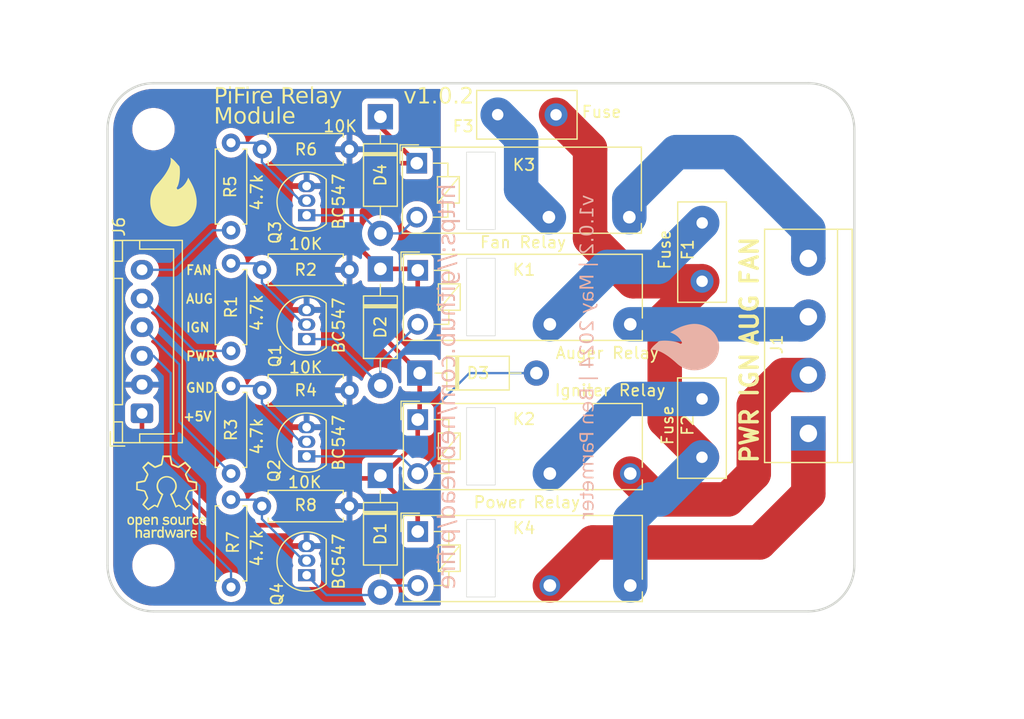
<source format=kicad_pcb>
(kicad_pcb (version 20240108) (generator "pcbnew") (generator_version "8.0")
  (layers (0 "F.Cu" signal) (31 "B.Cu" signal) (34 "B.Paste" user) (35 "F.Paste" user) (36 "B.SilkS" user "B.Silkscreen") (37 "F.SilkS" user "F.Silkscreen") (38 "B.Mask" user) (39 "F.Mask" user) (44 "Edge.Cuts" user))
  (net 0 "")
  (net 1 "PWR")
  (net 2 "Net-(F1-Pad2)")
  (net 3 "+5V")
  (net 4 "Net-(D1-A)")
  (net 5 "AUG")
  (net 6 "GND")
  (net 7 "Net-(Q1-B)")
  (net 8 "R_AUG")
  (net 9 "Net-(F2-Pad2)")
  (net 10 "Net-(F3-Pad2)")
  (net 11 "IGN")
  (net 12 "FAN")
  (net 13 "L")
  (net 14 "R_IGN")
  (net 15 "R_PWR")
  (net 16 "R_FAN")
  (net 17 "Net-(D2-A)")
  (net 18 "Net-(D3-A)")
  (net 19 "Net-(D4-A)")
  (net 20 "Net-(Q2-B)")
  (net 21 "Net-(Q3-B)")
  (net 22 "Net-(Q4-B)")
  (footprint "Relay_THT:Relay_SPST_Omron_G5NB" (layer "F.Cu") (at 52 54.3)
    (property "Reference" "K2")
    (property "Value" "Igniter Relay")
  )
  (footprint "Diode_THT:D_DO-41_SOD81_P10.16mm_Horizontal" (layer "F.Cu") (at 48.75 27.92 -90)
    (property "Reference" "D4")
    (property "Value" "1N4007")
  )
  (footprint "Resistor_THT:R_Axial_DIN0207_L6.3mm_D2.5mm_P7.62mm_Horizontal" (layer "F.Cu") (at 38.44 61.8325)
    (property "Reference" "R8")
    (property "Value" "10K")
  )
  (footprint "MountingHole:MountingHole_3.2mm_M3" (layer "F.Cu") (at 86 29)
    (property "Reference" "H2" (hide yes))
    (property "Value" "MH")
  )
  (footprint "Package_TO_SOT_THT:TO-92L_Inline" (layer "F.Cu") (at 42.3325 67.8525 90)
    (property "Reference" "Q4")
    (property "Value" "BC547")
  )
  (footprint "Resistor_THT:R_Axial_DIN0207_L6.3mm_D2.5mm_P7.62mm_Horizontal" (layer "F.Cu") (at 38.44 41.25)
    (property "Reference" "R2")
    (property "Value" "10K")
  )
  (footprint "Fuse:Fuse_Littelfuse_395Series" (layer "F.Cu") (at 76.74 57.58 90)
    (property "Reference" "F2")
    (property "Value" "Fuse")
  )
  (footprint "Resistor_THT:R_Axial_DIN0207_L6.3mm_D2.5mm_P7.62mm_Horizontal" (layer "F.Cu") (at 38.44 30.75)
    (property "Reference" "R6")
    (property "Value" "10K")
  )
  (footprint "Diode_THT:D_DO-41_SOD81_P10.16mm_Horizontal" (layer "F.Cu") (at 52.17 50.25)
    (property "Reference" "D3")
    (property "Value" "1N4007")
  )
  (footprint "Relay_THT:Relay_SPST_Omron_G5NB" (layer "F.Cu") (at 52 64.05)
    (property "Reference" "K4")
    (property "Value" "Power Relay")
  )
  (footprint "Relay_THT:Relay_SPST_Omron_G5NB" (layer "F.Cu") (at 52 41.3)
    (property "Reference" "K1")
    (property "Value" "Auger Relay")
  )
  (footprint "Resistor_THT:R_Axial_DIN0207_L6.3mm_D2.5mm_P7.62mm_Horizontal" (layer "F.Cu") (at 38.44 51.75)
    (property "Reference" "R4")
    (property "Value" "10K")
  )
  (footprint "Resistor_THT:R_Axial_DIN0207_L6.3mm_D2.5mm_P7.62mm_Horizontal" (layer "F.Cu") (at 35.75 51.38 -90)
    (property "Reference" "R3")
    (property "Value" "4.7k")
  )
  (footprint "Diode_THT:D_DO-41_SOD81_P10.16mm_Horizontal" (layer "F.Cu") (at 48.75 59.17 -90)
    (property "Reference" "D1")
    (property "Value" "1N4007")
  )
  (footprint "Connector_JST:JST_XH_B6B-XH-A_1x06_P2.50mm_Vertical" (layer "F.Cu") (at 28 53.75 90)
    (property "Reference" "J6")
    (property "Value" "RELAY/FAN Header")
  )
  (footprint "MountingHole:MountingHole_3.2mm_M3" (layer "F.Cu") (at 86 67)
    (property "Reference" "H4" (hide yes))
    (property "Value" "MH")
  )
  (footprint "Diode_THT:D_DO-41_SOD81_P10.16mm_Horizontal" (layer "F.Cu") (at 48.75 41.17 -90)
    (property "Reference" "D2")
    (property "Value" "1N4007")
  )
  (footprint "Fuse:Fuse_Littelfuse_395Series" (layer "F.Cu") (at 64.04 27.75 180)
    (property "Reference" "F3")
    (property "Value" "Fuse")
  )
  (footprint "Resistor_THT:R_Axial_DIN0207_L6.3mm_D2.5mm_P7.62mm_Horizontal" (layer "F.Cu") (at 35.75 30.19 -90)
    (property "Reference" "R5")
    (property "Value" "4.7k")
  )
  (footprint "TerminalBlock:TerminalBlock_bornier-4_P5.08mm" (layer "F.Cu") (at 86 55.5 90)
    (property "Reference" "J1")
    (property "Value" "AC Terminal")
  )
  (footprint "Relay_THT:Relay_SPST_Omron_G5NB" (layer "F.Cu") (at 51.9175 31.9675)
    (property "Reference" "K3")
    (property "Value" "Fan Relay")
  )
  (footprint "Resistor_THT:R_Axial_DIN0207_L6.3mm_D2.5mm_P7.62mm_Horizontal" (layer "F.Cu") (at 35.75 61.2725 -90)
    (property "Reference" "R7")
    (property "Value" "4.7k")
  )
  (footprint "Package_TO_SOT_THT:TO-92L_Inline" (layer "F.Cu") (at 42.3325 57.5 90)
    (property "Reference" "Q2")
    (property "Value" "BC547")
  )
  (footprint "Package_TO_SOT_THT:TO-92L_Inline" (layer "F.Cu") (at 42.3325 36.5 90)
    (property "Reference" "Q3")
    (property "Value" "BC547")
  )
  (footprint "MountingHole:MountingHole_3.2mm_M3" (layer "F.Cu") (at 29 29)
    (property "Reference" "H1" (hide yes))
    (property "Value" "MH" (hide yes))
  )
  (footprint "Resistor_THT:R_Axial_DIN0207_L6.3mm_D2.5mm_P7.62mm_Horizontal" (layer "F.Cu") (at 35.75 40.69 -90)
    (property "Reference" "R1")
    (property "Value" "4.7k")
  )
  (footprint "Fuse:Fuse_Littelfuse_395Series" (layer "F.Cu") (at 76.75 42.25 90)
    (property "Reference" "F1")
    (property "Value" "Fuse")
  )
  (footprint "Package_TO_SOT_THT:TO-92L_Inline" (layer "F.Cu") (at 42.3325 47.29 90)
    (property "Reference" "Q1")
    (property "Value" "BC547")
  )
  (footprint "MountingHole:MountingHole_3.2mm_M3" (layer "F.Cu") (at 29 67)
    (property "Reference" "H3" (hide yes))
    (property "Value" "MH" (hide yes))
  )
  (gr_poly (pts (xy 77.003883 47.870753) (xy 77.011995 47.760888) (xy 77.025186 47.654847) (xy 77.043186 47.553187) (xy 77.065727 47.456463) (xy 77.092541 47.365232) (xy 77.123356 47.28005) (xy 77.157905 47.201473) (xy 77.195919 47.130057) (xy 77.237128 47.066359) (xy 77.281264 47.010935) (xy 77.328057 46.964341) (xy 77.352365 46.944529) (xy 77.377238 46.927132) (xy 77.40264 46.912222) (xy 77.428538 46.899867) (xy 77.454899 46.890136) (xy 77.481688 46.883099) (xy 77.508873 46.878826) (xy 77.536419 46.877386) (xy 77.563966 46.878826) (xy 77.591151 46.883099) (xy 77.61794 46.890136) (xy 77.644301 46.899867) (xy 77.670199 46.912222) (xy 77.695601 46.927132) (xy 77.720473 46.944529) (xy 77.744782 46.964341) (xy 77.768494 46.986499) (xy 77.791575 47.010935) (xy 77.813992 47.037578) (xy 77.83571 47.066359) (xy 77.856698 47.097209) (xy 77.876919 47.130057) (xy 77.896343 47.164835) (xy 77.914933 47.201473) (xy 77.932658 47.239901) (xy 77.949482 47.28005) (xy 77.965374 47.32185) (xy 77.980298 47.365232) (xy 77.994222 47.410126) (xy 78.007111 47.456463) (xy 78.018933 47.504173) (xy 78.029652 47.553187) (xy 78.039237 47.603435) (xy 78.047653 47.654847) (xy 78.054866 47.707355) (xy 78.060844 47.760888) (xy 78.065551 47.815378) (xy 78.068955 47.870753) (xy 78.071022 47.926946) (xy 78.071719 47.983887) (xy 78.068955 48.09702) (xy 78.060844 48.206885) (xy 78.047653 48.312926) (xy 78.029652 48.414587) (xy 78.007111 48.511311) (xy 77.980298 48.602542) (xy 77.949482 48.687724) (xy 77.914933 48.766301) (xy 77.876919 48.837716) (xy 77.83571 48.901414) (xy 77.791575 48.956838) (xy 77.744782 49.003433) (xy 77.720473 49.023245) (xy 77.695601 49.040641) (xy 77.670199 49.055551) (xy 77.644301 49.067907) (xy 77.61794 49.077638) (xy 77.591151 49.084674) (xy 77.563966 49.088947) (xy 77.536419 49.090387) (xy 77.508873 49.088947) (xy 77.481688 49.084674) (xy 77.454899 49.077638) (xy 77.428538 49.067907) (xy 77.40264 49.055551) (xy 77.377238 49.040641) (xy 77.352365 49.023245) (xy 77.328057 49.003433) (xy 77.304345 48.981274) (xy 77.281264 48.956838) (xy 77.258847 48.930195) (xy 77.237128 48.901414) (xy 77.216141 48.870565) (xy 77.195919 48.837716) (xy 77.176496 48.802938) (xy 77.157905 48.766301) (xy 77.140181 48.727873) (xy 77.123356 48.687724) (xy 77.107465 48.645924) (xy 77.092541 48.602542) (xy 77.078617 48.557648) (xy 77.065727 48.511311) (xy 77.053906 48.463601) (xy 77.043186 48.414587) (xy 77.033602 48.364339) (xy 77.025186 48.312926) (xy 77.017972 48.260419) (xy 77.011995 48.206885) (xy 77.007288 48.152396) (xy 77.003883 48.09702) (xy 77.001816 48.040827) (xy 77.00112 47.983887)) (stroke (width 0) (color 255 255 255 1)) (fill solid) (layer "B.SilkS"))
  (gr_poly (pts (xy 72.257382 48.225154) (xy 72.27095 48.199399) (xy 72.301235 48.148654) (xy 72.33544 48.098822) (xy 72.373232 48.049775) (xy 72.414276 48.001385) (xy 72.45824 47.953523) (xy 72.504791 47.906062) (xy 72.553594 47.858874) (xy 72.604317 47.811829) (xy 72.656626 47.7648) (xy 72.764669 47.670278) (xy 72.875056 47.574282) (xy 72.985119 47.475786) (xy 73.050322 47.456433) (xy 73.136828 47.441052) (xy 73.241631 47.429814) (xy 73.361729 47.422894) (xy 73.494116 47.420462) (xy 73.635788 47.422691) (xy 73.78374 47.429754) (xy 73.934969 47.441823) (xy 74.08647 47.459071) (xy 74.235238 47.48167) (xy 74.378269 47.509792) (xy 74.512559 47.543609) (xy 74.635104 47.583295) (xy 74.742898 47.629022) (xy 74.790325 47.654204) (xy 74.832937 47.680962) (xy 74.87036 47.709315) (xy 74.902218 47.739287) (xy 74.927661 47.764006) (xy 74.950545 47.781635) (xy 74.970775 47.792513) (xy 74.988255 47.796981) (xy 75.002891 47.79538) (xy 75.014587 47.788048) (xy 75.023248 47.775328) (xy 75.028779 47.757558) (xy 75.031086 47.735079) (xy 75.030071 47.708232) (xy 75.025642 47.677356) (xy 75.017702 47.642793) (xy 75.006156 47.604881) (xy 74.990909 47.563962) (xy 74.971866 47.520375) (xy 74.948931 47.474461) (xy 74.922011 47.42656) (xy 74.891008 47.377013) (xy 74.855829 47.326159) (xy 74.816378 47.274339) (xy 74.77256 47.221893) (xy 74.72428 47.169161) (xy 74.671442 47.116484) (xy 74.613952 47.064201) (xy 74.551714 47.012654) (xy 74.484633 46.962182) (xy 74.412614 46.913126) (xy 74.335562 46.865825) (xy 74.253382 46.820621) (xy 74.165978 46.777852) (xy 74.073255 46.73786) (xy 73.975119 46.700985) (xy 74.248263 46.543451) (xy 74.381181 46.469063) (xy 74.513119 46.39831) (xy 74.64517 46.33173) (xy 74.778425 46.269857) (xy 74.845846 46.240855) (xy 74.913977 46.21323) (xy 74.982956 46.187052) (xy 75.052919 46.162385) (xy 75.192912 46.117184) (xy 75.330649 46.07728) (xy 75.465655 46.042897) (xy 75.597456 46.014261) (xy 75.725578 45.991597) (xy 75.849545 45.97513) (xy 75.909823 45.969291) (xy 75.968884 45.965085) (xy 76.026669 45.962541) (xy 76.083119 45.961686) (xy 76.193989 45.964318) (xy 76.303404 45.972127) (xy 76.411229 45.984987) (xy 76.517327 46.002772) (xy 76.621563 46.025353) (xy 76.723802 46.052603) (xy 76.823909 46.084396) (xy 76.921749 46.120605) (xy 77.017185 46.161103) (xy 77.110083 46.205761) (xy 77.200307 46.254454) (xy 77.287721 46.307054) (xy 77.372192 46.363435) (xy 77.453582 46.423468) (xy 77.531757 46.487028) (xy 77.606581 46.553986) (xy 77.67792 46.624217) (xy 77.745637 46.697592) (xy 77.809597 46.773985) (xy 77.869665 46.853269) (xy 77.925705 46.935316) (xy 77.977583 47.019999) (xy 78.025162 47.107192) (xy 78.068308 47.196768) (xy 78.106885 47.288598) (xy 78.140757 47.382557) (xy 78.169789 47.478517) (xy 78.193847 47.576351) (xy 78.212794 47.675932) (xy 78.226495 47.777133) (xy 78.234815 47.879827) (xy 78.237619 47.983886) (xy 78.234815 48.087946) (xy 78.226495 48.19064) (xy 78.212794 48.291841) (xy 78.193847 48.391422) (xy 78.169789 48.489256) (xy 78.140757 48.585216) (xy 78.106885 48.679174) (xy 78.068308 48.771005) (xy 78.025162 48.86058) (xy 77.977583 48.947773) (xy 77.925705 49.032457) (xy 77.869665 49.114504) (xy 77.809597 49.193788) (xy 77.745637 49.270181) (xy 77.67792 49.343556) (xy 77.606581 49.413786) (xy 77.531757 49.480745) (xy 77.453582 49.544304) (xy 77.372192 49.604338) (xy 77.287721 49.660718) (xy 77.200307 49.713318) (xy 77.110083 49.762011) (xy 77.017185 49.80667) (xy 76.921749 49.847167) (xy 76.823909 49.883376) (xy 76.723802 49.915169) (xy 76.621563 49.94242) (xy 76.517327 49.965001) (xy 76.411229 49.982785) (xy 76.303404 49.995645) (xy 76.193989 50.003454) (xy 76.083119 50.006086) (xy 75.972257 50.003454) (xy 75.862851 49.995643) (xy 75.755034 49.98278) (xy 75.648944 49.964994) (xy 75.544714 49.94241) (xy 75.442481 49.915156) (xy 75.342379 49.88336) (xy 75.244544 49.847148) (xy 75.149112 49.806649) (xy 75.056217 49.761989) (xy 74.965995 49.713296) (xy 74.878582 49.660697) (xy 74.794112 49.604319) (xy 74.712722 49.54429) (xy 74.634546 49.480736) (xy 74.559719 49.413786) (xy 74.379553 49.249889) (xy 74.140657 49.047292) (xy 74.003487 48.938358) (xy 73.856798 48.827999) (xy 73.70231 48.718966) (xy 73.541744 48.614011) (xy 73.376821 48.515883) (xy 73.209262 48.427333) (xy 73.125032 48.387509) (xy 73.040788 48.351111) (xy 72.956745 48.318482) (xy 72.873119 48.289967) (xy 72.790124 48.265909) (xy 72.707977 48.246652) (xy 72.626891 48.23254) (xy 72.547082 48.223917) (xy 72.468765 48.221126) (xy 72.392156 48.224511) (xy 72.317468 48.234416) (xy 72.244918 48.251185)) (fill solid) (layer "B.SilkS"))
  (gr_poly (pts (xy 74.384689 47.804639) (xy 74.432735 47.811728) (xy 74.482017 47.81415) (xy 74.532396 47.81215) (xy 74.583735 47.805977) (xy 74.635895 47.795874) (xy 74.688738 47.782088) (xy 74.742125 47.764866) (xy 74.795918 47.744454) (xy 74.849979 47.721096) (xy 74.90417 47.695041) (xy 74.958351 47.666533) (xy 75.066133 47.603144) (xy 75.172219 47.532899) (xy 75.275502 47.457766) (xy 75.374874 47.379714) (xy 75.46923 47.300711) (xy 75.557462 47.222726) (xy 75.638464 47.147727) (xy 75.711129 47.077684) (xy 75.827018 46.960337) (xy 75.875133 46.912415) (xy 75.925405 46.866924) (xy 75.977748 46.823955) (xy 76.032073 46.783598) (xy 76.088294 46.745945) (xy 76.146323 46.711088) (xy 76.206073 46.679117) (xy 76.267456 46.650124) (xy 76.330385 46.6242) (xy 76.394772 46.601437) (xy 76.460529 46.581925) (xy 76.52757 46.565757) (xy 76.595807 46.553022) (xy 76.665152 46.543813) (xy 76.735519 46.538221) (xy 76.806819 46.536336) (xy 76.878136 46.53822) (xy 76.948516 46.54381) (xy 77.017873 46.553016) (xy 77.086119 46.565746) (xy 77.153167 46.58191) (xy 77.21893 46.601417) (xy 77.283321 46.624175) (xy 77.346253 46.650094) (xy 77.40764 46.679083) (xy 77.467393 46.711051) (xy 77.525426 46.745908) (xy 77.581652 46.783561) (xy 77.635984 46.82392) (xy 77.688335 46.866894) (xy 77.738617 46.912392) (xy 77.786744 46.960324) (xy 77.832629 47.010598) (xy 77.876184 47.063124) (xy 77.917323 47.117809) (xy 77.955958 47.174564) (xy 77.992002 47.233298) (xy 78.025369 47.293919) (xy 78.055972 47.356337) (xy 78.083722 47.420461) (xy 78.108534 47.486199) (xy 78.13032 47.553461) (xy 78.148993 47.622155) (xy 78.164466 47.692192) (xy 78.176653 47.763479) (xy 78.185465 47.835927) (xy 78.190816 47.909443) (xy 78.192619 47.983938) (xy 78.190816 48.058423) (xy 78.185465 48.131931) (xy 78.176653 48.20437) (xy 78.164466 48.27565) (xy 78.148993 48.345679) (xy 78.13032 48.414367) (xy 78.108534 48.481623) (xy 78.083722 48.547356) (xy 78.055972 48.611474) (xy 78.025369 48.673887) (xy 77.992002 48.734504) (xy 77.955958 48.793234) (xy 77.917323 48.849985) (xy 77.876184 48.904668) (xy 77.832629 48.95719) (xy 77.786744 49.007462) (xy 77.738617 49.055391) (xy 77.688335 49.100888) (xy 77.635984 49.14386) (xy 77.581652 49.184218) (xy 77.525426 49.22187) (xy 77.467393 49.256725) (xy 77.40764 49.288692) (xy 77.346253 49.317681) (xy 77.283321 49.343599) (xy 77.21893 49.366357) (xy 77.153167 49.385864) (xy 77.086119 49.402027) (xy 77.017873 49.414758) (xy 76.948516 49.423963) (xy 76.878136 49.429553) (xy 76.806819 49.431437) (xy 76.770509 49.430826) (xy 76.733341 49.429007) (xy 76.695355 49.426) (xy 76.656586 49.421824) (xy 76.617074 49.4165) (xy 76.576857 49.410048) (xy 76.535972 49.402487) (xy 76.494457 49.393837) (xy 76.40969 49.373351) (xy 76.322859 49.348749) (xy 76.234267 49.320191) (xy 76.14422 49.287836) (xy 76.099211 49.270179) (xy 76.054838 49.251437) (xy 76.011012 49.23166) (xy 75.967646 49.210895) (xy 75.92465 49.189191) (xy 75.881938 49.166596) (xy 75.797007 49.118925) (xy 75.712146 49.068268) (xy 75.626649 49.015011) (xy 75.45092 48.902238) (xy 75.514043 48.87585) (xy 75.573684 48.84723) (xy 75.629904 48.816622) (xy 75.682764 48.784269) (xy 75.732327 48.750414) (xy 75.778652 48.715303) (xy 75.821801 48.679177) (xy 75.861835 48.642281) (xy 75.898816 48.604858) (xy 75.932804 48.567152) (xy 75.963861 48.529407) (xy 75.992048 48.491865) (xy 76.017426 48.454771) (xy 76.040056 48.418369) (xy 76.06 48.382901) (xy 76.077319 48.348612) (xy 76.092074 48.315745) (xy 76.104326 48.284544) (xy 76.114136 48.255251) (xy 76.121566 48.228112) (xy 76.126676 48.203369) (xy 76.129528 48.181267) (xy 76.130184 48.162048) (xy 76.128703 48.145956) (xy 76.125149 48.133235) (xy 76.11958 48.124129) (xy 76.11206 48.118881) (xy 76.102649 48.117734) (xy 76.091408 48.120933) (xy 76.078399 48.12872) (xy 76.063682 48.141341) (xy 76.047319 48.159037) (xy 76.026821 48.180493) (xy 76.002744 48.20079) (xy 75.97533 48.219944) (xy 75.94482 48.237971) (xy 75.911455 48.254885) (xy 75.875478 48.270702) (xy 75.796651 48.299107) (xy 75.710271 48.323311) (xy 75.61827 48.343437) (xy 75.522579 48.359608) (xy 75.425131 48.371949) (xy 75.327858 48.380584) (xy 75.232691 48.385635) (xy 75.141562 48.387228) (xy 75.056404 48.385485) (xy 74.979149 48.380531) (xy 74.911729 48.372489) (xy 74.856074 48.361483) (xy 74.814119 48.347637) (xy 74.743351 48.277118) (xy 74.672368 48.208395) (xy 74.602886 48.140734) (xy 74.569243 48.107072) (xy 74.536618 48.0734) (xy 74.505227 48.039626) (xy 74.475283 48.005658) (xy 74.447 47.971404) (xy 74.420593 47.936773) (xy 74.396278 47.901672) (xy 74.374267 47.866011) (xy 74.354776 47.829696) (xy 74.346042 47.811265) (xy 74.338018 47.792637)) (fill solid) (layer "B.SilkS"))
  (gr_poly (pts (xy 28.415711 62.750201) (xy 28.430257 62.751216) (xy 28.444638 62.752896) (xy 28.458832 62.755233) (xy 28.472818 62.758217) (xy 28.486575 62.761839) (xy 28.500082 62.766091) (xy 28.513318 62.770964) (xy 28.526261 62.776448) (xy 28.538892 62.782535) (xy 28.551187 62.789215) (xy 28.563127 62.79648) (xy 28.57469 62.804321) (xy 28.585856 62.812728) (xy 28.596602 62.821692) (xy 28.606909 62.831205) (xy 28.616754 62.841258) (xy 28.626117 62.851842) (xy 28.634977 62.862947) (xy 28.643312 62.874565) (xy 28.651102 62.886686) (xy 28.658325 62.899302) (xy 28.66496 62.912404) (xy 28.670986 62.925982) (xy 28.676383 62.940029) (xy 28.681128 62.954533) (xy 28.685202 62.969488) (xy 28.688582 62.984883) (xy 28.691247 63.00071) (xy 28.693177 63.01696) (xy 28.694351 63.033624) (xy 28.694747 63.050692) (xy 28.694747 63.168762) (xy 28.250604 63.168762) (xy 28.250813 63.179532) (xy 28.251433 63.189964) (xy 28.252457 63.200058) (xy 28.253876 63.209813) (xy 28.255682 63.21923) (xy 28.257867 63.228308) (xy 28.260423 63.237046) (xy 28.263341 63.245446) (xy 28.266613 63.253505) (xy 28.270232 63.261224) (xy 28.274188 63.268603) (xy 28.278473 63.275642) (xy 28.28308 63.28234) (xy 28.287999 63.288696) (xy 28.293224 63.294712) (xy 28.298745 63.300385) (xy 28.304554 63.305717) (xy 28.310644 63.310707) (xy 28.317005 63.315355) (xy 28.323631 63.31966) (xy 28.330511 63.323622) (xy 28.337639 63.32724) (xy 28.345006 63.330516) (xy 28.352603 63.333448) (xy 28.360424 63.336035) (xy 28.368458 63.338279) (xy 28.376698 63.340178) (xy 28.385137 63.341733) (xy 28.393765 63.342942) (xy 28.402574 63.343806) (xy 28.411557 63.344325) (xy 28.420705 63.344498) (xy 28.431025 63.344203) (xy 28.441414 63.343325) (xy 28.451839 63.341874) (xy 28.462271 63.339861) (xy 28.472677 63.337296) (xy 28.483028 63.334189) (xy 28.493292 63.33055) (xy 28.503438 63.326391) (xy 28.513436 63.321721) (xy 28.523255 63.316551) (xy 28.532864 63.31089) (xy 28.542232 63.30475) (xy 28.551328 63.298141) (xy 28.560121 63.291073) (xy 28.568581 63.283556) (xy 28.576676 63.275601) (xy 28.680697 63.364104) (xy 28.667276 63.378832) (xy 28.653387 63.392461) (xy 28.639053 63.405011) (xy 28.6243 63.416503) (xy 28.609152 63.426957) (xy 28.593634 63.436394) (xy 28.57777 63.444835) (xy 28.561585 63.4523) (xy 28.545103 63.458809) (xy 28.528349 63.464384) (xy 28.511348 63.469045) (xy 28.494123 63.472812) (xy 28.476699 63.475706) (xy 28.459102 63.477748) (xy 28.441355 63.478958) (xy 28.423483 63.479357) (xy 28.395843 63.478495) (xy 28.367928 63.475764) (xy 28.340021 63.47094) (xy 28.312407 63.463801) (xy 28.285369 63.454125) (xy 28.272155 63.448267) (xy 28.259191 63.441691) (xy 28.246514 63.43437) (xy 28.234158 63.426275) (xy 28.22216 63.41738) (xy 28.210554 63.407656) (xy 28.199377 63.397076) (xy 28.188663 63.385612) (xy 28.178449 63.373236) (xy 28.168769 63.35992) (xy 28.15966 63.345637) (xy 28.151156 63.330359) (xy 28.143294 63.314058) (xy 28.136109 63.296706) (xy 28.129636 63.278275) (xy 28.12391 63.258739) (xy 28.118969 63.238068) (xy 28.114846 63.216235) (xy 28.111577 63.193213) (xy 28.109198 63.168974) (xy 28.107745 63.143489) (xy 28.107253 63.116732) (xy 28.107704 63.091321) (xy 28.109038 63.066987) (xy 28.110563 63.050732) (xy 28.250604 63.050732) (xy 28.551396 63.050732) (xy 28.550833 63.040727) (xy 28.54994 63.031021) (xy 28.548722 63.021614) (xy 28.547185 63.012508) (xy 28.545337 63.003705) (xy 28.543183 62.995204) (xy 28.54073 62.987009) (xy 28.537984 62.97912) (xy 28.534952 62.971537) (xy 28.531641 62.964264) (xy 28.528056 62.9573) (xy 28.524204 62.950647) (xy 28.520092 62.944306) (xy 28.515725 62.938279) (xy 28.511111 62.932567) (xy 28.506256 62.927171) (xy 28.501166 62.922092) (xy 28.495848 62.917331) (xy 28.490308 62.912891) (xy 28.484552 62.908771) (xy 28.478587 62.904974) (xy 28.47242 62.9015) (xy 28.466057 62.898352) (xy 28.459504 62.895529) (xy 28.452767 62.893034) (xy 28.445854 62.890867) (xy 28.43877 62.88903) (xy 28.431522 62.887525) (xy 28.424117 62.886352) (xy 28.41656 62.885512) (xy 28.408859 62.885007) (xy 28.40102 62.884839) (xy 28.393176 62.885007) (xy 28.385463 62.885512) (xy 28.377888 62.886352) (xy 28.370458 62.887525) (xy 28.363181 62.88903) (xy 28.356063 62.890867) (xy 28.349112 62.893034) (xy 28.342334 62.895529) (xy 28.335738 62.898352) (xy 28.32933 62.9015) (xy 28.323118 62.904974) (xy 28.317109 62.908771) (xy 28.311309 62.91289) (xy 28.305727 62.917331) (xy 28.300369 62.922091) (xy 28.295243 62.92717) (xy 28.290355 62.932567) (xy 28.285714 62.938279) (xy 28.281325 62.944306) (xy 28.277198 62.950647) (xy 28.273338 62.957299) (xy 28.269752 62.964263) (xy 28.266449 62.971537) (xy 28.263435 62.979119) (xy 28.260718 62.987009) (xy 28.258304 62.995204) (xy 28.256202 63.003704) (xy 28.254417 63.012508) (xy 28.252958 63.021614) (xy 28.251831 63.031021) (xy 28.251044 63.040727) (xy 28.250604 63.050732) (xy 28.110563 63.050732) (xy 28.111222 63.043712) (xy 28.114224 63.021479) (xy 28.118012 63.00027) (xy 28.122555 62.980067) (xy 28.12782 62.960852) (xy 28.133776 62.942608) (xy 28.140391 62.925317) (xy 28.147633 62.908962) (xy 28.15547 62.893524) (xy 28.16387 62.878985) (xy 28.172801 62.865329) (xy 28.182232 62.852536) (xy 28.19213 62.840591) (xy 28.202463 62.829474) (xy 28.2132 62.819169) (xy 28.22431 62.809656) (xy 28.235759 62.80092) (xy 28.247516 62.792941) (xy 28.259549 62.785703) (xy 28.271826 62.779187) (xy 28.284316 62.773375) (xy 28.296986 62.768251) (xy 28.309805 62.763796) (xy 28.322741 62.759993) (xy 28.335761 62.756823) (xy 28.348835 62.754269) (xy 28.375013 62.750939) (xy 28.40102 62.749861)) (stroke (width -0.000001)) (fill solid) (layer "F.SilkS"))
  (gr_poly (pts (xy 32.697426 62.750012) (xy 32.707371 62.750462) (xy 32.717185 62.751205) (xy 32.726867 62.752235) (xy 32.745833 62.755132) (xy 32.764267 62.759105) (xy 32.782168 62.764108) (xy 32.799531 62.770093) (xy 32.816356 62.777013) (xy 32.83264 62.784821) (xy 32.84838 62.793469) (xy 32.863573 62.80291) (xy 32.878219 62.813097) (xy 32.892313 62.823983) (xy 32.905854 62.83552) (xy 32.91884 62.847661) (xy 32.931268 62.860359) (xy 32.943135 62.873567) (xy 32.837724 62.967746) (xy 32.830966 62.959728) (xy 32.823853 62.952033) (xy 32.816397 62.944689) (xy 32.808608 62.937722) (xy 32.800496 62.931158) (xy 32.792073 62.925025) (xy 32.783349 62.919349) (xy 32.774334 62.914157) (xy 32.765039 62.909476) (xy 32.755475 62.905332) (xy 32.745652 62.901752) (xy 32.73558 62.898764) (xy 32.725271 62.896392) (xy 32.714735 62.894666) (xy 32.703983 62.89361) (xy 32.693024 62.893252) (xy 32.671711 62.894032) (xy 32.65155 62.896394) (xy 32.64191 62.89818) (xy 32.63257 62.900375) (xy 32.623533 62.902982) (xy 32.614802 62.906008) (xy 32.606383 62.909455) (xy 32.598279 62.913329) (xy 32.590493 62.917633) (xy 32.58303 62.922373) (xy 32.575893 62.927551) (xy 32.569086 62.933174) (xy 32.562614 62.939245) (xy 32.556479 62.945769) (xy 32.550687 62.952749) (xy 32.54524 62.960191) (xy 32.540142 62.968098) (xy 32.535398 62.976476) (xy 32.531011 62.985328) (xy 32.526986 62.994658) (xy 32.523326 63.004472) (xy 32.520034 63.014774) (xy 32.517115 63.025568) (xy 32.514573 63.036857) (xy 32.512411 63.048648) (xy 32.510634 63.060943) (xy 32.508248 63.087067) (xy 32.507446 63.115264) (xy 32.507647 63.129505) (xy 32.508248 63.143231) (xy 32.509246 63.156447) (xy 32.510636 63.169156) (xy 32.512414 63.181362) (xy 32.514576 63.193071) (xy 32.51712 63.204285) (xy 32.52004 63.215009) (xy 32.523332 63.225247) (xy 32.526994 63.235004) (xy 32.531021 63.244282) (xy 32.535409 63.253087) (xy 32.540154 63.261423) (xy 32.545253 63.269293) (xy 32.550701 63.276702) (xy 32.556494 63.283653) (xy 32.56263 63.290151) (xy 32.569103 63.296201) (xy 32.57591 63.301805) (xy 32.583047 63.306969) (xy 32.590511 63.311696) (xy 32.598297 63.31599) (xy 32.606401 63.319856) (xy 32.614819 63.323298) (xy 32.623549 63.326319) (xy 32.632585 63.328924) (xy 32.641923 63.331117) (xy 32.651561 63.332902) (xy 32.661494 63.334284) (xy 32.671718 63.335265) (xy 32.682229 63.335851) (xy 32.693024 63.336046) (xy 32.698528 63.335956) (xy 32.703982 63.335688) (xy 32.709384 63.335245) (xy 32.714734 63.334632) (xy 32.725268 63.332905) (xy 32.735575 63.330534) (xy 32.745644 63.327545) (xy 32.755464 63.323965) (xy 32.765026 63.319822) (xy 32.774319 63.31514) (xy 32.783332 63.309948) (xy 32.792056 63.304272) (xy 32.800479 63.298139) (xy 32.808591 63.291576) (xy 32.816382 63.284609) (xy 32.823842 63.277264) (xy 32.830959 63.26957) (xy 32.837724 63.261552) (xy 32.943135 63.35573) (xy 32.931274 63.368917) (xy 32.918853 63.381598) (xy 32.905872 63.393725) (xy 32.892335 63.405251) (xy 32.878244 63.416128) (xy 32.863601 63.426309) (xy 32.848408 63.435746) (xy 32.832669 63.444392) (xy 32.816385 63.452198) (xy 32.799559 63.459118) (xy 32.782193 63.465104) (xy 32.76429 63.470108) (xy 32.745851 63.474083) (xy 32.72688 63.476981) (xy 32.707378 63.478755) (xy 32.687348 63.479357) (xy 32.656622 63.478126) (xy 32.626251 63.474382) (xy 32.59646 63.468049) (xy 32.567473 63.459051) (xy 32.553352 63.453528) (xy 32.539515 63.44731) (xy 32.525993 63.440387) (xy 32.512811 63.43275) (xy 32.5 63.424389) (xy 32.487585 63.415294) (xy 32.475597 63.405457) (xy 32.464062 63.394867) (xy 32.453008 63.383515) (xy 32.442465 63.371391) (xy 32.432459 63.358485) (xy 32.423019 63.344789) (xy 32.414173 63.330293) (xy 32.405949 63.314986) (xy 32.398375 63.29886) (xy 32.39148 63.281905) (xy 32.38529 63.264111) (xy 32.379835 63.245468) (xy 32.375142 63.225968) (xy 32.371239 63.2056) (xy 32.368155 63.184356) (xy 32.365917 63.162224) (xy 32.364554 63.139197) (xy 32.364094 63.115264) (xy 32.364554 63.091219) (xy 32.365917 63.068086) (xy 32.368155 63.045855) (xy 32.371239 63.024518) (xy 32.375142 63.004063) (xy 32.379835 62.984482) (xy 32.38529 62.965764) (xy 32.39148 62.947899) (xy 32.398375 62.930879) (xy 32.405949 62.914692) (xy 32.414173 62.89933) (xy 32.423019 62.884783) (xy 32.432459 62.87104) (xy 32.442465 62.858093) (xy 32.453008 62.845931) (xy 32.464062 62.834544) (xy 32.475597 62.823923) (xy 32.487585 62.814058) (xy 32.5 62.80494) (xy 32.512811 62.796558) (xy 32.525993 62.788902) (xy 32.539515 62.781964) (xy 32.553352 62.775732) (xy 32.567473 62.770198) (xy 32.581852 62.765352) (xy 32.59646 62.761183) (xy 32.611269 62.757683) (xy 32.626251 62.754841) (xy 32.641378 62.752648) (xy 32.656622 62.751093) (xy 32.687348 62.749861)) (stroke (width -0.000001)) (fill solid) (layer "F.SilkS"))
  (gr_poly (pts (xy 29.159263 62.750112) (xy 29.169779 62.750864) (xy 29.1909 62.753861) (xy 29.211967 62.758838) (xy 29.232773 62.765782) (xy 29.243012 62.769987) (xy 29.253108 62.774678) (xy 29.263035 62.779854) (xy 29.272767 62.785512) (xy 29.282277 62.791651) (xy 29.291539 62.798269) (xy 29.300528 62.805364) (xy 29.309218 62.812935) (xy 29.317583 62.820979) (xy 29.325596 62.829495) (xy 29.333232 62.838482) (xy 29.340465 62.847937) (xy 29.347268 62.857858) (xy 29.353616 62.868244) (xy 29.359483 62.879093) (xy 29.364843 62.890403) (xy 29.369669 62.902173) (xy 29.373937 62.9144) (xy 29.377619 62.927083) (xy 29.380689 62.94022) (xy 29.383123 62.95381) (xy 29.384894 62.967849) (xy 29.385975 62.982338) (xy 29.386341 62.997273) (xy 29.386341 63.470904) (xy 29.24299 63.470904) (xy 29.24299 63.046526) (xy 29.242814 63.037549) (xy 29.242291 63.028814) (xy 29.24143 63.020324) (xy 29.240236 63.012082) (xy 29.238718 63.00409) (xy 29.236884 62.996352) (xy 29.234739 62.98887) (xy 29.232293 62.981646) (xy 29.229553 62.974685) (xy 29.226526 62.967988) (xy 29.223219 62.961559) (xy 29.219639 62.955399) (xy 29.215796 62.949513) (xy 29.211695 62.943903) (xy 29.207344 62.938571) (xy 29.202752 62.933521) (xy 29.197924 62.928755) (xy 29.192869 62.924276) (xy 29.187595 62.920087) (xy 29.182108 62.916191) (xy 29.176416 62.91259) (xy 29.170527 62.909288) (xy 29.164448 62.906287) (xy 29.158186 62.90359) (xy 29.151749 62.901199) (xy 29.145145 62.899118) (xy 29.13838 62.89735) (xy 29.131463 62.895897) (xy 29.1244 62.894762) (xy 29.1172 62.893947) (xy 29.10987 62.893457) (xy 29.102417 62.893293) (xy 29.094837 62.893457) (xy 29.087389 62.893947) (xy 29.080078 62.894762) (xy 29.072912 62.895897) (xy 29.065899 62.89735) (xy 29.059045 62.899118) (xy 29.052358 62.901199) (xy 29.045845 62.90359) (xy 29.039513 62.906287) (xy 29.033369 62.909288) (xy 29.027421 62.91259) (xy 29.021676 62.916191) (xy 29.01614 62.920087) (xy 29.010822 62.924276) (xy 29.005728 62.928755) (xy 29.000866 62.933521) (xy 28.996243 62.938571) (xy 28.991866 62.943902) (xy 28.987742 62.949513) (xy 28.983878 62.955399) (xy 28.980282 62.961558) (xy 28.976961 62.967988) (xy 28.973922 62.974685) (xy 28.971173 62.981646) (xy 28.968719 62.988869) (xy 28.96657 62.996351) (xy 28.964731 63.00409) (xy 28.963211 63.012082) (xy 28.962016 63.020324) (xy 28.961153 63.028814) (xy 28.96063 63.037549) (xy 28.960455 63.046526) (xy 28.960455 63.470904) (xy 28.817103 63.470904) (xy 28.817103 62.758315) (xy 28.960455 62.758315) (xy 28.960455 62.834198) (xy 28.963312 62.834198) (xy 28.971965 62.823989) (xy 28.981069 62.814439) (xy 28.990611 62.805546) (xy 29.000579 62.797312) (xy 29.010959 62.789735) (xy 29.02174 62.782817) (xy 29.032909 62.776557) (xy 29.044453 62.770956) (xy 29.05636 62.766013) (xy 29.068617 62.761728) (xy 29.081212 62.758103) (xy 29.094132 62.755136) (xy 29.107364 62.752829) (xy 29.120897 62.75118) (xy 29.134717 62.750191) (xy 29.148811 62.749861)) (stroke (width -0.000001)) (fill solid) (layer "F.SilkS"))
  (gr_poly (pts (xy 31.317337 63.182773) (xy 31.317513 63.191743) (xy 31.318035 63.200471) (xy 31.318898 63.208956) (xy 31.320093 63.217194) (xy 31.321613 63.225182) (xy 31.323452 63.232917) (xy 31.325601 63.240397) (xy 31.328054 63.247619) (xy 31.330804 63.254579) (xy 31.333842 63.261275) (xy 31.337163 63.267705) (xy 31.340758 63.273864) (xy 31.344621 63.279751) (xy 31.348745 63.285363) (xy 31.353121 63.290696) (xy 31.357744 63.295748) (xy 31.362605 63.300515) (xy 31.367697 63.304996) (xy 31.373014 63.309188) (xy 31.378548 63.313086) (xy 31.384292 63.316689) (xy 31.390238 63.319994) (xy 31.39638 63.322998) (xy 31.40271 63.325697) (xy 31.409221 63.32809) (xy 31.415906 63.330173) (xy 31.422757 63.331943) (xy 31.429768 63.333398) (xy 31.436931 63.334535) (xy 31.444238 63.33535) (xy 31.451683 63.335841) (xy 31.459259 63.336006) (xy 31.466716 63.335841) (xy 31.47405 63.33535) (xy 31.481253 63.334535) (xy 31.488318 63.333398) (xy 31.495238 63.331943) (xy 31.502005 63.330173) (xy 31.508612 63.32809) (xy 31.515051 63.325697) (xy 31.521315 63.322998) (xy 31.527396 63.319994) (xy 31.533287 63.316689) (xy 31.53898 63.313086) (xy 31.544469 63.309188) (xy 31.549744 63.304996) (xy 31.5548 63.300515) (xy 31.559629 63.295748) (xy 31.564222 63.290696) (xy 31.568574 63.285363) (xy 31.572675 63.279751) (xy 31.576519 63.273864) (xy 31.580099 63.267705) (xy 31.583406 63.261275) (xy 31.586434 63.254579) (xy 31.589175 63.247619) (xy 31.591621 63.240397) (xy 31.593765 63.232917) (xy 31.5956 63.225182) (xy 31.597118 63.217194) (xy 31.598312 63.208956) (xy 31.599174 63.200471) (xy 31.599696 63.191743) (xy 31.599872 63.182773) (xy 31.599872 62.758314) (xy 31.743183 62.758314) (xy 31.743183 63.470983) (xy 31.599872 63.470983) (xy 31.599872 63.395021) (xy 31.597094 63.395021) (xy 31.588434 63.405229) (xy 31.579325 63.41478) (xy 31.569782 63.423672) (xy 31.559821 63.431907) (xy 31.549456 63.439483) (xy 31.538701 63.446401) (xy 31.527571 63.452661) (xy 31.516082 63.458263) (xy 31.504247 63.463206) (xy 31.492082 63.46749) (xy 31.479602 63.471115) (xy 31.466821 63.474082) (xy 31.453754 63.476389) (xy 31.440415 63.478038) (xy 31.42682 63.479027) (xy 31.412984 63.479357) (xy 31.402406 63.479106) (xy 31.391771 63.478354) (xy 31.370435 63.475357) (xy 31.34918 63.47038) (xy 31.338648 63.467153) (xy 31.328213 63.463437) (xy 31.317902 63.459233) (xy 31.30774 63.454542) (xy 31.297752 63.449368) (xy 31.287966 63.443711) (xy 31.278406 63.437573) (xy 31.269098 63.430956) (xy 31.260068 63.423862) (xy 31.251341 63.416293) (xy 31.242944 63.408251) (xy 31.234902 63.399737) (xy 31.227241 63.390753) (xy 31.219987 63.381301) (xy 31.213165 63.371383) (xy 31.206801 63.361) (xy 31.200921 63.350155) (xy 31.195551 63.338848) (xy 31.190716 63.327083) (xy 31.186442 63.314861) (xy 31.182755 63.302183) (xy 31.179681 63.289051) (xy 31.177245 63.275468) (xy 31.175473 63.261434) (xy 31.174391 63.246953) (xy 31.174025 63.232025) (xy 31.174025 62.758314) (xy 31.317337 62.758314)) (stroke (width -0.000001)) (fill solid) (layer "F.SilkS"))
  (gr_poly (pts (xy 31.301037 63.876184) (xy 31.331935 63.878359) (xy 31.361357 63.882086) (xy 31.375484 63.884558) (xy 31.389205 63.88745) (xy 31.402509 63.890773) (xy 31.415383 63.894536) (xy 31.427815 63.89875) (xy 31.439793 63.903427) (xy 31.451305 63.908576) (xy 31.462338 63.914208) (xy 31.472882 63.920334) (xy 31.482922 63.926963) (xy 31.492449 63.934107) (xy 31.501448 63.941777) (xy 31.509908 63.949982) (xy 31.517818 63.958733) (xy 31.525164 63.968041) (xy 31.531936 63.977917) (xy 31.538119 63.98837) (xy 31.543704 63.999411) (xy 31.548677 64.011052) (xy 31.553026 64.023302) (xy 31.556739 64.036172) (xy 31.559804 64.049672) (xy 31.562209 64.063814) (xy 31.563942 64.078607) (xy 31.564991 64.094062) (xy 31.565343 64.11019) (xy 31.565343 64.596521) (xy 31.421913 64.596521) (xy 31.421913 64.533259) (xy 31.419135 64.533259) (xy 31.41336 64.542181) (xy 31.407083 64.550482) (xy 31.400261 64.558167) (xy 31.392854 64.565243) (xy 31.38482 64.571717) (xy 31.376119 64.577595) (xy 31.366711 64.582882) (xy 31.356552 64.587587) (xy 31.345604 64.591714) (xy 31.333825 64.59527) (xy 31.321173 64.598262) (xy 31.307609 64.600695) (xy 31.29309 64.602577) (xy 31.277576 64.603913) (xy 31.261026 64.60471) (xy 31.243398 64.604975) (xy 31.228703 64.604701) (xy 31.214398 64.603887) (xy 31.200491 64.602545) (xy 31.186985 64.600686) (xy 31.173886 64.598323) (xy 31.161198 64.595468) (xy 31.148927 64.592132) (xy 31.137077 64.588326) (xy 31.125653 64.584064) (xy 31.11466 64.579356) (xy 31.104103 64.574215) (xy 31.093986 64.568652) (xy 31.084316 64.56268) (xy 31.075096 64.55631) (xy 31.066332 64.549553) (xy 31.058028 64.542422) (xy 31.050189 64.534929) (xy 31.042821 64.527085) (xy 31.035928 64.518903) (xy 31.029514 64.510393) (xy 31.023586 64.501569) (xy 31.018148 64.492441) (xy 31.013204 64.483022) (xy 31.00876 64.473323) (xy 31.00482 64.463357) (xy 31.00139 64.453135) (xy 30.998474 64.442668) (xy 30.996077 64.43197) (xy 30.994204 64.421051) (xy 30.99286 64.409924) (xy 30.992051 64.398599) (xy 30.99178 64.38709) (xy 30.991932 64.380065) (xy 31.126796 64.380065) (xy 31.127247 64.388943) (xy 31.128618 64.397637) (xy 31.130941 64.406094) (xy 31.134246 64.414259) (xy 31.136276 64.418216) (xy 31.138564 64.422079) (xy 31.141113 64.425844) (xy 31.143927 64.429501) (xy 31.147009 64.433046) (xy 31.150364 64.436471) (xy 31.153995 64.43977) (xy 31.157906 64.442935) (xy 31.162102 64.445961) (xy 31.166585 64.44884) (xy 31.17136 64.451565) (xy 31.176431 64.454131) (xy 31.181801 64.45653) (xy 31.187474 64.458755) (xy 31.193455 64.460801) (xy 31.199746 64.462659) (xy 31.213278 64.465789) (xy 31.228099 64.468091) (xy 31.244241 64.469512) (xy 31.261734 64.469997) (xy 31.28322 64.469828) (xy 31.302916 64.469238) (xy 31.32088 64.4681) (xy 31.337165 64.466289) (xy 31.344696 64.465092) (xy 31.351828 64.46368) (xy 31.358569 64.462036) (xy 31.364925 64.460146) (xy 31.370903 64.457993) (xy 31.376511 64.455561) (xy 31.381754 64.452836) (xy 31.386641 64.449801) (xy 31.391177 64.44644) (xy 31.395371 64.442739) (xy 31.399228 64.43868) (xy 31.402757 64.434249) (xy 31.405963 64.429429) (xy 31.408854 64.424206) (xy 31.411436 64.418563) (xy 31.413717 64.412484) (xy 31.415704 64.405954) (xy 31.417404 64.398957) (xy 31.418823 64.391478) (xy 31.419968 64.3835) (xy 31.420847 64.375008) (xy 31.421466 64.365986) (xy 31.421832 64.356419) (xy 31.421953 64.346291) (xy 31.421952 64.346291) (xy 31.421952 64.294261) (xy 31.250502 64.294261) (xy 31.242727 64.294359) (xy 31.235215 64.294653) (xy 31.227964 64.295138) (xy 31.220973 64.295813) (xy 31.214242 64.296675) (xy 31.207769 64.29772) (xy 31.201553 64.298947) (xy 31.195594 64.300351) (xy 31.18989 64.30193) (xy 31.18444 64.303682) (xy 31.179244 64.305603) (xy 31.174299 64.307691) (xy 31.169606 64.309942) (xy 31.165163 64.312355) (xy 31.160969 64.314925) (xy 31.157023 64.317651) (xy 31.153325 64.32053) (xy 31.149872 64.323558) (xy 31.146664 64.326732) (xy 31.143701 64.330051) (xy 31.14098 64.333511) (xy 31.138501 64.337108) (xy 31.136264 64.340842) (xy 31.134266 64.344708) (xy 31.132507 64.348703) (xy 31.130986 64.352826) (xy 31.129701 64.357072) (xy 31.128653 64.36144) (xy 31.127839 64.365925) (xy 31.127259 64.370527) (xy 31.126912 64.375241) (xy 31.126796 64.380065) (xy 30.991932 64.380065) (xy 30.99201 64.376471) (xy 30.992702 64.365965) (xy 30.993853 64.355586) (xy 30.995464 64.34535) (xy 30.997533 64.335271) (xy 31.000059 64.325364) (xy 31.003043 64.315643) (xy 31.006482 64.306124) (xy 31.010376 64.296821) (xy 31.014725 64.287748) (xy 31.019527 64.27892) (xy 31.024782 64.270353) (xy 31.030489 64.26206) (xy 31.036647 64.254056) (xy 31.043256 64.246357) (xy 31.050314 64.238976) (xy 31.05782 64.231929) (xy 31.065775 64.22523) (xy 31.074176 64.218894) (xy 31.083024 64.212935) (xy 31.092317 64.207369) (xy 31.102055 64.20221) (xy 31.112237 64.197472) (xy 31.122862 64.193171) (xy 31.133929 64.18932) (xy 31.145437 64.185935) (xy 31.157386 64.183031) (xy 31.169775 64.180622) (xy 31.182603 64.178723) (xy 31.19587 64.177348) (xy 31.209573 64.176512) (xy 31.223713 64.17623) (xy 31.421913 64.17623) (xy 31.421913 64.101737) (xy 31.421398 64.089599) (xy 31.420751 64.083903) (xy 31.41984 64.07845) (xy 31.418662 64.073239) (xy 31.417215 64.068263) (xy 31.415495 64.063522) (xy 31.4135 64.059009) (xy 31.411228 64.054723) (xy 31.408674 64.05066) (xy 31.405837 64.046815) (xy 31.402713 64.043186) (xy 31.399299 64.039768) (xy 31.395594 64.036559) (xy 31.391594 64.033555) (xy 31.387296 64.030751) (xy 31.382697 64.028145) (xy 31.377794 64.025733) (xy 31.367067 64.021477) (xy 31.355093 64.017954) (xy 31.341847 64.015136) (xy 31.327308 64.012993) (xy 31.311453 64.011498) (xy 31.294259 64.010622) (xy 31.275704 64.010337) (xy 31.262191 64.010505) (xy 31.249559 64.011023) (xy 31.237763 64.011909) (xy 31.226761 64.013181) (xy 31.221544 64.013968) (xy 31.216509 64.014857) (xy 31.211651 64.015853) (xy 31.206964 64.016957) (xy 31.202443 64.01817) (xy 31.198082 64.019497) (xy 31.193876 64.020938) (xy 31.18982 64.022496) (xy 31.185909 64.024174) (xy 31.182135 64.025973) (xy 31.178496 64.027896) (xy 31.174984 64.029946) (xy 31.171595 64.032124) (xy 31.168322 64.034433) (xy 31.165162 64.036876) (xy 31.162107 64.039453) (xy 31.159154 64.042169) (xy 31.156296 64.045024) (xy 31.153527 64.048022) (xy 31.150844 64.051164) (xy 31.148239 64.054453) (xy 31.145708 64.057891) (xy 31.143246 64.061481) (xy 31.140846 64.065225) (xy 31.028372 63.979499) (xy 31.03893 63.965813) (xy 31.050056 63.95322) (xy 31.061756 63.941692) (xy 31.074036 63.9312) (xy 31.086901 63.921714) (xy 31.100357 63.913205) (xy 31.114411 63.905644) (xy 31.129069 63.899003) (xy 31.144335 63.893252) (xy 31.160217 63.888362) (xy 31.17672 63.884304) (xy 31.19385 63.881049) (xy 31.211613 63.878568) (xy 31.230014 63.876832) (xy 31.249061 63.875812) (xy 31.268759 63.875478)) (stroke (width -0.000001)) (fill solid) (layer "F.SilkS"))
  (gr_poly (pts (xy 32.065216 63.875723) (xy 32.07568 63.87645) (xy 32.085931 63.877645) (xy 32.095977 63.879298) (xy 32.105827 63.881396) (xy 32.115489 63.883925) (xy 32.12497 63.886875) (xy 32.134279 63.890232) (xy 32.143423 63.893985) (xy 32.152412 63.89812) (xy 32.161253 63.902627) (xy 32.169953 63.907491) (xy 32.178522 63.912702) (xy 32.186967 63.918246) (xy 32.195297 63.924112) (xy 32.203519 63.930287) (xy 32.099498 64.053993) (xy 32.093283 64.049418) (xy 32.087266 64.045199) (xy 32.081415 64.041327) (xy 32.075696 64.037794) (xy 32.070076 64.034591) (xy 32.064522 64.03171) (xy 32.059001 64.029143) (xy 32.05348 64.026882) (xy 32.047925 64.024917) (xy 32.042303 64.023242) (xy 32.036582 64.021847) (xy 32.030728 64.020725) (xy 32.024707 64.019866) (xy 32.018488 64.019263) (xy 32.012036 64.018907) (xy 32.005319 64.01879) (xy 31.992167 64.019322) (xy 31.979149 64.020929) (xy 31.966363 64.023633) (xy 31.953909 64.027453) (xy 31.947837 64.029788) (xy 31.941884 64.03241) (xy 31.936064 64.035321) (xy 31.930388 64.038524) (xy 31.924869 64.042022) (xy 31.919518 64.045816) (xy 31.91435 64.04991) (xy 31.909375 64.054306) (xy 31.904606 64.059006) (xy 31.900055 64.064013) (xy 31.895735 64.06933) (xy 31.891658 64.074959) (xy 31.887836 64.080903) (xy 31.884282 64.087164) (xy 31.881008 64.093745) (xy 31.878026 64.100648) (xy 31.875349 64.107875) (xy 31.872989 64.11543) (xy 31.870958 64.123315) (xy 31.869269 64.131533) (xy 31.867934 64.140085) (xy 31.866965 64.148975) (xy 31.866374 64.158205) (xy 31.866175 64.167777) (xy 31.866175 64.596521) (xy 31.722863 64.596521) (xy 31.722863 63.883931) (xy 31.866175 63.883931) (xy 31.866175 63.959814) (xy 31.869032 63.959814) (xy 31.877692 63.949606) (xy 31.886801 63.940056) (xy 31.896346 63.931163) (xy 31.906316 63.922929) (xy 31.916697 63.915352) (xy 31.927478 63.908434) (xy 31.938646 63.902174) (xy 31.950188 63.896572) (xy 31.962093 63.891629) (xy 31.974348 63.887345) (xy 31.98694 63.88372) (xy 31.999858 63.880753) (xy 32.013088 63.878446) (xy 32.026619 63.876797) (xy 32.040437 63.875808) (xy 32.054531 63.875478)) (stroke (width -0.000001)) (fill solid) (layer "F.SilkS"))
  (gr_poly (pts (xy 30.919666 33.627307) (xy 30.912577 33.675353) (xy 30.910155 33.724635) (xy 30.912155 33.775014) (xy 30.918328 33.826353) (xy 30.928431 33.878513) (xy 30.942217 33.931356) (xy 30.959439 33.984743) (xy 30.979851 34.038536) (xy 31.003209 34.092597) (xy 31.029264 34.146788) (xy 31.057772 34.200969) (xy 31.121161 34.308751) (xy 31.191406 34.414837) (xy 31.266539 34.51812) (xy 31.344591 34.617492) (xy 31.423594 34.711848) (xy 31.501579 34.80008) (xy 31.576578 34.881082) (xy 31.646621 34.953747) (xy 31.763968 35.069636) (xy 31.81189 35.117751) (xy 31.857381 35.168023) (xy 31.90035 35.220366) (xy 31.940707 35.274691) (xy 31.97836 35.330912) (xy 32.013217 35.388941) (xy 32.045188 35.448691) (xy 32.074181 35.510074) (xy 32.100105 35.573003) (xy 32.122868 35.63739) (xy 32.14238 35.703147) (xy 32.158548 35.770188) (xy 32.171283 35.838425) (xy 32.180492 35.90777) (xy 32.186084 35.978137) (xy 32.187969 36.049437) (xy 32.186085 36.120754) (xy 32.180495 36.191134) (xy 32.171289 36.260491) (xy 32.158559 36.328737) (xy 32.142395 36.395785) (xy 32.122888 36.461548) (xy 32.10013 36.525939) (xy 32.074211 36.588871) (xy 32.045222 36.650258) (xy 32.013254 36.710011) (xy 31.978397 36.768044) (xy 31.940744 36.82427) (xy 31.900385 36.878602) (xy 31.857411 36.930953) (xy 31.811913 36.981235) (xy 31.763981 37.029362) (xy 31.713707 37.075247) (xy 31.661181 37.118802) (xy 31.606496 37.159941) (xy 31.549741 37.198576) (xy 31.491007 37.23462) (xy 31.430386 37.267987) (xy 31.367968 37.29859) (xy 31.303844 37.32634) (xy 31.238106 37.351152) (xy 31.170844 37.372938) (xy 31.10215 37.391611) (xy 31.032113 37.407084) (xy 30.960826 37.419271) (xy 30.888378 37.428083) (xy 30.814862 37.433434) (xy 30.740367 37.435237) (xy 30.665882 37.433434) (xy 30.592374 37.428083) (xy 30.519935 37.419271) (xy 30.448655 37.407084) (xy 30.378626 37.391611) (xy 30.309938 37.372938) (xy 30.242682 37.351152) (xy 30.176949 37.32634) (xy 30.112831 37.29859) (xy 30.050418 37.267987) (xy 29.989801 37.23462) (xy 29.931071 37.198576) (xy 29.87432 37.159941) (xy 29.819637 37.118802) (xy 29.767115 37.075247) (xy 29.716843 37.029362) (xy 29.668914 36.981235) (xy 29.623417 36.930953) (xy 29.580445 36.878602) (xy 29.540087 36.82427) (xy 29.502435 36.768044) (xy 29.46758 36.710011) (xy 29.435613 36.650258) (xy 29.406624 36.588871) (xy 29.380706 36.525939) (xy 29.357948 36.461548) (xy 29.338441 36.395785) (xy 29.322278 36.328737) (xy 29.309547 36.260491) (xy 29.300342 36.191134) (xy 29.294752 36.120754) (xy 29.292868 36.049437) (xy 29.293479 36.013127) (xy 29.295298 35.975959) (xy 29.298305 35.937973) (xy 29.302481 35.899204) (xy 29.307805 35.859692) (xy 29.314257 35.819475) (xy 29.321818 35.77859) (xy 29.330468 35.737075) (xy 29.350954 35.652308) (xy 29.375556 35.565477) (xy 29.404114 35.476885) (xy 29.436469 35.386838) (xy 29.454126 35.341829) (xy 29.472868 35.297456) (xy 29.492645 35.25363) (xy 29.51341 35.210264) (xy 29.535114 35.167268) (xy 29.557709 35.124556) (xy 29.60538 35.039625) (xy 29.656037 34.954764) (xy 29.709294 34.869267) (xy 29.822067 34.693538) (xy 29.848455 34.756661) (xy 29.877075 34.816302) (xy 29.907683 34.872522) (xy 29.940036 34.925382) (xy 29.973891 34.974945) (xy 30.009002 35.02127) (xy 30.045128 35.064419) (xy 30.082024 35.104453) (xy 30.119447 35.141434) (xy 30.157153 35.175422) (xy 30.194898 35.206479) (xy 30.23244 35.234666) (xy 30.269534 35.260044) (xy 30.305936 35.282674) (xy 30.341404 35.302618) (xy 30.375693 35.319937) (xy 30.40856 35.334692) (xy 30.439761 35.346944) (xy 30.469054 35.356754) (xy 30.496193 35.364184) (xy 30.520936 35.369294) (xy 30.543038 35.372146) (xy 30.562257 35.372802) (xy 30.578349 35.371321) (xy 30.59107 35.367767) (xy 30.600176 35.362198) (xy 30.605424 35.354678) (xy 30.606571 35.345267) (xy 30.603372 35.334026) (xy 30.595585 35.321017) (xy 30.582964 35.3063) (xy 30.565268 35.289937) (xy 30.543812 35.269439) (xy 30.523515 35.245362) (xy 30.504361 35.217948) (xy 30.486334 35.187438) (xy 30.46942 35.154073) (xy 30.453603 35.118096) (xy 30.425198 35.039269) (xy 30.400994 34.952889) (xy 30.380868 34.860888) (xy 30.364697 34.765197) (xy 30.352356 34.667749) (xy 30.343721 34.570476) (xy 30.33867 34.475309) (xy 30.337077 34.38418) (xy 30.33882 34.299022) (xy 30.343774 34.221767) (xy 30.351816 34.154347) (xy 30.362822 34.098692) (xy 30.376668 34.056737) (xy 30.447187 33.985969) (xy 30.51591 33.914986) (xy 30.583571 33.845504) (xy 30.617233 33.811861) (xy 30.650905 33.779236) (xy 30.684679 33.747845) (xy 30.718647 33.717901) (xy 30.752901 33.689618) (xy 30.787532 33.663211) (xy 30.822633 33.638896) (xy 30.858294 33.616885) (xy 30.894609 33.597394) (xy 30.91304 33.58866) (xy 30.931668 33.580636)) (fill solid) (layer "F.SilkS"))
  (gr_poly (pts (xy 30.10895 62.750382) (xy 30.131029 62.751688) (xy 30.152229 62.753835) (xy 30.172589 62.756798) (xy 30.192148 62.760552) (xy 30.210945 62.765073) (xy 30.229021 62.770335) (xy 30.246414 62.776313) (xy 30.263164 62.782984) (xy 30.27931 62.790322) (xy 30.294892 62.798303) (xy 30.309948 62.806901) (xy 30.324519 62.816093) (xy 30.338643 62.825852) (xy 30.35236 62.836155) (xy 30.36571 62.846977) (xy 30.277206 62.950919) (xy 30.266648 62.943702) (xy 30.256028 62.9368) (xy 30.24532 62.930234) (xy 30.234498 62.924024) (xy 30.223535 62.918191) (xy 30.212404 62.912757) (xy 30.201079 62.907741) (xy 30.189532 62.903165) (xy 30.177737 62.899049) (xy 30.165668 62.895414) (xy 30.153297 62.892282) (xy 30.140599 62.889672) (xy 30.127546 62.887606) (xy 30.114112 62.886105) (xy 30.100269 62.885189) (xy 30.085992 62.884879) (xy 30.077607 62.884985) (xy 30.06957 62.885302) (xy 30.061877 62.885824) (xy 30.054521 62.886547) (xy 30.047497 62.887467) (xy 30.0408 62.88858) (xy 30.034425 62.88988) (xy 30.028366 62.891364) (xy 30.022618 62.893027) (xy 30.017175 62.894865) (xy 30.012032 62.896873) (xy 30.007184 62.899048) (xy 30.002625 62.901384) (xy 29.998349 62.903877) (xy 29.994352 62.906522) (xy 29.990628 62.909316) (xy 29.987171 62.912254) (xy 29.983977 62.915332) (xy 29.981039 62.918545) (xy 29.978352 62.921888) (xy 29.975912 62.925358) (xy 29.973712 62.92895) (xy 29.971747 62.932659) (xy 29.970012 62.936481) (xy 29.968501 62.940412) (xy 29.96721 62.944448) (xy 29.966131 62.948583) (xy 29.965261 62.952814) (xy 29.964594 62.957136) (xy 29.964124 62.961544) (xy 29.963846 62.966035) (xy 29.963754 62.970604) (xy 29.964024 62.976394) (xy 29.96486 62.982148) (xy 29.9663 62.987828) (xy 29.968384 62.993397) (xy 29.971152 62.998818) (xy 29.974642 63.004054) (xy 29.978893 63.009068) (xy 29.981317 63.01148) (xy 29.983946 63.013823) (xy 29.986784 63.016093) (xy 29.989838 63.018283) (xy 29.993111 63.02039) (xy 29.996609 63.02241) (xy 30.000337 63.024337) (xy 30.004299 63.026167) (xy 30.012946 63.029517) (xy 30.02259 63.032424) (xy 30.03327 63.03485) (xy 30.045024 63.036759) (xy 30.057893 63.038112) (xy 30.175964 63.046487) (xy 30.189546 63.047642) (xy 30.202614 63.049258) (xy 30.215173 63.051322) (xy 30.22723 63.053825) (xy 30.238788 63.056757) (xy 30.249854 63.060107) (xy 30.260434 63.063864) (xy 30.270532 63.068019) (xy 30.280153 63.072561) (xy 30.289305 63.07748) (xy 30.297991 63.082765) (xy 30.306217 63.088406) (xy 30.313989 63.094394) (xy 30.321312 63.100716) (xy 30.328192 63.107364) (xy 30.334634 63.114327) (xy 30.340644 63.121594) (xy 30.346226 63.129156) (xy 30.351387 63.137001) (xy 30.356131 63.14512) (xy 30.360465 63.153502) (xy 30.364393 63.162137) (xy 30.367921 63.171015) (xy 30.371055 63.180125) (xy 30.3738 63.189456) (xy 30.376161 63.199) (xy 30.379754 63.21868) (xy 30.381878 63.239082) (xy 30.382577 63.260124) (xy 30.382201 63.272999) (xy 30.381084 63.285524) (xy 30.379244 63.297694) (xy 30.376697 63.309507) (xy 30.37346 63.320958) (xy 30.369551 63.332044) (xy 30.364986 63.342761) (xy 30.359782 63.353104) (xy 30.353956 63.36307) (xy 30.347526 63.372655) (xy 30.340508 63.381856) (xy 30.332919 63.390668) (xy 30.324776 63.399088) (xy 30.316096 63.407112) (xy 30.306897 63.414735) (xy 30.297194 63.421955) (xy 30.287006 63.428766) (xy 30.276349 63.435167) (xy 30.253695 63.446717) (xy 30.22937 63.456574) (xy 30.203509 63.464708) (xy 30.176247 63.471089) (xy 30.147722 63.475684) (xy 30.118068 63.478464) (xy 30.087421 63.479397) (xy 30.065912 63.478902) (xy 30.04461 63.477417) (xy 30.023525 63.474939) (xy 30.00267 63.471466) (xy 29.982052 63.466996) (xy 29.961684 63.461528) (xy 29.941575 63.455059) (xy 29.921736 63.447588) (xy 29.902176 63.439111) (xy 29.882907 63.429629) (xy 29.863939 63.419138) (xy 29.845281 63.407636) (xy 29.826945 63.395122) (xy 29.808941 63.381593) (xy 29.791279 63.367048) (xy 29.773969 63.351484) (xy 29.873744 63.253139) (xy 29.885409 63.264132) (xy 29.897239 63.274428) (xy 29.909267 63.284026) (xy 29.921526 63.292924) (xy 29.934049 63.30112) (xy 29.946868 63.308613) (xy 29.960017 63.3154) (xy 29.973528 63.32148) (xy 29.987435 63.326852) (xy 30.001769 63.331513) (xy 30.016565 63.335461) (xy 30.031855 63.338696) (xy 30.047672 63.341215) (xy 30.064049 63.343016) (xy 30.081018 63.344098) (xy 30.098613 63.344459) (xy 30.106185 63.344369) (xy 30.113619 63.344098) (xy 30.120908 63.343646) (xy 30.128047 63.343014) (xy 30.135027 63.342203) (xy 30.141842 63.341211) (xy 30.148486 63.34004) (xy 30.154951 63.33869) (xy 30.161232 63.337161) (xy 30.167321 63.335453) (xy 30.173212 63.333567) (xy 30.178897 63.331502) (xy 30.184371 63.32926) (xy 30.189626 63.326839) (xy 30.194656 63.324241) (xy 30.199454 63.321465) (xy 30.204013 63.318513) (xy 30.208327 63.315384) (xy 30.212389 63.312078) (xy 30.216192 63.308595) (xy 30.219729 63.304937) (xy 30.222994 63.301103) (xy 30.22598 63.297093) (xy 30.22868 63.292907) (xy 30.231087 63.288547) (xy 30.233196 63.284011) (xy 30.234998 63.279301) (xy 30.236488 63.274417) (xy 30.237658 63.269358) (xy 30.238503 63.264125) (xy 30.239014 63.258719) (xy 30.239186 63.253139) (xy 30.239076 63.248497) (xy 30.238749 63.244056) (xy 30.238209 63.239813) (xy 30.237462 63.235762) (xy 30.236512 63.231899) (xy 30.235364 63.228219) (xy 30.234023 63.22472) (xy 30.232495 63.221395) (xy 30.230783 63.218241) (xy 30.228893 63.215254) (xy 30.226829 63.212429) (xy 30.224597 63.209762) (xy 30.222201 63.207248) (xy 30.219646 63.204883) (xy 30.216937 63.202663) (xy 30.214079 63.200583) (xy 30.211077 63.198639) (xy 30.207935 63.196827) (xy 30.201252 63.193581) (xy 30.194071 63.190809) (xy 30.186428 63.188477) (xy 30.178365 63.18655) (xy 30.169918 63.184993) (xy 30.161128 63.183772) (xy 30.152032 63.182852) (xy 30.025509 63.17162) (xy 30.003753 63.169068) (xy 29.982804 63.165111) (xy 29.972658 63.162609) (xy 29.962744 63.159761) (xy 29.953073 63.156568) (xy 29.943654 63.153032) (xy 29.9345 63.149153) (xy 29.925618 63.144935) (xy 29.917021 63.140377) (xy 29.908718 63.135483) (xy 29.90072 63.130253) (xy 29.893036 63.124689) (xy 29.885678 63.118793) (xy 29.878655 63.112565) (xy 29.871978 63.106009) (xy 29.865657 63.099124) (xy 29.859702 63.091914) (xy 29.854125 63.084379) (xy 29.848934 63.076521) (xy 29.84414 63.068342) (xy 29.839754 63.059842) (xy 29.835786 63.051025) (xy 29.832247 63.04189) (xy 29.829145 63.032441) (xy 29.826493 63.022678) (xy 29.8243 63.012603) (xy 29.822576 63.002217) (xy 29.821332 62.991523) (xy 29.820578 62.980521) (xy 29.820324 62.969214) (xy 29.820659 62.955847) (xy 29.821655 62.942892) (xy 29.823297 62.930351) (xy 29.82557 62.918224) (xy 29.82846 62.906512) (xy 29.831952 62.895216) (xy 29.836031 62.884336) (xy 29.840682 62.873873) (xy 29.845892 62.863829) (xy 29.851644 62.854203) (xy 29.857926 62.844997) (xy 29.864721 62.836211) (xy 29.872015 62.827846) (xy 29.879794 62.819903) (xy 29.888043 62.812382) (xy 29.896748 62.805285) (xy 29.905892 62.798612) (xy 29.915463 62.792364) (xy 29.925445 62.786542) (xy 29.935823 62.781146) (xy 29.946583 62.776177) (xy 29.957711 62.771637) (xy 29.981008 62.763843) (xy 30.005599 62.75777) (xy 30.031365 62.753425) (xy 30.058188 62.750813) (xy 30.085953 62.749941)) (stroke (width -0.000001)) (fill solid) (layer "F.SilkS"))
  (gr_poly (pts (xy 30.486606 57.421813) (xy 30.488117 57.421925) (xy 30.48962 57.42211) (xy 30.491114 57.422365) (xy 30.492595 57.42269) (xy 30.494063 57.423081) (xy 30.495514 57.423538) (xy 30.496946 57.424058) (xy 30.498358 57.424639) (xy 30.499746 57.42528) (xy 30.501109 57.425979) (xy 30.502444 57.426733) (xy 30.503749 57.427542) (xy 30.505022 57.428402) (xy 30.506261 57.429314) (xy 30.507463 57.430273) (xy 30.508627 57.431279) (xy 30.509749 57.43233) (xy 30.510828 57.433424) (xy 30.511862 57.434559) (xy 30.512847 57.435733) (xy 30.513783 57.436945) (xy 30.514666 57.438192) (xy 30.515495 57.439473) (xy 30.516267 57.440785) (xy 30.516981 57.442127) (xy 30.517632 57.443498) (xy 30.518221 57.444895) (xy 30.518744 57.446316) (xy 30.519199 57.44776) (xy 30.519583 57.449224) (xy 30.519896 57.450707) (xy 30.645507 58.125514) (xy 30.645824 58.127009) (xy 30.646209 58.128509) (xy 30.647175 58.131515) (xy 30.648387 58.134512) (xy 30.649828 58.137479) (xy 30.651482 58.140398) (xy 30.653331 58.143248) (xy 30.655358 58.146011) (xy 30.657547 58.148666) (xy 30.65988 58.151195) (xy 30.662342 58.153577) (xy 30.664914 58.155792) (xy 30.66758 58.157822) (xy 30.670323 58.159647) (xy 30.673126 58.161247) (xy 30.674545 58.161956) (xy 30.675972 58.162602) (xy 30.677406 58.163182) (xy 30.678844 58.163693) (xy 31.131123 58.348835) (xy 31.133933 58.350072) (xy 31.136913 58.351105) (xy 31.140036 58.351937) (xy 31.143278 58.352568) (xy 31.14661 58.353) (xy 31.150008 58.353237) (xy 31.153445 58.353278) (xy 31.156895 58.353127) (xy 31.160331 58.352784) (xy 31.163727 58.352252) (xy 31.167058 58.351532) (xy 31.170296 58.350627) (xy 31.173416 58.349538) (xy 31.176391 58.348266) (xy 31.179196 58.346814) (xy 31.181804 58.345184) (xy 31.745564 57.95831) (xy 31.746834 57.957483) (xy 31.748142 57.95672) (xy 31.749484 57.956022) (xy 31.750858 57.955387) (xy 31.752261 57.954815) (xy 31.75369 57.954308) (xy 31.755143 57.953863) (xy 31.756616 57.953481) (xy 31.758106 57.953161) (xy 31.759611 57.952904) (xy 31.762653 57.952576) (xy 31.765719 57.952493) (xy 31.768787 57.952655) (xy 31.771832 57.953058) (xy 31.774833 57.953701) (xy 31.777766 57.954582) (xy 31.7792 57.955111) (xy 31.780608 57.955698) (xy 31.781988 57.956344) (xy 31.783337 57.957048) (xy 31.784651 57.95781) (xy 31.785928 57.958629) (xy 31.787166 57.959506) (xy 31.78836 57.96044) (xy 31.78951 57.96143) (xy 31.79061 57.962477) (xy 32.265392 58.437259) (xy 32.266439 58.43836) (xy 32.267428 58.439509) (xy 32.268361 58.440704) (xy 32.269237 58.441942) (xy 32.270054 58.443221) (xy 32.270814 58.444536) (xy 32.27216 58.447267) (xy 32.273271 58.450112) (xy 32.274147 58.453048) (xy 32.274785 58.456053) (xy 32.275185 58.459102) (xy 32.275343 58.462173) (xy 32.275258 58.465243) (xy 32.27493 58.468288) (xy 32.274355 58.471287) (xy 32.273532 58.474214) (xy 32.273027 58.475645) (xy 32.272459 58.477049) (xy 32.271829 58.478423) (xy 32.271135 58.479766) (xy 32.270379 58.481074) (xy 32.269558 58.482344) (xy 31.889431 59.036381) (xy 31.887797 59.039) (xy 31.886346 59.041809) (xy 31.88508 59.044783) (xy 31.884002 59.047896) (xy 31.883112 59.051123) (xy 31.882413 59.054438) (xy 31.881906 59.057816) (xy 31.881593 59.061231) (xy 31.881475 59.064657) (xy 31.881554 59.06807) (xy 31.881832 59.071443) (xy 31.88231 59.074751) (xy 31.88299 59.077969) (xy 31.883873 59.081071) (xy 31.884961 59.084031) (xy 31.886256 59.086824) (xy 32.086242 59.55339) (xy 32.087384 59.556255) (xy 32.088788 59.559094) (xy 32.090435 59.56189) (xy 32.092304 59.564625) (xy 32.094375 59.567284) (xy 32.096629 59.569848) (xy 32.099046 59.572302) (xy 32.101606 59.574628) (xy 32.10429 59.57681) (xy 32.107076 59.57883) (xy 32.109947 59.580671) (xy 32.112881 59.582317) (xy 32.115859 59.583751) (xy 32.118861 59.584955) (xy 32.121867 59.585914) (xy 32.124858 59.586609) (xy 32.777281 59.707934) (xy 32.77876 59.708253) (xy 32.780221 59.708644) (xy 32.781662 59.709105) (xy 32.78308 59.709633) (xy 32.784474 59.710226) (xy 32.785842 59.710882) (xy 32.787182 59.711599) (xy 32.788492 59.712374) (xy 32.791015 59.714092) (xy 32.793397 59.716017) (xy 32.795622 59.718132) (xy 32.797675 59.72042) (xy 32.799542 59.722863) (xy 32.801207 59.725443) (xy 32.802657 59.728143) (xy 32.803295 59.729532) (xy 32.803874 59.730944) (xy 32.804392 59.732378) (xy 32.804846 59.73383) (xy 32.805235 59.735299) (xy 32.805556 59.736783) (xy 32.805809 59.738279) (xy 32.80599 59.739785) (xy 32.806099 59.741299) (xy 32.806134 59.742819) (xy 32.806054 60.414291) (xy 32.806016 60.415808) (xy 32.805904 60.417319) (xy 32.805718 60.418824) (xy 32.805462 60.420319) (xy 32.805137 60.421802) (xy 32.804744 60.423272) (xy 32.804287 60.424725) (xy 32.803766 60.42616) (xy 32.803183 60.427574) (xy 32.802541 60.428965) (xy 32.801841 60.430331) (xy 32.801086 60.431669) (xy 32.800276 60.432977) (xy 32.799414 60.434253) (xy 32.798502 60.435495) (xy 32.797541 60.4367) (xy 32.796534 60.437866) (xy 32.795482 60.438991) (xy 32.794388 60.440072) (xy 32.793253 60.441108) (xy 32.792078 60.442096) (xy 32.790867 60.443033) (xy 32.78962 60.443917) (xy 32.78834 60.444747) (xy 32.787028 60.44552) (xy 32.785687 60.446233) (xy 32.784318 60.446885) (xy 32.782923 60.447472) (xy 32.781504 60.447993) (xy 32.780063 60.448446) (xy 32.778602 60.448828) (xy 32.777122 60.449137) (xy 32.140733 60.567564) (xy 32.139235 60.567872) (xy 32.137733 60.568248) (xy 32.136231 60.568692) (xy 32.134731 60.569201) (xy 32.131743 60.570405) (xy 32.128791 60.571843) (xy 32.125892 60.573499) (xy 32.123066 60.575353) (xy 32.120332 60.577389) (xy 32.117709 60.57959) (xy 32.115215 60.581938) (xy 32.11287 60.584415) (xy 32.110693 60.587004) (xy 32.108703 60.589688) (xy 32.106918 60.592449) (xy 32.105359 60.59527) (xy 32.104043 60.598133) (xy 32.103482 60.599575) (xy 32.10299 60.601021) (xy 31.904315 61.097313) (xy 31.903085 61.100136) (xy 31.902061 61.103126) (xy 31.901238 61.106256) (xy 31.900617 61.109502) (xy 31.900193 61.112836) (xy 31.899966 61.116234) (xy 31.899933 61.119669) (xy 31.900093 61.123115) (xy 31.900442 61.126547) (xy 31.90098 61.129939) (xy 31.901704 61.133264) (xy 31.902612 61.136498) (xy 31.903702 61.139613) (xy 31.904972 61.142585) (xy 31.906421 61.145387) (xy 31.908045 61.147994) (xy 32.269558 61.674767) (xy 32.270385 61.676037) (xy 32.271148 61.677345) (xy 32.271847 61.678688) (xy 32.272481 61.680064) (xy 32.273053 61.681469) (xy 32.273561 61.6829) (xy 32.274005 61.684355) (xy 32.274387 61.68583) (xy 32.274707 61.687323) (xy 32.274964 61.688831) (xy 32.275292 61.69188) (xy 32.275375 61.694954) (xy 32.275213 61.698028) (xy 32.27481 61.701081) (xy 32.274167 61.704089) (xy 32.273286 61.707029) (xy 32.272757 61.708466) (xy 32.27217 61.709877) (xy 32.271524 61.711259) (xy 32.27082 61.71261) (xy 32.270058 61.713927) (xy 32.269239 61.715206) (xy 32.268362 61.716445) (xy 32.267429 61.717641) (xy 32.266438 61.71879) (xy 32.265391 61.719891) (xy 31.79053 62.194673) (xy 31.789436 62.195712) (xy 31.788293 62.196696) (xy 31.787104 62.197624) (xy 31.785871 62.198495) (xy 31.784597 62.199309) (xy 31.783286 62.200066) (xy 31.780562 62.201407) (xy 31.777721 62.202517) (xy 31.774788 62.203393) (xy 31.771785 62.204033) (xy 31.768737 62.204436) (xy 31.765665 62.204598) (xy 31.762594 62.204519) (xy 31.759547 62.204195) (xy 31.756547 62.203625) (xy 31.753617 62.202806) (xy 31.752186 62.202303) (xy 31.750782 62.201737) (xy 31.749406 62.201108) (xy 31.748063 62.200416) (xy 31.746755 62.19966) (xy 31.745485 62.19884) (xy 31.227999 61.843677) (xy 31.225398 61.842057) (xy 31.222612 61.840637) (xy 31.219666 61.839417) (xy 31.216587 61.838398) (xy 31.213398 61.83758) (xy 31.210126 61.836962) (xy 31.206796 61.836547) (xy 31.203433 61.836334) (xy 31.200062 61.836324) (xy 31.19671 61.836517) (xy 31.1934 61.836914) (xy 31.19016 61.837515) (xy 31.187013 61.838321) (xy 31.183986 61.839332) (xy 31.181103 61.840548) (xy 31.17839 61.84197) (xy 30.950187 61.963811) (xy 30.948822 61.964459) (xy 30.947446 61.96503) (xy 30.946062 61.965523) (xy 30.94467 61.965939) (xy 30.943275 61.966279) (xy 30.941877 61.966545) (xy 30.94048 61.966736) (xy 30.939086 61.966854) (xy 30.937697 61.9669) (xy 30.936316 61.966874) (xy 30.934945 61.966778) (xy 30.933587 61.966612) (xy 30.932243 61.966378) (xy 30.930916 61.966075) (xy 30.929609 61.965705) (xy 30.928324 61.965269) (xy 30.927063 61.964768) (xy 30.925829 61.964202) (xy 30.924624 61.963573) (xy 30.92345 61.96288) (xy 30.92231 61.962127) (xy 30.921207 61.961312) (xy 30.920141 61.960436) (xy 30.919117 61.959502) (xy 30.918136 61.958509) (xy 30.917201 61.957459) (xy 30.916314 61.956352) (xy 30.915477 61.95519) (xy 30.914693 61.953972) (xy 30.913965 61.952701) (xy 30.913293 61.951376) (xy 30.912682 61.95) (xy 30.442187 60.813032) (xy 30.441643 60.811618) (xy 30.441171 60.810182) (xy 30.44077 60.808727) (xy 30.440439 60.807256) (xy 30.440178 60.805772) (xy 30.439986 60.804278) (xy 30.43986 60.802775) (xy 30.439802 60.801267) (xy 30.439809 60.799757) (xy 30.439881 60.798246) (xy 30.440017 60.796739) (xy 30.440215 60.795237) (xy 30.440476 60.793743) (xy 30.440798 60.79226) (xy 30.44118 60.790791) (xy 30.441621 60.789339) (xy 30.442121 60.787905) (xy 30.442678 60.786493) (xy 30.443292 60.785106) (xy 30.443961 60.783745) (xy 30.444685 60.782415) (xy 30.445463 60.781117) (xy 30.446294 60.779855) (xy 30.447176 60.77863) (xy 30.44811 60.777446) (xy 30.449094 60.776306) (xy 30.450127 60.775212) (xy 30.451208 60.774166) (xy 30.452337 60.773172) (xy 30.453512 60.772233) (xy 30.454733 60.77135) (xy 30.455998 60.770527) (xy 30.513108 60.735562) (xy 30.517219 60.732944) (xy 30.521608 60.729956) (xy 30.526192 60.726663) (xy 30.530888 60.72313) (xy 30.535615 60.719422) (xy 30.540288 60.715604) (xy 30.544826 60.711742) (xy 30.549145 60.7079) (xy 30.586951 60.682022) (xy 30.623031 60.653926) (xy 30.657288 60.623708) (xy 30.689622 60.591467) (xy 30.719936 60.5573) (xy 30.74813 60.521306) (xy 30.774107 60.483582) (xy 30.797767 60.444226) (xy 30.819013 60.403337) (xy 30.837745 60.361011) (xy 30.853866 60.317347) (xy 30.867276 60.272444) (xy 30.877878 60.226398) (xy 30.885572 60.179307) (xy 30.890261 60.131271) (xy 30.891846 60.082385) (xy 30.89088 60.044171) (xy 30.888012 60.006458) (xy 30.88329 59.969294) (xy 30.87676 59.932725) (xy 30.868468 59.896797) (xy 30.858462 59.861558) (xy 30.846787 59.827054) (xy 30.833491 59.793331) (xy 30.818621 59.760437) (xy 30.802222 59.728418) (xy 30.784342 59.69732) (xy 30.765027 59.667191) (xy 30.744324 59.638077) (xy 30.72228 59.610024) (xy 30.698941 59.58308) (xy 30.674354 59.55729) (xy 30.648565 59.532702) (xy 30.621622 59.509362) (xy 30.59357 59.487317) (xy 30.564457 59.466614) (xy 30.53433 59.447298) (xy 30.503234 59.429418) (xy 30.471216 59.413019) (xy 30.438324 59.398148) (xy 30.404604 59.384852) (xy 30.370102 59.373177) (xy 30.334865 59.363171) (xy 30.298941 59.354879) (xy 30.262374 59.348349) (xy 30.225213 59.343626) (xy 30.187504 59.340759) (xy 30.149293 59.339792) (xy 30.111082 59.340759) (xy 30.073373 59.343626) (xy 30.036211 59.348349) (xy 29.999644 59.354879) (xy 29.963718 59.363171) (xy 29.928481 59.373177) (xy 29.893978 59.384852) (xy 29.860256 59.398148) (xy 29.827362 59.413019) (xy 29.795343 59.429418) (xy 29.764246 59.447298) (xy 29.734116 59.466614) (xy 29.705002 59.487317) (xy 29.676948 59.509362) (xy 29.650003 59.532702) (xy 29.624213 59.55729) (xy 29.599624 59.58308) (xy 29.576283 59.610024) (xy 29.554237 59.638077) (xy 29.533532 59.667191) (xy 29.514215 59.69732) (xy 29.496334 59.728418) (xy 29.479934 59.760437) (xy 29.465062 59.793331) (xy 29.451764 59.827054) (xy 29.440089 59.861558) (xy 29.430081 59.896797) (xy 29.421789 59.932725) (xy 29.415258 59.969294) (xy 29.410535 60.006458) (xy 29.407667 60.044171) (xy 29.4067 60.082385) (xy 29.407099 60.106928) (xy 29.408286 60.131271) (xy 29.410249 60.155401) (xy 29.412976 60.179307) (xy 29.416455 60.202977) (xy 29.420672 60.226398) (xy 29.425617 60.249557) (xy 29.431276 60.272444) (xy 29.437638 60.295045) (xy 29.444689 60.317348) (xy 29.452418 60.33934) (xy 29.460812 60.361011) (xy 29.469859 60.382347) (xy 29.479547 60.403337) (xy 29.500795 60.444226) (xy 29.524456 60.483582) (xy 29.550434 60.521306) (xy 29.578628 60.5573) (xy 29.608941 60.591467) (xy 29.641274 60.623708) (xy 29.675527 60.653926) (xy 29.711603 60.682022) (xy 29.749402 60.7079) (xy 29.753746 60.711742) (xy 29.758299 60.715604) (xy 29.762982 60.719422) (xy 29.767713 60.72313) (xy 29.772413 60.726663) (xy 29.777001 60.729956) (xy 29.781396 60.732944) (xy 29.785518 60.735562) (xy 29.842628 60.770527) (xy 29.843901 60.77135) (xy 29.845128 60.772233) (xy 29.846309 60.773172) (xy 29.847443 60.774166) (xy 29.848528 60.775212) (xy 29.849565 60.776306) (xy 29.851489 60.77863) (xy 29.853206 60.781117) (xy 29.85471 60.783745) (xy 29.855994 60.786493) (xy 29.85705 60.789339) (xy 29.85787 60.79226) (xy 29.858449 60.795237) (xy 29.858779 60.798246) (xy 29.858852 60.801267) (xy 29.858662 60.804278) (xy 29.858466 60.805772) (xy 29.858201 60.807256) (xy 29.857867 60.808727) (xy 29.857463 60.810182) (xy 29.856987 60.811618) (xy 29.85644 60.813032) (xy 29.385905 61.94996) (xy 29.385293 61.951337) (xy 29.384622 61.952662) (xy 29.383893 61.953934) (xy 29.383108 61.955152) (xy 29.382271 61.956316) (xy 29.381383 61.957423) (xy 29.380446 61.958475) (xy 29.379464 61.959468) (xy 29.378439 61.960404) (xy 29.377372 61.96128) (xy 29.376267 61.962096) (xy 29.375126 61.962852) (xy 29.373951 61.963545) (xy 29.372745 61.964176) (xy 29.37151 61.964742) (xy 29.370248 61.965245) (xy 29.368962 61.965682) (xy 29.367654 61.966052) (xy 29.366327 61.966355) (xy 29.364983 61.96659) (xy 29.363624 61.966757) (xy 29.362253 61.966853) (xy 29.360872 61.966878) (xy 29.359484 61.966832) (xy 29.358091 61.966713) (xy 29.356695 61.96652) (xy 29.355299 61.966253) (xy 29.353905 61.965911) (xy 29.352516 61.965493) (xy 29.351134 61.964997) (xy 29.349761 61.964424) (xy 29.3484 61.963771) (xy 29.120197 61.841931) (xy 29.117491 61.840509) (xy 29.114613 61.839294) (xy 29.111589 61.838285) (xy 29.108444 61.837481) (xy 29.105204 61.836883) (xy 29.101895 61.836488) (xy 29.098541 61.836298) (xy 29.095169 61.83631) (xy 29.091804 61.836524) (xy 29.088471 61.836941) (xy 29.085197 61.837558) (xy 29.082006 61.838376) (xy 29.078924 61.839393) (xy 29.075976 61.840609) (xy 29.073189 61.842024) (xy 29.070588 61.843637) (xy 28.553142 62.198801) (xy 28.551868 62.199621) (xy 28.550557 62.200377) (xy 28.549211 62.201069) (xy 28.547833 62.201698) (xy 28.546427 62.202264) (xy 28.544994 62.202767) (xy 28.543538 62.203207) (xy 28.542062 62.203585) (xy 28.540569 62.203901) (xy 28.539061 62.204155) (xy 28.536013 62.204479) (xy 28.532942 62.204559) (xy 28.52987 62.204396) (xy 28.526821 62.203994) (xy 28.523818 62.203354) (xy 28.520884 62.202478) (xy 28.519451 62.201952) (xy 28.518043 62.201368) (xy 28.516663 62.200726) (xy 28.515316 62.200026) (xy 28.514003 62.199269) (xy 28.512727 62.198455) (xy 28.511492 62.197585) (xy 28.5103 62.196657) (xy 28.509154 62.195673) (xy 28.508057 62.194633) (xy 28.033196 61.719852) (xy 28.032152 61.718751) (xy 28.031165 61.717601) (xy 28.030235 61.716406) (xy 28.029361 61.715167) (xy 28.028544 61.713888) (xy 28.027785 61.712571) (xy 28.026439 61.709838) (xy 28.025326 61.706989) (xy 28.024448 61.70405) (xy 28.023806 61.701042) (xy 28.023403 61.697989) (xy 28.023241 61.694914) (xy 28.023322 61.691841) (xy 28.023648 61.688792) (xy 28.024222 61.685791) (xy 28.025044 61.68286) (xy 28.02555 61.681429) (xy 28.026118 61.680024) (xy 28.02675 61.678649) (xy 28.027446 61.677305) (xy 28.028205 61.675997) (xy 28.029029 61.674727) (xy 28.390502 61.147955) (xy 28.39214 61.145348) (xy 28.393599 61.142546) (xy 28.394878 61.139574) (xy 28.395975 61.136458) (xy 28.396888 61.133225) (xy 28.397615 61.129899) (xy 28.398154 61.126508) (xy 28.398504 61.123076) (xy 28.398663 61.119629) (xy 28.398629 61.116194) (xy 28.398401 61.112797) (xy 28.397975 61.109462) (xy 28.397352 61.106217) (xy 28.396528 61.103087) (xy 28.395502 61.100097) (xy 28.394273 61.097274) (xy 28.195597 60.600982) (xy 28.195108 60.599536) (xy 28.19455 60.598094) (xy 28.193236 60.59523) (xy 28.191676 60.59241) (xy 28.189889 60.589649) (xy 28.187894 60.586965) (xy 28.185711 60.584375) (xy 28.183359 60.581898) (xy 28.180858 60.579551) (xy 28.178227 60.57735) (xy 28.175486 60.575314) (xy 28.172654 60.573459) (xy 28.169751 60.571804) (xy 28.166796 60.570366) (xy 28.163809 60.569161) (xy 28.160808 60.568209) (xy 28.159309 60.567832) (xy 28.157815 60.567525) (xy 27.521426 60.449098) (xy 27.519942 60.448789) (xy 27.518478 60.448407) (xy 27.517034 60.447954) (xy 27.515613 60.447433) (xy 27.514216 60.446845) (xy 27.512846 60.446194) (xy 27.511503 60.44548) (xy 27.510191 60.444708) (xy 27.50891 60.443878) (xy 27.507663 60.442993) (xy 27.505277 60.441069) (xy 27.503049 60.438952) (xy 27.500991 60.436661) (xy 27.499121 60.434214) (xy 27.497451 60.431629) (xy 27.495998 60.428925) (xy 27.494776 60.42612) (xy 27.494256 60.424686) (xy 27.4938 60.423232) (xy 27.493408 60.421763) (xy 27.493084 60.420279) (xy 27.492828 60.418784) (xy 27.492643 60.41728) (xy 27.492531 60.415768) (xy 27.492493 60.414252) (xy 27.49246 59.84799) (xy 27.635368 59.84799) (xy 27.635408 60.340869) (xy 28.183532 60.442866) (xy 28.191222 60.444525) (xy 28.198574 60.446385) (xy 28.205604 60.448437) (xy 28.212329 60.450672) (xy 28.218768 60.45308) (xy 28.224937 60.455653) (xy 28.230853 60.458382) (xy 28.236535 60.461256) (xy 28.241999 60.464268) (xy 28.247262 60.467409) (xy 28.252343 60.470668) (xy 28.257258 60.474036) (xy 28.262024 60.477506) (xy 28.26666 60.481067) (xy 28.271182 60.484711) (xy 28.275607 60.488427) (xy 28.283319 60.495759) (xy 28.287091 60.499566) (xy 28.2908 60.503484) (xy 28.294441 60.507529) (xy 28.29801 60.511715) (xy 28.3015 60.516055) (xy 28.304906 60.520565) (xy 28.308225 60.525257) (xy 28.31145 60.530148) (xy 28.314576 60.535249) (xy 28.317599 60.540577) (xy 28.320513 60.546145) (xy 28.323313 60.551966) (xy 28.325994 60.558056) (xy 28.32855 60.564429) (xy 28.526154 61.058221) (xy 28.528325 61.063512) (xy 28.53029 61.068718) (xy 28.532058 61.07384) (xy 28.533639 61.078884) (xy 28.535043 61.083851) (xy 28.53628 61.088746) (xy 28.537358 61.093571) (xy 28.538289 61.09833) (xy 28.539081 61.103026) (xy 28.539743 61.107663) (xy 28.540287 61.112244) (xy 28.540721 61.116772) (xy 28.541298 61.125682) (xy 28.541553 61.134421) (xy 28.540969 61.147738) (xy 28.540439 61.154369) (xy 28.539722 61.160995) (xy 28.538794 61.167631) (xy 28.537633 61.174288) (xy 28.536217 61.180977) (xy 28.534523 61.187711) (xy 28.53253 61.194502) (xy 28.530214 61.201362) (xy 28.527553 61.208302) (xy 28.524525 61.215335) (xy 28.521108 61.222473) (xy 28.517279 61.229727) (xy 28.513015 61.23711) (xy 28.508295 61.244633) (xy 28.197343 61.697864) (xy 28.545958 62.04636) (xy 28.989546 61.741878) (xy 28.996781 61.737266) (xy 29.003919 61.733092) (xy 29.010967 61.729335) (xy 29.01793 61.725976) (xy 29.024815 61.722992) (xy 29.031626 61.720366) (xy 29.038371 61.718075) (xy 29.045054 61.716101) (xy 29.051681 61.714422) (xy 29.05826 61.713019) (xy 29.064794 61.711871) (xy 29.071291 61.710959) (xy 29.077757 61.710261) (xy 29.084196 61.709758) (xy 29.090615 61.709429) (xy 29.097019 61.709255) (xy 29.107504 61.709576) (xy 29.112821 61.709918) (xy 29.118191 61.7104) (xy 29.123616 61.711033) (xy 29.129099 61.711832) (xy 29.134641 61.712809) (xy 29.140244 61.713978) (xy 29.145911 61.715351) (xy 29.151644 61.716942) (xy 29.157445 61.718764) (xy 29.163317 61.72083) (xy 29.16926 61.723153) (xy 29.175278 61.725747) (xy 29.181373 61.728624) (xy 29.187547 61.731797) (xy 29.302759 61.793353) (xy 29.689434 60.858792) (xy 29.685946 60.856242) (xy 29.682529 60.853681) (xy 29.679173 60.851104) (xy 29.675866 60.848508) (xy 29.672599 60.845887) (xy 29.66936 60.843237) (xy 29.662923 60.837837) (xy 29.618886 60.806929) (xy 29.576863 60.773442) (xy 29.536967 60.73749) (xy 29.499313 60.699188) (xy 29.464014 60.658653) (xy 29.431185 60.615998) (xy 29.40094 60.571339) (xy 29.373393 60.524791) (xy 29.348658 60.47647) (xy 29.326848 60.42649) (xy 29.308079 60.374966) (xy 29.292464 60.322013) (xy 29.280117 60.267747) (xy 29.271152 60.212283) (xy 29.265684 60.155736) (xy 29.263826 60.09822) (xy 29.264992 60.052647) (xy 29.268424 60.007674) (xy 29.274066 59.963355) (xy 29.281863 59.919747) (xy 29.291758 59.876904) (xy 29.303697 59.834883) (xy 29.317624 59.793739) (xy 29.333483 59.753528) (xy 29.351219 59.714305) (xy 29.370777 59.676126) (xy 29.392099 59.639046) (xy 29.415132 59.603121) (xy 29.43982 59.568406) (xy 29.466106 59.534958) (xy 29.493936 59.50283) (xy 29.523253 59.472081) (xy 29.554003 59.442763) (xy 29.586129 59.414934) (xy 29.619576 59.388649) (xy 29.654289 59.363964) (xy 29.690212 59.340933) (xy 29.72729 59.319613) (xy 29.765466 59.300058) (xy 29.804686 59.282326) (xy 29.844893 59.266471) (xy 29.886032 59.252548) (xy 29.928048 59.240614) (xy 29.970886 59.230724) (xy 30.014488 59.222933) (xy 30.058801 59.217297) (xy 30.103767 59.213872) (xy 30.149333 59.212713) (xy 30.194902 59.213872) (xy 30.239872 59.217297) (xy 30.284187 59.222933) (xy 30.327792 59.230724) (xy 30.370631 59.240614) (xy 30.412648 59.252548) (xy 30.453788 59.266471) (xy 30.493996 59.282326) (xy 30.533216 59.300059) (xy 30.571391 59.319613) (xy 30.608468 59.340933) (xy 30.64439 59.363964) (xy 30.679101 59.388649) (xy 30.712547 59.414934) (xy 30.744671 59.442763) (xy 30.775418 59.472081) (xy 30.804733 59.502831) (xy 30.832559 59.534958) (xy 30.858842 59.568406) (xy 30.883525 59.603121) (xy 30.906554 59.639046) (xy 30.927872 59.676126) (xy 30.947424 59.714305) (xy 30.965155 59.753528) (xy 30.981008 59.793739) (xy 30.99493 59.834883) (xy 31.006863 59.876904) (xy 31.016752 59.919747) (xy 31.024542 59.963355) (xy 31.030177 60.007674) (xy 31.033602 60.052647) (xy 31.034761 60.09822) (xy 31.034297 60.127092) (xy 31.032916 60.155736) (xy 31.030632 60.184139) (xy 31.027459 60.212285) (xy 31.023411 60.24016) (xy 31.018503 60.267751) (xy 31.012749 60.295042) (xy 31.006163 60.322019) (xy 30.99876 60.348668) (xy 30.990553 60.374975) (xy 30.971788 60.426502) (xy 30.949981 60.476486) (xy 30.925248 60.524811) (xy 30.897703 60.571363) (xy 30.867459 60.616025) (xy 30.834632 60.658683) (xy 30.799335 60.699222) (xy 30.761684 60.737526) (xy 30.721792 60.773479) (xy 30.679773 60.806968) (xy 30.635743 60.837876) (xy 30.629257 60.843305) (xy 30.626001 60.845965) (xy 30.622725 60.848592) (xy 30.61942 60.851189) (xy 30.616075 60.85376) (xy 30.612683 60.856306) (xy 30.609232 60.858831) (xy 30.995947 61.793353) (xy 31.11116 61.731798) (xy 31.111199 61.731798) (xy 31.117284 61.728664) (xy 31.123291 61.725817) (xy 31.129226 61.723245) (xy 31.135091 61.720936) (xy 31.140891 61.718878) (xy 31.146631 61.717057) (xy 31.152312 61.715463) (xy 31.157941 61.714082) (xy 31.163521 61.712903) (xy 31.169055 61.711912) (xy 31.174547 61.711099) (xy 31.180002 61.71045) (xy 31.185424 61.709954) (xy 31.190816 61.709597) (xy 31.201528 61.709255) (xy 31.207866 61.709422) (xy 31.214233 61.709743) (xy 31.220633 61.710239) (xy 31.22707 61.710929) (xy 31.23355 61.711833) (xy 31.240076 61.712973) (xy 31.246653 61.714367) (xy 31.253286 61.716037) (xy 31.259978 61.718001) (xy 31.266735 61.720282) (xy 31.273561 61.722898) (xy 31.280461 61.72587) (xy 31.287438 61.729218) (xy 31.294498 61.732962) (xy 31.301645 61.737122) (xy 31.308883 61.741719) (xy 31.752748 62.046361) (xy 32.101283 61.697865) (xy 31.790371 61.244792) (xy 31.785611 61.237253) (xy 31.781315 61.229852) (xy 31.777462 61.222578) (xy 31.774028 61.215419) (xy 31.770989 61.208366) (xy 31.768322 61.201405) (xy 31.766005 61.194526) (xy 31.764014 61.187717) (xy 31.762325 61.180967) (xy 31.760916 61.174265) (xy 31.759763 61.1676) (xy 31.758844 61.16096) (xy 31.758134 61.154333) (xy 31.757612 61.147708) (xy 31.757252 61.141075) (xy 31.757034 61.134421) (xy 31.757251 61.125866) (xy 31.757783 61.117088) (xy 31.758718 61.108057) (xy 31.759364 61.103437) (xy 31.760144 61.098742) (xy 31.761068 61.09397) (xy 31.762148 61.089116) (xy 31.763395 61.084176) (xy 31.764819 61.079147) (xy 31.766432 61.074025) (xy 31.768244 61.068806) (xy 31.770267 61.063486) (xy 31.772512 61.058063) (xy 31.969798 60.565342) (xy 31.972341 60.558931) (xy 31.975009 60.552798) (xy 31.977797 60.546931) (xy 31.980702 60.541317) (xy 31.983717 60.53594) (xy 31.986839 60.530787) (xy 31.990063 60.525846) (xy 31.993383 60.521101) (xy 31.996796 60.516539) (xy 32.000295 60.512147) (xy 32.003878 60.507911) (xy 32.007538 60.503817) (xy 32.011271 60.499851) (xy 32.015072 60.496) (xy 32.018937 60.49225) (xy 32.022861 60.488587) (xy 32.031778 60.481195) (xy 32.036408 60.477618) (xy 32.041172 60.474132) (xy 32.046088 60.470748) (xy 32.05117 60.467474) (xy 32.056435 60.464321) (xy 32.061899 60.461297) (xy 32.067577 60.458412) (xy 32.073485 60.455675) (xy 32.079639 60.453097) (xy 32.086055 60.450686) (xy 32.09275 60.448452) (xy 32.099738 60.446404) (xy 32.107035 60.444553) (xy 32.114658 60.442907) (xy 32.663219 60.34083) (xy 32.663219 59.847991) (xy 32.098545 59.742978) (xy 32.091024 59.741327) (xy 32.083838 59.739491) (xy 32.076968 59.737478) (xy 32.070398 59.735296) (xy 32.064108 59.732953) (xy 32.058082 59.730457) (xy 32.052301 59.727816) (xy 32.046748 59.725039) (xy 32.041405 59.722134) (xy 32.036253 59.719108) (xy 32.031276 59.71597) (xy 32.026455 59.712729) (xy 32.021772 59.709391) (xy 32.017209 59.705966) (xy 32.01275 59.702461) (xy 32.008375 59.698885) (xy 32.000703 59.691845) (xy 31.996945 59.688191) (xy 31.993246 59.68443) (xy 31.989608 59.680545) (xy 31.986036 59.676524) (xy 31.982534 59.672351) (xy 31.979106 59.668013) (xy 31.975756 59.663495) (xy 31.972489 59.658783) (xy 31.969307 59.653861) (xy 31.966216 59.648717) (xy 31.96322 59.643335) (xy 31.960321 59.637702) (xy 31.957526 59.631802) (xy 31.954837 59.625622) (xy 31.954797 59.625622) (xy 31.754852 59.159056) (xy 31.75261 59.153826) (xy 31.750568 59.148658) (xy 31.748717 59.143547) (xy 31.74705 59.13849) (xy 31.745558 59.133485) (xy 31.744234 59.128527) (xy 31.74307 59.123615) (xy 31.742057 59.118743) (xy 31.741188 59.11391) (xy 31.740455 59.109111) (xy 31.73985 59.104345) (xy 31.739364 59.099606) (xy 31.73899 59.094893) (xy 31.73872 59.090202) (xy 31.73846 59.080871) (xy 31.739023 59.067754) (xy 31.739538 59.061181) (xy 31.740239 59.054588) (xy 31.741149 59.04797) (xy 31.742292 59.041318) (xy 31.74369 59.034627) (xy 31.745366 59.027889) (xy 31.747344 59.021096) (xy 31.749646 59.014243) (xy 31.752295 59.007322) (xy 31.755315 59.000326) (xy 31.758729 58.993248) (xy 31.762558 58.986081) (xy 31.766828 58.978818) (xy 31.77156 58.971453) (xy 32.101164 58.491115) (xy 31.752668 58.14254) (xy 31.262449 58.47901) (xy 31.254863 58.48376) (xy 31.247427 58.488039) (xy 31.240129 58.491872) (xy 31.232957 58.495282) (xy 31.225899 58.498294) (xy 31.218943 58.500933) (xy 31.212077 58.503221) (xy 31.205289 58.505184) (xy 31.198567 58.506846) (xy 31.191899 58.50823) (xy 31.185273 58.509362) (xy 31.178677 58.510264) (xy 31.172099 58.510962) (xy 31.165528 58.51148) (xy 31.152355 58.51207) (xy 31.143538 58.511816) (xy 31.134619 58.51124) (xy 31.125557 58.510267) (xy 31.120959 58.509607) (xy 31.116309 58.508821) (xy 31.111603 58.507897) (xy 31.106835 58.506826) (xy 31.102 58.505599) (xy 31.097092 58.504206) (xy 31.092106 58.502639) (xy 31.087038 58.500886) (xy 31.081882 58.49894) (xy 31.076632 58.49679) (xy 30.625941 58.312283) (xy 30.619492 58.30964) (xy 30.613339 58.306878) (xy 30.607466 58.304002) (xy 30.601857 58.301016) (xy 30.596498 58.297926) (xy 30.591375 58.294737) (xy 30.586471 58.291453) (xy 30.581773 58.288079) (xy 30.577265 58.28462) (xy 30.572932 58.28108) (xy 30.56876 58.277465) (xy 30.564733 58.273779) (xy 30.560836 58.270028) (xy 30.557055 58.266216) (xy 30.553375 58.262347) (xy 30.54978 58.258427) (xy 30.542587 58.24957) (xy 30.539111 58.24499) (xy 30.535724 58.240286) (xy 30.532435 58.235438) (xy 30.529252 58.230429) (xy 30.526183 58.225241) (xy 30.523234 58.219856) (xy 30.520415 58.214255) (xy 30.517732 58.208421) (xy 30.515193 58.202336) (xy 30.512806 58.195981) (xy 30.510579 58.189338) (xy 30.508519 58.18239) (xy 30.506635 58.175117) (xy 30.504933 58.167503) (xy 30.395713 57.580525) (xy 29.902874 57.580525) (xy 29.793575 58.168059) (xy 29.791908 58.175541) (xy 29.790054 58.1827) (xy 29.788021 58.189552) (xy 29.785816 58.196114) (xy 29.783448 58.202403) (xy 29.780924 58.208436) (xy 29.778253 58.21423) (xy 29.775442 58.219801) (xy 29.7725 58.225167) (xy 29.769434 58.230344) (xy 29.766252 58.235349) (xy 29.762963 58.2402) (xy 29.759573 58.244912) (xy 29.756092 58.249502) (xy 29.752527 58.253989) (xy 29.748887 58.258388) (xy 29.741664 58.266124) (xy 29.737906 58.269915) (xy 29.73403 58.273647) (xy 29.730023 58.277317) (xy 29.725871 58.280918) (xy 29.721559 58.284446) (xy 29.717072 58.287895) (xy 29.712397 58.291261) (xy 29.70752 58.294537) (xy 29.702425 58.29772) (xy 29.6971 58.300804) (xy 29.691529 58.303783) (xy 29.685699 58.306653) (xy 29.679595 58.309409) (xy 29.673202 58.312045) (xy 29.22259 58.496473) (xy 29.217279 58.498665) (xy 29.212056 58.500649) (xy 29.206918 58.502434) (xy 29.201862 58.504031) (xy 29.196884 58.505448) (xy 29.19198 58.506695) (xy 29.187145 58.507781) (xy 29.182377 58.508716) (xy 29.177671 58.509511) (xy 29.173024 58.510173) (xy 29.168431 58.510713) (xy 29.163889 58.51114) (xy 29.154942 58.511694) (xy 29.146153 58.511911) (xy 29.132891 58.511357) (xy 29.126294 58.510851) (xy 29.119703 58.510161) (xy 29.113102 58.509264) (xy 29.10648 58.508134) (xy 29.099822 58.506749) (xy 29.093115 58.505085) (xy 29.086345 58.503117) (xy 29.079499 58.500823) (xy 29.072563 58.498177) (xy 29.065523 58.495157) (xy 29.058366 58.491738) (xy 29.051079 58.487897) (xy 29.043648 58.483609) (xy 29.036059 58.478852) (xy 28.545998 58.1425) (xy 28.197463 58.491036) (xy 28.527504 58.971929) (xy 28.532144 58.979389) (xy 28.536333 58.986714) (xy 28.540092 58.993914) (xy 28.543443 59.001) (xy 28.54641 59.007981) (xy 28.549013 59.014868) (xy 28.551276 59.02167) (xy 28.553221 59.028399) (xy 28.55487 59.035065) (xy 28.556246 59.041676) (xy 28.557371 59.048245) (xy 28.558267 59.05478) (xy 28.558956 59.061292) (xy 28.559461 59.067791) (xy 28.559804 59.074288) (xy 28.560008 59.080792) (xy 28.559741 59.090353) (xy 28.559071 59.100009) (xy 28.558563 59.104881) (xy 28.557928 59.109788) (xy 28.557155 59.114733) (xy 28.556238 59.11972) (xy 28.555165 59.124754) (xy 28.55393 59.129837) (xy 28.552522 59.134974) (xy 28.550933 59.140169) (xy 28.549154 59.145424) (xy 28.547175 59.150745) (xy 28.544989 59.156134) (xy 28.542585 59.161596) (xy 28.343751 59.625542) (xy 28.343671 59.625503) (xy 28.340996 59.631676) (xy 28.338213 59.637571) (xy 28.335326 59.643201) (xy 28.332339 59.648581) (xy 28.329256 59.653724) (xy 28.326082 59.658646) (xy 28.322821 59.663359) (xy 28.319477 59.667879) (xy 28.316054 59.672219) (xy 28.312557 59.676394) (xy 28.30899 59.680418) (xy 28.305357 59.684305) (xy 28.301663 59.688069) (xy 28.297911 59.691724) (xy 28.294106 59.695285) (xy 28.290252 59.698766) (xy 28.281381 59.705873) (xy 28.276797 59.709308) (xy 28.272091 59.712654) (xy 28.267246 59.715902) (xy 28.262245 59.719045) (xy 28.25707 59.722073) (xy 28.251705 59.724979) (xy 28.246133 59.727756) (xy 28.240336 59.730393) (xy 28.234298 59.732885) (xy 28.228001 59.735221) (xy 28.221428 59.737395) (xy 28.214562 59.739398) (xy 28.207386 59.741222) (xy 28.199883 59.742859) (xy 27.635368 59.84799) (xy 27.49246 59.84799) (xy 27.492454 59.742779) (xy 27.492491 59.741263) (xy 27.492603 59.739753) (xy 27.492788 59.73825) (xy 27.493043 59.736757) (xy 27.493366 59.735276) (xy 27.493757 59.733809) (xy 27.494212 59.732359) (xy 27.494731 59.730928) (xy 27.495311 59.729517) (xy 27.495951 59.72813) (xy 27.496648 59.726768) (xy 27.497401 59.725433) (xy 27.498209 59.724129) (xy 27.499068 59.722856) (xy 27.499978 59.721617) (xy 27.500937 59.720415) (xy 27.501942 59.719252) (xy 27.502993 59.718129) (xy 27.504086 59.717049) (xy 27.50522 59.716015) (xy 27.506394 59.715028) (xy 27.507606 59.714091) (xy 27.508853 59.713205) (xy 27.510135 59.712374) (xy 27.511448 59.711598) (xy 27.512791 59.710882) (xy 27.514163 59.710226) (xy 27.515562 59.709633) (xy 27.516985 59.709105) (xy 27.518432 59.708644) (xy 27.519899 59.708253) (xy 27.521386 59.707934) (xy 28.173769 59.586609) (xy 28.175268 59.586295) (xy 28.176774 59.585914) (xy 28.179791 59.584955) (xy 28.182801 59.583751) (xy 28.185786 59.582317) (xy 28.188724 59.580671) (xy 28.191596 59.57883) (xy 28.194383 59.57681) (xy 28.197066 59.574628) (xy 28.199623 59.572302) (xy 28.202036 59.569848) (xy 28.204286 59.567284) (xy 28.206351 59.564625) (xy 28.208214 59.56189) (xy 28.209853 59.559094) (xy 28.21125 59.556255) (xy 28.211851 59.554825) (xy 28.212385 59.55339) (xy 28.41241 59.086824) (xy 28.413698 59.084031) (xy 28.41478 59.081071) (xy 28.415659 59.077969) (xy 28.416335 59.074751) (xy 28.41681 59.071443) (xy 28.417086 59.06807) (xy 28.417165 59.064657) (xy 28.417048 59.061231) (xy 28.416738 59.057816) (xy 28.416235 59.054438) (xy 28.415542 59.051123) (xy 28.414659 59.047896) (xy 28.41359 59.044783) (xy 28.412335 59.041809) (xy 28.410896 59.039) (xy 28.409275 59.036381) (xy 28.029108 58.482344) (xy 28.028281 58.481074) (xy 28.027518 58.479766) (xy 28.02682 58.478423) (xy 28.026186 58.477049) (xy 28.025616 58.475645) (xy 28.025109 58.474214) (xy 28.024665 58.472761) (xy 28.024284 58.471287) (xy 28.023966 58.469795) (xy 28.02371 58.468288) (xy 28.023384 58.465243) (xy 28.023304 58.462173) (xy 28.023468 58.459102) (xy 28.023872 58.456053) (xy 28.024517 58.453048) (xy 28.025397 58.450112) (xy 28.025926 58.448677) (xy 28.026513 58.447267) (xy 28.027158 58.445886) (xy 28.027861 58.444536) (xy 28.028621 58.443221) (xy 28.029439 58.441942) (xy 28.030313 58.440704) (xy 28.031244 58.439509) (xy 28.032232 58.43836) (xy 28.033275 58.437259) (xy 28.508097 57.962478) (xy 28.509194 57.96143) (xy 28.51034 57.96044) (xy 28.511532 57.959506) (xy 28.512767 57.958629) (xy 28.514043 57.95781) (xy 28.515356 57.957048) (xy 28.518083 57.955698) (xy 28.520924 57.954582) (xy 28.523858 57.953701) (xy 28.526861 57.953058) (xy 28.52991 57.952655) (xy 28.532982 57.952493) (xy 28.536053 57.952576) (xy 28.539101 57.952904) (xy 28.542102 57.953481) (xy 28.545034 57.954308) (xy 28.546467 57.954816) (xy 28.547873 57.955387) (xy 28.549251 57.956022) (xy 28.550597 57.95672) (xy 28.551908 57.957483) (xy 28.553182 57.95831) (xy 29.116903 58.345184) (xy 29.119504 58.346814) (xy 29.122302 58.348266) (xy 29.125272 58.349538) (xy 29.128388 58.350627) (xy 29.131623 58.351532) (xy 29.134951 58.352252) (xy 29.138346 58.352784) (xy 29.141782 58.353127) (xy 29.145232 58.353278) (xy 29.14867 58.353237) (xy 29.152071 58.353001) (xy 29.155407 58.352568) (xy 29.158652 58.351937) (xy 29.161781 58.351106) (xy 29.164767 58.350072) (xy 29.167584 58.348835) (xy 29.619902 58.163693) (xy 29.622781 58.162602) (xy 29.625632 58.161247) (xy 29.628438 58.159647) (xy 29.631183 58.157822) (xy 29.63385 58.155792) (xy 29.636422 58.153577) (xy 29.638882 58.151195) (xy 29.641214 58.148666) (xy 29.643401 58.146011) (xy 29.645426 58.143248) (xy 29.647273 58.140398) (xy 29.648924 58.137479) (xy 29.650363 58.134512) (xy 29.651573 58.131515) (xy 29.652537 58.128509) (xy 29.65324 58.125514) (xy 29.778811 57.450707) (xy 29.779123 57.449224) (xy 29.779508 57.44776) (xy 29.779963 57.446316) (xy 29.780486 57.444895) (xy 29.781074 57.443498) (xy 29.781726 57.442127) (xy 29.782439 57.440785) (xy 29.783211 57.439473) (xy 29.784039 57.438192) (xy 29.784922 57.436945) (xy 29.786843 57.434559) (xy 29.788954 57.43233) (xy 29.791238 57.430273) (xy 29.793677 57.428402) (xy 29.796253 57.426733) (xy 29.798948 57.42528) (xy 29.800334 57.424639) (xy 29.801744 57.424058) (xy 29.803174 57.423538) (xy 29.804622 57.423081) (xy 29.806087 57.42269) (xy 29.807566 57.422365) (xy 29.809057 57.42211) (xy 29.810557 57.421925) (xy 29.812065 57.421813) (xy 29.813577 57.421775) (xy 30.48509 57.421775)) (stroke (width -0.000001)) (fill solid) (layer "F.SilkS"))
  (gr_poly (pts (xy 28.420168 63.876184) (xy 28.451071 63.878359) (xy 28.480496 63.882086) (xy 28.494624 63.884558) (xy 28.508346 63.88745) (xy 28.521651 63.890773) (xy 28.534525 63.894536) (xy 28.546957 63.89875) (xy 28.558935 63.903427) (xy 28.570446 63.908576) (xy 28.581479 63.914208) (xy 28.592022 63.920334) (xy 28.602062 63.926963) (xy 28.611587 63.934107) (xy 28.620585 63.941777) (xy 28.629044 63.949982) (xy 28.636953 63.958733) (xy 28.644298 63.968041) (xy 28.651068 63.977917) (xy 28.65725 63.98837) (xy 28.662834 63.999411) (xy 28.667805 64.011052) (xy 28.672153 64.023302) (xy 28.675866 64.036172) (xy 28.67893 64.049672) (xy 28.681335 64.063814) (xy 28.683067 64.078607) (xy 28.684116 64.094062) (xy 28.684468 64.11019) (xy 28.684468 64.596521) (xy 28.541077 64.596521) (xy 28.541077 64.533259) (xy 28.538259 64.533259) (xy 28.532492 64.542181) (xy 28.526222 64.550482) (xy 28.519407 64.558167) (xy 28.512006 64.565243) (xy 28.503979 64.571717) (xy 28.495284 64.577595) (xy 28.48588 64.582882) (xy 28.475727 64.587587) (xy 28.464781 64.591714) (xy 28.453004 64.59527) (xy 28.440354 64.598262) (xy 28.426789 64.600695) (xy 28.412268 64.602577) (xy 28.396751 64.603913) (xy 28.380196 64.60471) (xy 28.362563 64.604975) (xy 28.347867 64.604701) (xy 28.333563 64.603887) (xy 28.319656 64.602545) (xy 28.306151 64.600686) (xy 28.293053 64.598323) (xy 28.280366 64.595468) (xy 28.268096 64.592132) (xy 28.256247 64.588326) (xy 28.244825 64.584064) (xy 28.233833 64.579356) (xy 28.223278 64.574215) (xy 28.213163 64.568652) (xy 28.203495 64.56268) (xy 28.194277 64.55631) (xy 28.185514 64.549553) (xy 28.177212 64.542422) (xy 28.169375 64.534929) (xy 28.162009 64.527085) (xy 28.155117 64.518903) (xy 28.148706 64.510393) (xy 28.142779 64.501569) (xy 28.137342 64.492441) (xy 28.1324 64.483022) (xy 28.127957 64.473323) (xy 28.124019 64.463357) (xy 28.12059 64.453135) (xy 28.117675 64.442668) (xy 28.115279 64.43197) (xy 28.113407 64.421051) (xy 28.112064 64.409924) (xy 28.111254 64.398599) (xy 28.110983 64.38709) (xy 28.111136 64.380065) (xy 28.245881 64.380065) (xy 28.246332 64.388943) (xy 28.247703 64.397637) (xy 28.250026 64.406094) (xy 28.253331 64.414259) (xy 28.255362 64.418216) (xy 28.25765 64.422079) (xy 28.2602 64.425844) (xy 28.263014 64.429501) (xy 28.266097 64.433046) (xy 28.269452 64.436471) (xy 28.273084 64.43977) (xy 28.276996 64.442935) (xy 28.281193 64.445961) (xy 28.285677 64.44884) (xy 28.290454 64.451565) (xy 28.295526 64.454131) (xy 28.300897 64.45653) (xy 28.306572 64.458755) (xy 28.312555 64.460801) (xy 28.318848 64.462659) (xy 28.332384 64.465789) (xy 28.34721 64.468091) (xy 28.363358 64.469512) (xy 28.380858 64.469997) (xy 28.402344 64.469828) (xy 28.422041 64.469238) (xy 28.440004 64.4681) (xy 28.45629 64.466289) (xy 28.46382 64.465092) (xy 28.470953 64.46368) (xy 28.477693 64.462036) (xy 28.484049 64.460146) (xy 28.490028 64.457993) (xy 28.495635 64.455561) (xy 28.500878 64.452836) (xy 28.505765 64.449801) (xy 28.510302 64.44644) (xy 28.514495 64.442739) (xy 28.518353 64.43868) (xy 28.521881 64.434249) (xy 28.525087 64.429429) (xy 28.527978 64.424206) (xy 28.53056 64.418563) (xy 28.532842 64.412484) (xy 28.534829 64.405954) (xy 28.536528 64.398957) (xy 28.537947 64.391478) (xy 28.539092 64.3835) (xy 28.539971 64.375008) (xy 28.54059 64.365986) (xy 28.540956 64.356419) (xy 28.541077 64.346291) (xy 28.541077 64.294261) (xy 28.369627 64.294261) (xy 28.361848 64.294359) (xy 28.354332 64.294653) (xy 28.347078 64.295138) (xy 28.340085 64.295813) (xy 28.333351 64.296675) (xy 28.326875 64.29772) (xy 28.320657 64.298947) (xy 28.314696 64.300351) (xy 28.30899 64.30193) (xy 28.303538 64.303682) (xy 28.29834 64.305603) (xy 28.293394 64.307691) (xy 28.288699 64.309942) (xy 28.284255 64.312355) (xy 28.28006 64.314925) (xy 28.276113 64.317651) (xy 28.272414 64.32053) (xy 28.26896 64.323558) (xy 28.265752 64.326732) (xy 28.262788 64.330051) (xy 28.260067 64.333511) (xy 28.257587 64.337108) (xy 28.255349 64.340842) (xy 28.253351 64.344708) (xy 28.251592 64.348703) (xy 28.250071 64.352826) (xy 28.248786 64.357072) (xy 28.247738 64.36144) (xy 28.246924 64.365925) (xy 28.246344 64.370527) (xy 28.245997 64.375241) (xy 28.245881 64.380065) (xy 28.111136 64.380065) (xy 28.111214 64.376471) (xy 28.111905 64.365965) (xy 28.113055 64.355586) (xy 28.114664 64.34535) (xy 28.116732 64.335271) (xy 28.119256 64.325364) (xy 28.122237 64.315643) (xy 28.125674 64.306124) (xy 28.129566 64.296821) (xy 28.133912 64.287748) (xy 28.138711 64.27892) (xy 28.143963 64.270353) (xy 28.149667 64.26206) (xy 28.155822 64.254056) (xy 28.162428 64.246357) (xy 28.169483 64.238976) (xy 28.176987 64.231929) (xy 28.184939 64.22523) (xy 28.193338 64.218894) (xy 28.202183 64.212935) (xy 28.211475 64.207369) (xy 28.221211 64.20221) (xy 28.231392 64.197472) (xy 28.242015 64.193171) (xy 28.253082 64.18932) (xy 28.264591 64.185935) (xy 28.27654 64.183031) (xy 28.28893 64.180622) (xy 28.301759 64.178723) (xy 28.315028 64.177348) (xy 28.328734 64.176512) (xy 28.342878 64.17623) (xy 28.541077 64.17623) (xy 28.541077 64.101737) (xy 28.540562 64.089599) (xy 28.539915 64.083903) (xy 28.539004 64.07845) (xy 28.537826 64.073239) (xy 28.536379 64.068263) (xy 28.53466 64.063522) (xy 28.532665 64.059009) (xy 28.530392 64.054723) (xy 28.527839 64.05066) (xy 28.525002 64.046815) (xy 28.521879 64.043186) (xy 28.518466 64.039768) (xy 28.514761 64.036559) (xy 28.510762 64.033555) (xy 28.506464 64.030751) (xy 28.501866 64.028145) (xy 28.496965 64.025733) (xy 28.486241 64.021477) (xy 28.474269 64.017954) (xy 28.461028 64.015136) (xy 28.446493 64.012993) (xy 28.430644 64.011498) (xy 28.413456 64.010622) (xy 28.394908 64.010337) (xy 28.381394 64.010505) (xy 28.368759 64.011023) (xy 28.356959 64.011909) (xy 28.345952 64.013181) (xy 28.340732 64.013968) (xy 28.335694 64.014857) (xy 28.330833 64.015853) (xy 28.326142 64.016957) (xy 28.321618 64.01817) (xy 28.317253 64.019497) (xy 28.313044 64.020938) (xy 28.308984 64.022496) (xy 28.305069 64.024174) (xy 28.301292 64.025973) (xy 28.297649 64.027896) (xy 28.294133 64.029946) (xy 28.290741 64.032124) (xy 28.287465 64.034433) (xy 28.284301 64.036876) (xy 28.281244 64.039453) (xy 28.278288 64.042169) (xy 28.275427 64.045024) (xy 28.272657 64.048022) (xy 28.269971 64.051164) (xy 28.267365 64.054453) (xy 28.264833 64.057891) (xy 28.26237 64.061481) (xy 28.25997 64.065225) (xy 28.147536 63.979499) (xy 28.158093 63.965813) (xy 28.169217 63.95322) (xy 28.180913 63.941692) (xy 28.193188 63.9312) (xy 28.206048 63.921714) (xy 28.219498 63.913205) (xy 28.233546 63.905644) (xy 28.248198 63.899003) (xy 28.263459 63.893252) (xy 28.279336 63.888362) (xy 28.295836 63.884304) (xy 28.312964 63.881049) (xy 28.330726 63.878568) (xy 28.349129 63.876832) (xy 28.368179 63.875812) (xy 28.387883 63.875478)) (stroke (width -0.000001)) (fill solid) (layer "F.SilkS"))
  (gr_poly (pts (xy 27.035489 62.75) (xy 27.045504 62.750409) (xy 27.055264 62.75108) (xy 27.06477 62.752001) (xy 27.074026 62.753166) (xy 27.083035 62.754562) (xy 27.091802 62.756182) (xy 27.100328 62.758015) (xy 27.108618 62.760052) (xy 27.116675 62.762283) (xy 27.124502 62.764699) (xy 27.132102 62.767291) (xy 27.139479 62.770048) (xy 27.146636 62.772962) (xy 27.153577 62.776023) (xy 27.160304 62.77922) (xy 27.173133 62.785989) (xy 27.185148 62.793192) (xy 27.196378 62.800753) (xy 27.206848 62.808596) (xy 27.216586 62.816645) (xy 27.225617 62.824823) (xy 27.233969 62.833054) (xy 27.241668 62.841261) (xy 27.251569 62.852601) (xy 27.260726 62.864048) (xy 27.269156 62.875741) (xy 27.276871 62.887821) (xy 27.283886 62.900428) (xy 27.290216 62.913702) (xy 27.295875 62.927783) (xy 27.300877 62.942812) (xy 27.305237 62.958928) (xy 27.308969 62.976271) (xy 27.312088 62.994982) (xy 27.314607 63.015201) (xy 27.316542 63.037067) (xy 27.317906 63.060722) (xy 27.318714 63.086304) (xy 27.31898 63.113955) (xy 27.318714 63.141837) (xy 27.317906 63.167623) (xy 27.316542 63.191457) (xy 27.314607 63.213478) (xy 27.312088 63.23383) (xy 27.308969 63.252653) (xy 27.305237 63.27009) (xy 27.300877 63.286283) (xy 27.295875 63.301373) (xy 27.290216 63.315502) (xy 27.283886 63.328812) (xy 27.276871 63.341444) (xy 27.269156 63.353541) (xy 27.260726 63.365244) (xy 27.251569 63.376696) (xy 27.241668 63.388037) (xy 27.233969 63.396243) (xy 27.225617 63.404472) (xy 27.216586 63.412646) (xy 27.206848 63.420689) (xy 27.196378 63.428526) (xy 27.185148 63.436081) (xy 27.173133 63.443277) (xy 27.160304 63.450038) (xy 27.146636 63.456289) (xy 27.132102 63.461953) (xy 27.116675 63.466954) (xy 27.100328 63.471216) (xy 27.083035 63.474664) (xy 27.06477 63.47722) (xy 27.045504 63.47881) (xy 27.025213 63.479357) (xy 27.014934 63.479219) (xy 27.004914 63.47881) (xy 26.995152 63.478141) (xy 26.985643 63.47722) (xy 26.976384 63.476058) (xy 26.967372 63.474664) (xy 26.958603 63.473047) (xy 26.950075 63.471216) (xy 26.941783 63.469182) (xy 26.933724 63.466954) (xy 26.925896 63.464541) (xy 26.918294 63.461953) (xy 26.910915 63.459199) (xy 26.903757 63.456289) (xy 26.896815 63.453232) (xy 26.890087 63.450038) (xy 26.877257 63.443277) (xy 26.86524 63.436081) (xy 26.854009 63.428526) (xy 26.843538 63.420689) (xy 26.833801 63.412646) (xy 26.824769 63.404472) (xy 26.816417 63.396243) (xy 26.808718 63.388037) (xy 26.798818 63.376696) (xy 26.789661 63.365246) (xy 26.781234 63.353544) (xy 26.773522 63.34145) (xy 26.766509 63.32882) (xy 26.760183 63.315512) (xy 26.754527 63.301385) (xy 26.749529 63.286298) (xy 26.745172 63.270107) (xy 26.741444 63.25267) (xy 26.738329 63.233847) (xy 26.735812 63.213495) (xy 26.73388 63.191471) (xy 26.732518 63.167635) (xy 26.731712 63.141843) (xy 26.731446 63.113955) (xy 26.874797 63.113955) (xy 26.874899 63.132589) (xy 26.875213 63.14957) (xy 26.875753 63.165021) (xy 26.876535 63.179069) (xy 26.877573 63.191841) (xy 26.87888 63.203461) (xy 26.880472 63.214055) (xy 26.882363 63.22375) (xy 26.884566 63.232671) (xy 26.887097 63.240944) (xy 26.889969 63.248694) (xy 26.893198 63.256048) (xy 26.896797 63.263132) (xy 26.900781 63.27007) (xy 26.905164 63.276989) (xy 26.90996 63.284016) (xy 26.914187 63.289473) (xy 26.918945 63.29474) (xy 26.924205 63.299797) (xy 26.929939 63.304619) (xy 26.936117 63.309185) (xy 26.942712 63.313472) (xy 26.949694 63.317457) (xy 26.957035 63.321119) (xy 26.964705 63.324434) (xy 26.972676 63.327379) (xy 26.98092 63.329934) (xy 26.989407 63.332074) (xy 26.998108 63.333778) (xy 27.006996 63.335023) (xy 27.01604 63.335787) (xy 27.025213 63.336046) (xy 27.034379 63.335786) (xy 27.043417 63.335022) (xy 27.052299 63.333775) (xy 27.060997 63.332069) (xy 27.06948 63.329926) (xy 27.077722 63.327369) (xy 27.085691 63.324421) (xy 27.093361 63.321104) (xy 27.100702 63.317441) (xy 27.107686 63.313454) (xy 27.114283 63.309167) (xy 27.120465 63.304602) (xy 27.126203 63.299782) (xy 27.131468 63.294729) (xy 27.136232 63.289466) (xy 27.138417 63.286763) (xy 27.140465 63.284016) (xy 27.145261 63.27699) (xy 27.149643 63.270073) (xy 27.153625 63.263141) (xy 27.157222 63.25607) (xy 27.160447 63.248737) (xy 27.163316 63.241017) (xy 27.165843 63.232787) (xy 27.168043 63.223924) (xy 27.16993 63.214303) (xy 27.171518 63.2038) (xy 27.172822 63.192292) (xy 27.173857 63.179656) (xy 27.174636 63.165766) (xy 27.175175 63.1505) (xy 27.175589 63.115344) (xy 27.175488 63.096708) (xy 27.175175 63.079726) (xy 27.174636 63.064271) (xy 27.173857 63.050218) (xy 27.172822 63.037442) (xy 27.171518 63.025817) (xy 27.16993 63.015217) (xy 27.168043 63.005518) (xy 27.165843 62.996594) (xy 27.163316 62.98832) (xy 27.160447 62.980569) (xy 27.157222 62.973216) (xy 27.153625 62.966137) (xy 27.149643 62.959205) (xy 27.145261 62.952296) (xy 27.140465 62.945283) (xy 27.136232 62.939826) (xy 27.131468 62.934558) (xy 27.126203 62.929501) (xy 27.120465 62.924679) (xy 27.114283 62.920113) (xy 27.107686 62.915826) (xy 27.100702 62.911841) (xy 27.093361 62.908179) (xy 27.085691 62.904865) (xy 27.077721 62.901919) (xy 27.06948 62.899364) (xy 27.060997 62.897224) (xy 27.052299 62.89552) (xy 27.043417 62.894275) (xy 27.034379 62.893511) (xy 27.025213 62.893252) (xy 27.01604 62.893512) (xy 27.006996 62.894277) (xy 26.998108 62.895523) (xy 26.989407 62.897229) (xy 26.98092 62.899372) (xy 26.972676 62.901929) (xy 26.964705 62.904877) (xy 26.957035 62.908194) (xy 26.949694 62.911857) (xy 26.942712 62.915844) (xy 26.936117 62.920131) (xy 26.929939 62.924696) (xy 26.924205 62.929516) (xy 26.918945 62.934569) (xy 26.914187 62.939832) (xy 26.912005 62.942535) (xy 26.90996 62.945283) (xy 26.905164 62.952295) (xy 26.900781 62.959203) (xy 26.896797 62.966128) (xy 26.893198 62.973195) (xy 26.889969 62.980526) (xy 26.887097 62.988246) (xy 26.884566 62.996478) (xy 26.882363 63.005345) (xy 26.880472 63.01497) (xy 26.87888 63.025478) (xy 26.877573 63.03699) (xy 26.876535 63.049632) (xy 26.875753 63.063526) (xy 26.875213 63.078795) (xy 26.874797 63.113955) (xy 26.731446 63.113955) (xy 26.731712 63.086304) (xy 26.732518 63.060723) (xy 26.73388 63.037071) (xy 26.735812 63.015206) (xy 26.738329 62.99499) (xy 26.741444 62.976281) (xy 26.745172 62.95894) (xy 26.749529 62.942827) (xy 26.754527 62.9278) (xy 26.760183 62.91372) (xy 26.766509 62.900446) (xy 26.773522 62.887838) (xy 26.781234 62.875756) (xy 26.789661 62.864059) (xy 26.798818 62.852608) (xy 26.808718 62.841261) (xy 26.816417 62.833054) (xy 26.824769 62.824823) (xy 26.833801 62.816645) (xy 26.843538 62.808596) (xy 26.854009 62.800753) (xy 26.86524 62.793192) (xy 26.877257 62.785989) (xy 26.890087 62.77922) (xy 26.903757 62.772962) (xy 26.918294 62.767291) (xy 26.933724 62.762283) (xy 26.950075 62.758015) (xy 26.967372 62.754562) (xy 26.985643 62.752002) (xy 27.004914 62.750409) (xy 27.025213 62.749861)) (stroke (width -0.000001)) (fill solid) (layer "F.SilkS"))
  (gr_poly (pts (xy 33.288059 62.750201) (xy 33.3026 62.751216) (xy 33.316976 62.752896) (xy 33.331166 62.755233) (xy 33.345149 62.758217) (xy 33.358904 62.761839) (xy 33.37241 62.766091) (xy 33.385646 62.770964) (xy 33.39859 62.776448) (xy 33.411221 62.782535) (xy 33.423518 62.789215) (xy 33.43546 62.79648) (xy 33.447026 62.804321) (xy 33.458194 62.812728) (xy 33.468944 62.821692) (xy 33.479254 62.831205) (xy 33.489103 62.841258) (xy 33.49847 62.851842) (xy 33.507334 62.862947) (xy 33.515673 62.874565) (xy 33.523467 62.886686) (xy 33.530694 62.899302) (xy 33.537334 62.912404) (xy 33.543364 62.925982) (xy 33.548764 62.940029) (xy 33.553513 62.954533) (xy 33.557589 62.969488) (xy 33.560971 62.984883) (xy 33.563639 63.00071) (xy 33.565571 63.01696) (xy 33.566745 63.033624) (xy 33.567142 63.050692) (xy 33.567142 63.168762) (xy 33.122999 63.168762) (xy 33.123207 63.179532) (xy 33.123827 63.189964) (xy 33.124851 63.200058) (xy 33.126269 63.209813) (xy 33.128074 63.21923) (xy 33.130259 63.228308) (xy 33.132813 63.237046) (xy 33.13573 63.245446) (xy 33.139001 63.253505) (xy 33.142617 63.261224) (xy 33.146572 63.268603) (xy 33.150855 63.275642) (xy 33.15546 63.28234) (xy 33.160378 63.288696) (xy 33.165601 63.294712) (xy 33.17112 63.300385) (xy 33.176928 63.305717) (xy 33.183015 63.310707) (xy 33.189375 63.315355) (xy 33.195999 63.31966) (xy 33.202877 63.323622) (xy 33.210004 63.32724) (xy 33.217369 63.330516) (xy 33.224965 63.333448) (xy 33.232784 63.336035) (xy 33.240817 63.338279) (xy 33.249057 63.340178) (xy 33.257494 63.341733) (xy 33.266122 63.342942) (xy 33.27493 63.343806) (xy 33.283913 63.344325) (xy 33.29306 63.344498) (xy 33.30338 63.344203) (xy 33.313768 63.343325) (xy 33.324191 63.341874) (xy 33.33462 63.339861) (xy 33.345024 63.337296) (xy 33.355372 63.334189) (xy 33.365634 63.33055) (xy 33.375778 63.326391) (xy 33.385775 63.321721) (xy 33.395593 63.316551) (xy 33.405202 63.31089) (xy 33.41457 63.30475) (xy 33.423669 63.298141) (xy 33.432465 63.291073) (xy 33.44093 63.283556) (xy 33.449032 63.275601) (xy 33.553053 63.364104) (xy 33.539645 63.378832) (xy 33.525765 63.392461) (xy 33.511438 63.405011) (xy 33.49669 63.416503) (xy 33.481544 63.426957) (xy 33.466027 63.436394) (xy 33.450162 63.444835) (xy 33.433976 63.4523) (xy 33.417492 63.458809) (xy 33.400736 63.464384) (xy 33.383732 63.469045) (xy 33.366506 63.472812) (xy 33.349083 63.475706) (xy 33.331487 63.477748) (xy 33.313744 63.478958) (xy 33.295878 63.479357) (xy 33.268231 63.478495) (xy 33.24031 63.475764) (xy 33.212398 63.47094) (xy 33.184779 63.463801) (xy 33.157737 63.454125) (xy 33.144521 63.448267) (xy 33.131556 63.441691) (xy 33.118878 63.43437) (xy 33.106521 63.426275) (xy 33.094521 63.41738) (xy 33.082915 63.407656) (xy 33.071737 63.397076) (xy 33.061022 63.385612) (xy 33.050807 63.373236) (xy 33.041127 63.35992) (xy 33.032017 63.345637) (xy 33.023513 63.330359) (xy 33.01565 63.314058) (xy 33.008465 63.296706) (xy 33.001992 63.278275) (xy 32.996266 63.258739) (xy 32.991324 63.238068) (xy 32.987201 63.216235) (xy 32.983933 63.193213) (xy 32.981554 63.168974) (xy 32.980101 63.143489) (xy 32.979608 63.116732) (xy 32.98006 63.091321) (xy 32.981393 63.066987) (xy 32.982918 63.050732) (xy 33.122998 63.050732) (xy 33.423751 63.050732) (xy 33.423185 63.040727) (xy 33.422288 63.031021) (xy 33.421068 63.021614) (xy 33.419529 63.012508) (xy 33.417679 63.003705) (xy 33.415523 62.995204) (xy 33.413069 62.987009) (xy 33.410322 62.97912) (xy 33.40729 62.971537) (xy 33.403978 62.964264) (xy 33.400393 62.9573) (xy 33.396541 62.950647) (xy 33.392429 62.944306) (xy 33.388063 62.938279) (xy 33.38345 62.932567) (xy 33.378596 62.927171) (xy 33.373507 62.922092) (xy 33.36819 62.917331) (xy 33.362651 62.912891) (xy 33.356896 62.908771) (xy 33.350933 62.904974) (xy 33.344767 62.9015) (xy 33.338404 62.898352) (xy 33.331852 62.895529) (xy 33.325117 62.893034) (xy 33.318205 62.890867) (xy 33.311122 62.88903) (xy 33.303875 62.887525) (xy 33.29647 62.886352) (xy 33.288914 62.885512) (xy 33.281213 62.885007) (xy 33.273374 62.884839) (xy 33.265531 62.885007) (xy 33.257818 62.885512) (xy 33.250243 62.886352) (xy 33.242813 62.887525) (xy 33.235536 62.88903) (xy 33.228418 62.890867) (xy 33.221467 62.893034) (xy 33.21469 62.895529) (xy 33.208094 62.898352) (xy 33.201686 62.9015) (xy 33.195474 62.904974) (xy 33.189465 62.908771) (xy 33.183666 62.91289) (xy 33.178085 62.917331) (xy 33.172728 62.922091) (xy 33.167602 62.92717) (xy 33.162716 62.932567) (xy 33.158076 62.938279) (xy 33.153689 62.944306) (xy 33.149562 62.950647) (xy 33.145704 62.957299) (xy 33.14212 62.964263) (xy 33.138819 62.971537) (xy 33.135807 62.979119) (xy 33.133092 62.987009) (xy 33.13068 62.995204) (xy 33.12858 63.003704) (xy 33.126798 63.012508) (xy 33.125342 63.021614) (xy 33.124218 63.031021) (xy 33.123435 63.040727) (xy 33.122998 63.050732) (xy 32.982918 63.050732) (xy 32.983576 63.043712) (xy 32.986578 63.021479) (xy 32.990365 63.00027) (xy 32.994907 62.980067) (xy 33.000171 62.960852) (xy 33.006126 62.942608) (xy 33.01274 62.925317) (xy 33.01998 62.908962) (xy 33.027816 62.893524) (xy 33.036215 62.878985) (xy 33.045145 62.865329) (xy 33.054574 62.852536) (xy 33.064471 62.840591) (xy 33.074803 62.829474) (xy 33.08554 62.819169) (xy 33.096648 62.809656) (xy 33.108097 62.80092) (xy 33.119853 62.792941) (xy 33.131886 62.785703) (xy 33.144164 62.779187) (xy 33.156654 62.773375) (xy 33.169325 62.768251) (xy 33.182144 62.763796) (xy 33.195081 62.759993) (xy 33.208103 62.756823) (xy 33.221178 62.754269) (xy 33.247361 62.750939) (xy 33.273375 62.749861)) (stroke (width -0.000001)) (fill solid) (layer "F.SilkS"))
  (gr_poly (pts (xy 30.863201 36.246501) (xy 30.973066 36.254613) (xy 31.079107 36.267804) (xy 31.180767 36.285804) (xy 31.277491 36.308345) (xy 31.368722 36.335159) (xy 31.453904 36.365974) (xy 31.532481 36.400523) (xy 31.603897 36.438537) (xy 31.667595 36.479746) (xy 31.723019 36.523882) (xy 31.769613 36.570675) (xy 31.789425 36.594983) (xy 31.806822 36.619856) (xy 31.821732 36.645258) (xy 31.834087 36.671156) (xy 31.843818 36.697517) (xy 31.850855 36.724306) (xy 31.855128 36.751491) (xy 31.856568 36.779037) (xy 31.855128 36.806584) (xy 31.850855 36.833769) (xy 31.843818 36.860558) (xy 31.834087 36.886919) (xy 31.821732 36.912817) (xy 31.806822 36.938219) (xy 31.789425 36.963091) (xy 31.769613 36.9874) (xy 31.747455 37.011112) (xy 31.723019 37.034193) (xy 31.696376 37.05661) (xy 31.667595 37.078328) (xy 31.636745 37.099316) (xy 31.603897 37.119537) (xy 31.569119 37.138961) (xy 31.532481 37.157551) (xy 31.494053 37.175276) (xy 31.453904 37.1921) (xy 31.412104 37.207992) (xy 31.368722 37.222916) (xy 31.323828 37.23684) (xy 31.277491 37.249729) (xy 31.229781 37.261551) (xy 31.180767 37.27227) (xy 31.130519 37.281855) (xy 31.079107 37.290271) (xy 31.026599 37.297484) (xy 30.973066 37.303462) (xy 30.918576 37.308169) (xy 30.863201 37.311573) (xy 30.807008 37.31364) (xy 30.750067 37.314337) (xy 30.636934 37.311573) (xy 30.527069 37.303462) (xy 30.421028 37.290271) (xy 30.319367 37.27227) (xy 30.222643 37.249729) (xy 30.131412 37.222916) (xy 30.04623 37.1921) (xy 29.967653 37.157551) (xy 29.896238 37.119537) (xy 29.83254 37.078328) (xy 29.777116 37.034193) (xy 29.730521 36.9874) (xy 29.710709 36.963091) (xy 29.693313 36.938219) (xy 29.678403 36.912817) (xy 29.666047 36.886919) (xy 29.656316 36.860558) (xy 29.64928 36.833769) (xy 29.645007 36.806584) (xy 29.643567 36.779037) (xy 29.645007 36.751491) (xy 29.64928 36.724306) (xy 29.656316 36.697517) (xy 29.666047 36.671156) (xy 29.678403 36.645258) (xy 29.693313 36.619856) (xy 29.710709 36.594983) (xy 29.730521 36.570675) (xy 29.75268 36.546963) (xy 29.777116 36.523882) (xy 29.803759 36.501465) (xy 29.83254 36.479746) (xy 29.863389 36.458759) (xy 29.896238 36.438537) (xy 29.931016 36.419114) (xy 29.967653 36.400523) (xy 30.006081 36.382799) (xy 30.04623 36.365974) (xy 30.08803 36.350083) (xy 30.131412 36.335159) (xy 30.176306 36.321235) (xy 30.222643 36.308345) (xy 30.270353 36.296524) (xy 30.319367 36.285804) (xy 30.369615 36.27622) (xy 30.421028 36.267804) (xy 30.473535 36.26059) (xy 30.527069 36.254613) (xy 30.581558 36.249906) (xy 30.636934 36.246501) (xy 30.693127 36.244434) (xy 30.750067 36.243738)) (stroke (width 0) (color 255 255 255 1)) (fill solid) (layer "F.SilkS"))
  (gr_poly (pts (xy 29.894818 64.596521) (xy 29.751466 64.596521) (xy 29.751466 64.522027) (xy 29.742791 64.531056) (xy 29.733642 64.539698) (xy 29.724039 64.547927) (xy 29.714003 64.555716) (xy 29.703555 64.563037) (xy 29.692715 64.569864) (xy 29.681505 64.576169) (xy 29.669943 64.581925) (xy 29.658052 64.587106) (xy 29.645852 64.591684) (xy 29.633364 64.595632) (xy 29.620607 64.598923) (xy 29.607604 64.60153) (xy 29.594374 64.603425) (xy 29.580938 64.604582) (xy 29.567316 64.604974) (xy 29.559216 64.604859) (xy 29.551255 64.604519) (xy 29.543434 64.603957) (xy 29.535753 64.603178) (xy 29.52821 64.602187) (xy 29.520807 64.600989) (xy 29.513542 64.599587) (xy 29.506415 64.597988) (xy 29.499427 64.596195) (xy 29.492576 64.594212) (xy 29.485863 64.592046) (xy 29.479287 64.5897) (xy 29.472848 64.587179) (xy 29.466546 64.584487) (xy 29.454351 64.578612) (xy 29.442699 64.57211) (xy 29.431589 64.565019) (xy 29.421019 64.557377) (xy 29.410985 64.549219) (xy 29.401487 64.540584) (xy 29.392522 64.531509) (xy 29.384087 64.52203) (xy 29.376181 64.512185) (xy 29.369125 64.502714) (xy 29.362703 64.493147) (xy 29.356892 64.483289) (xy 29.351665 64.472943) (xy 29.346999 64.461914) (xy 29.342869 64.450007) (xy 29.33925 64.437025) (xy 29.336117 64.422774) (xy 29.333445 64.407057) (xy 29.331209 64.389679) (xy 29.329386 64.370444) (xy 29.32795 64.349157) (xy 29.326139 64.299643) (xy 29.32558 64.239572) (xy 29.468931 64.239572) (xy 29.469043 64.260358) (xy 29.469496 64.280982) (xy 29.470469 64.30128) (xy 29.472137 64.321091) (xy 29.474678 64.340252) (xy 29.476331 64.349537) (xy 29.478269 64.358599) (xy 29.480514 64.367417) (xy 29.483088 64.375971) (xy 29.486012 64.38424) (xy 29.48931 64.392204) (xy 29.493004 64.399843) (xy 29.497114 64.407137) (xy 29.501665 64.414065) (xy 29.506677 64.420606) (xy 29.512172 64.426741) (xy 29.518174 64.432449) (xy 29.524704 64.43771) (xy 29.531785 64.442504) (xy 29.539437 64.446809) (xy 29.547685 64.450607) (xy 29.556549 64.453876) (xy 29.566051 64.456596) (xy 29.576215 64.458747) (xy 29.587062 64.460309) (xy 29.598614 64.461261) (xy 29.610893 64.461583) (xy 29.623046 64.461241) (xy 29.63448 64.460232) (xy 29.645216 64.458581) (xy 29.655276 64.45631) (xy 29.664683 64.453444) (xy 29.673457 64.450008) (xy 29.681622 64.446026) (xy 29.689198 64.441522) (xy 29.696208 64.436519) (xy 29.702674 64.431043) (xy 29.708617 64.425116) (xy 29.71406 64.418765) (xy 29.719023 64.412011) (xy 29.72353 64.404881) (xy 29.727602 64.397397) (xy 29.73126 64.389585) (xy 29.734528 64.381468) (xy 29.737426 64.37307) (xy 29.742201 64.35553) (xy 29.745761 64.337157) (xy 29.748282 64.318145) (xy 29.749938 64.298687) (xy 29.750904 64.278976) (xy 29.751466 64.239572) (xy 29.751355 64.220179) (xy 29.750904 64.200618) (xy 29.749938 64.181086) (xy 29.748282 64.161777) (xy 29.745761 64.142887) (xy 29.744122 64.133661) (xy 29.742201 64.124613) (xy 29.739976 64.115768) (xy 29.737426 64.10715) (xy 29.734528 64.098784) (xy 29.73126 64.090694) (xy 29.727602 64.082904) (xy 29.72353 64.07544) (xy 29.719023 64.068326) (xy 29.71406 64.061585) (xy 29.708617 64.055244) (xy 29.702674 64.049325) (xy 29.696208 64.043854) (xy 29.689198 64.038854) (xy 29.681622 64.034352) (xy 29.673457 64.03037) (xy 29.664683 64.026933) (xy 29.655276 64.024067) (xy 29.645216 64.021795) (xy 29.63448 64.020142) (xy 29.623046 64.019132) (xy 29.610893 64.01879) (xy 29.598614 64.019112) (xy 29.587062 64.020064) (xy 29.576215 64.021626) (xy 29.566051 64.023777) (xy 29.556549 64.026497) (xy 29.547685 64.029764) (xy 29.539437 64.033559) (xy 29.531785 64.037861) (xy 29.524704 64.042649) (xy 29.518174 64.047902) (xy 29.512172 64.0536) (xy 29.506677 64.059723) (xy 29.501665 64.066249) (xy 29.497114 64.073158) (xy 29.493004 64.08043) (xy 29.48931 64.088044) (xy 29.486012 64.09598) (xy 29.483088 64.104216) (xy 29.478269 64.121508) (xy 29.474678 64.139757) (xy 29.472137 64.158796) (xy 29.470469 64.178462) (xy 29.469496 64.19859) (xy 29.468931 64.239572) (xy 29.32558 64.239572) (xy 29.325715 64.208335) (xy 29.326139 64.179907) (xy 29.326876 64.154092) (xy 29.32795 64.130699) (xy 29.329386 64.109532) (xy 29.33121 64.090398) (xy 29.333445 64.073104) (xy 29.336117 64.057455) (xy 29.33925 64.043259) (xy 29.340997 64.036644) (xy 29.342869 64.030321) (xy 29.344869 64.024263) (xy 29.347 64.018447) (xy 29.349264 64.012849) (xy 29.351665 64.007444) (xy 29.356892 63.997119) (xy 29.362703 63.987276) (xy 29.369125 63.977724) (xy 29.376181 63.968268) (xy 29.384087 63.958409) (xy 29.392522 63.948921) (xy 29.401487 63.939839) (xy 29.410985 63.9312) (xy 29.421019 63.923041) (xy 29.431589 63.915398) (xy 29.442699 63.90831) (xy 29.454351 63.901811) (xy 29.466546 63.895939) (xy 29.479287 63.890731) (xy 29.492576 63.886224) (xy 29.506415 63.882453) (xy 29.520807 63.879457) (xy 29.535753 63.877271) (xy 29.551255 63.875933) (xy 29.567316 63.875478) (xy 29.580845 63.87587) (xy 29.594027 63.877027) (xy 29.606879 63.878925) (xy 29.619419 63.88154) (xy 29.631661 63.884847) (xy 29.643623 63.888821) (xy 29.655322 63.893437) (xy 29.666773 63.898671) (xy 29.677994 63.904498) (xy 29.689 63.910893) (xy 29.699809 63.917832) (xy 29.710437 63.92529) (xy 29.7209 63.933241) (xy 29.731215 63.941663) (xy 29.741398 63.950528) (xy 29.751466 63.959814) (xy 29.751466 63.595721) (xy 29.894818 63.595721)) (stroke (width -0.000001)) (fill solid) (layer "F.SilkS"))
  (gr_poly (pts (xy 30.768145 62.75) (xy 30.778167 62.750409) (xy 30.787932 62.75108) (xy 30.797443 62.752001) (xy 30.806704 62.753166) (xy 30.815718 62.754562) (xy 30.824487 62.756182) (xy 30.833017 62.758015) (xy 30.841309 62.760052) (xy 30.849368 62.762283) (xy 30.857197 62.764699) (xy 30.864798 62.767291) (xy 30.872176 62.770048) (xy 30.879334 62.772962) (xy 30.886275 62.776023) (xy 30.893003 62.77922) (xy 30.905831 62.785989) (xy 30.917846 62.793192) (xy 30.929074 62.800753) (xy 30.939542 62.808596) (xy 30.949278 62.816645) (xy 30.958308 62.824823) (xy 30.966658 62.833054) (xy 30.974357 62.841261) (xy 30.984257 62.852601) (xy 30.993413 62.864048) (xy 31.001841 62.875741) (xy 31.009553 62.887821) (xy 31.016565 62.900428) (xy 31.022892 62.913702) (xy 31.028547 62.927783) (xy 31.033546 62.942812) (xy 31.037902 62.958928) (xy 31.041631 62.976271) (xy 31.044746 62.994982) (xy 31.047262 63.015201) (xy 31.049194 63.037067) (xy 31.050556 63.060722) (xy 31.051363 63.086304) (xy 31.051629 63.113955) (xy 31.051363 63.141837) (xy 31.050556 63.167623) (xy 31.049194 63.191457) (xy 31.047262 63.213478) (xy 31.044746 63.23383) (xy 31.041631 63.252653) (xy 31.037902 63.27009) (xy 31.033546 63.286283) (xy 31.028547 63.301373) (xy 31.022892 63.315502) (xy 31.016565 63.328812) (xy 31.009553 63.341444) (xy 31.001841 63.353541) (xy 30.993413 63.365244) (xy 30.984257 63.376696) (xy 30.974357 63.388037) (xy 30.966658 63.396243) (xy 30.958307 63.404472) (xy 30.949278 63.412646) (xy 30.939542 63.420689) (xy 30.929074 63.428526) (xy 30.917846 63.436081) (xy 30.905831 63.443277) (xy 30.893003 63.450038) (xy 30.879334 63.456289) (xy 30.864798 63.461953) (xy 30.849368 63.466954) (xy 30.833017 63.471216) (xy 30.815718 63.474664) (xy 30.797443 63.47722) (xy 30.778167 63.47881) (xy 30.757862 63.479357) (xy 30.747586 63.479219) (xy 30.737571 63.47881) (xy 30.727812 63.478141) (xy 30.718307 63.47722) (xy 30.709051 63.476058) (xy 30.700043 63.474664) (xy 30.691278 63.473047) (xy 30.682752 63.471216) (xy 30.674464 63.469182) (xy 30.666409 63.466954) (xy 30.658584 63.464541) (xy 30.650985 63.461953) (xy 30.64361 63.459199) (xy 30.636455 63.456289) (xy 30.629516 63.453232) (xy 30.62279 63.450038) (xy 30.609965 63.443277) (xy 30.597953 63.436081) (xy 30.586727 63.428526) (xy 30.57626 63.420689) (xy 30.566525 63.412646) (xy 30.557495 63.404472) (xy 30.549145 63.396243) (xy 30.541446 63.388037) (xy 30.531545 63.376696) (xy 30.522386 63.365246) (xy 30.513955 63.353544) (xy 30.506237 63.34145) (xy 30.499219 63.32882) (xy 30.492886 63.315512) (xy 30.487223 63.301385) (xy 30.482217 63.286298) (xy 30.477854 63.270107) (xy 30.474118 63.25267) (xy 30.470996 63.233847) (xy 30.468474 63.213495) (xy 30.466537 63.191471) (xy 30.465171 63.167635) (xy 30.464362 63.141843) (xy 30.464095 63.113955) (xy 30.607486 63.113955) (xy 30.607587 63.132589) (xy 30.607901 63.14957) (xy 30.608442 63.165021) (xy 30.609224 63.179069) (xy 30.610262 63.191841) (xy 30.611571 63.203461) (xy 30.613164 63.214055) (xy 30.615056 63.22375) (xy 30.617261 63.232671) (xy 30.619795 63.240944) (xy 30.622671 63.248694) (xy 30.625903 63.256048) (xy 30.629507 63.263132) (xy 30.633496 63.27007) (xy 30.637885 63.276989) (xy 30.642688 63.284016) (xy 30.646902 63.289473) (xy 30.65165 63.29474) (xy 30.656903 63.299797) (xy 30.662632 63.304619) (xy 30.668808 63.309185) (xy 30.675401 63.313472) (xy 30.682383 63.317457) (xy 30.689723 63.321119) (xy 30.697393 63.324434) (xy 30.705364 63.327379) (xy 30.713606 63.329934) (xy 30.72209 63.332074) (xy 30.730787 63.333778) (xy 30.739667 63.335023) (xy 30.748702 63.335787) (xy 30.757861 63.336046) (xy 30.767034 63.335786) (xy 30.776079 63.335022) (xy 30.784966 63.333775) (xy 30.793668 63.332069) (xy 30.802155 63.329926) (xy 30.810398 63.327369) (xy 30.818369 63.324421) (xy 30.82604 63.321104) (xy 30.83338 63.317441) (xy 30.840362 63.313454) (xy 30.846957 63.309167) (xy 30.853136 63.304602) (xy 30.85887 63.299782) (xy 30.86413 63.294729) (xy 30.868887 63.289466) (xy 30.871069 63.286763) (xy 30.873114 63.284016) (xy 30.877917 63.27699) (xy 30.882303 63.270073) (xy 30.886288 63.263141) (xy 30.889887 63.25607) (xy 30.893113 63.248737) (xy 30.895982 63.241017) (xy 30.898509 63.232787) (xy 30.900707 63.223924) (xy 30.902592 63.214303) (xy 30.904177 63.2038) (xy 30.905479 63.192292) (xy 30.906511 63.179656) (xy 30.907289 63.165766) (xy 30.907826 63.1505) (xy 30.908238 63.115344) (xy 30.908137 63.096708) (xy 30.907826 63.079726) (xy 30.907289 63.064271) (xy 30.906511 63.050218) (xy 30.905479 63.037442) (xy 30.904177 63.025817) (xy 30.902592 63.015217) (xy 30.900707 63.005518) (xy 30.898509 62.996594) (xy 30.895982 62.98832) (xy 30.893113 62.980569) (xy 30.889887 62.973216) (xy 30.886288 62.966137) (xy 30.882303 62.959205) (xy 30.877917 62.952296) (xy 30.873114 62.945283) (xy 30.868887 62.939826) (xy 30.86413 62.934558) (xy 30.85887 62.929501) (xy 30.853136 62.924679) (xy 30.846957 62.920113) (xy 30.840362 62.915826) (xy 30.83338 62.911841) (xy 30.82604 62.908179) (xy 30.818369 62.904865) (xy 30.810398 62.901919) (xy 30.802155 62.899364) (xy 30.793668 62.897224) (xy 30.784966 62.89552) (xy 30.776079 62.894275) (xy 30.767034 62.893511) (xy 30.757861 62.893252) (xy 30.748702 62.893512) (xy 30.739667 62.894277) (xy 30.730787 62.895523) (xy 30.72209 62.897229) (xy 30.713606 62.899372) (xy 30.705364 62.901929) (xy 30.697393 62.904877) (xy 30.689723 62.908194) (xy 30.682383 62.911857) (xy 30.675401 62.915844) (xy 30.668808 62.920131) (xy 30.662632 62.924696) (xy 30.656903 62.929516) (xy 30.65165 62.934569) (xy 30.646902 62.939832) (xy 30.644726 62.942535) (xy 30.642688 62.945283) (xy 30.637885 62.952295) (xy 30.633496 62.959203) (xy 30.629507 62.966128) (xy 30.625903 62.973195) (xy 30.622671 62.980526) (xy 30.619795 62.988246) (xy 30.617261 62.996478) (xy 30.615056 63.005345) (xy 30.613164 63.01497) (xy 30.611571 63.025478) (xy 30.610262 63.03699) (xy 30.609224 63.049632) (xy 30.608442 63.063526) (xy 30.607901 63.078795) (xy 30.607486 63.113955) (xy 30.464095 63.113955) (xy 30.464362 63.086304) (xy 30.465171 63.060723) (xy 30.466537 63.037071) (xy 30.468474 63.015206) (xy 30.470996 62.99499) (xy 30.474118 62.976281) (xy 30.477854 62.95894) (xy 30.482217 62.942827) (xy 30.487223 62.9278) (xy 30.492886 62.91372) (xy 30.499219 62.900446) (xy 30.506237 62.887838) (xy 30.513955 62.875756) (xy 30.522386 62.864059) (xy 30.531545 62.852608) (xy 30.541446 62.841261) (xy 30.549145 62.833054) (xy 30.557495 62.824823) (xy 30.566525 62.816645) (xy 30.57626 62.808596) (xy 30.586727 62.800753) (xy 30.597953 62.793192) (xy 30.609966 62.785989) (xy 30.62279 62.77922) (xy 30.636455 62.772962) (xy 30.650985 62.767291) (xy 30.666409 62.762283) (xy 30.682753 62.758015) (xy 30.700043 62.754562) (xy 30.718307 62.752002) (xy 30.737571 62.750409) (xy 30.757862 62.749861)) (stroke (width -0.000001)) (fill solid) (layer "F.SilkS"))
  (gr_poly (pts (xy 32.514636 63.875778) (xy 32.529182 63.876793) (xy 32.543562 63.878473) (xy 32.557755 63.88081) (xy 32.57174 63.883794) (xy 32.585496 63.887416) (xy 32.599002 63.891668) (xy 32.612237 63.89654) (xy 32.625179 63.902024) (xy 32.637807 63.90811) (xy 32.650101 63.914789) (xy 32.662039 63.922053) (xy 32.673601 63.929893) (xy 32.684764 63.938298) (xy 32.695509 63.947261) (xy 32.705813 63.956773) (xy 32.715657 63.966824) (xy 32.725018 63.977405) (xy 32.733876 63.988508) (xy 32.74221 64.000123) (xy 32.749998 64.012241) (xy 32.757219 64.024854) (xy 32.763853 64.037952) (xy 32.769878 64.051526) (xy 32.775273 64.065568) (xy 32.780017 64.080068) (xy 32.784089 64.095018) (xy 32.787469 64.110407) (xy 32.790133 64.126229) (xy 32.792063 64.142472) (xy 32.793236 64.159129) (xy 32.793632 64.17619) (xy 32.793632 64.29434) (xy 32.349569 64.29434) (xy 32.349777 64.305103) (xy 32.350397 64.315528) (xy 32.351421 64.325616) (xy 32.352839 64.335365) (xy 32.354644 64.344777) (xy 32.356828 64.353849) (xy 32.359383 64.362583) (xy 32.3623 64.370978) (xy 32.365571 64.379033) (xy 32.369187 64.386749) (xy 32.373142 64.394125) (xy 32.377425 64.40116) (xy 32.38203 64.407855) (xy 32.386948 64.414209) (xy 32.392171 64.420222) (xy 32.39769 64.425894) (xy 32.403498 64.431224) (xy 32.409585 64.436213) (xy 32.415945 64.440859) (xy 32.422568 64.445163) (xy 32.429447 64.449124) (xy 32.436573 64.452742) (xy 32.443939 64.456017) (xy 32.451535 64.458948) (xy 32.459354 64.461535) (xy 32.467387 64.463779) (xy 32.475626 64.465678) (xy 32.484064 64.467232) (xy 32.492691 64.468441) (xy 32.5015 64.469305) (xy 32.510482 64.469824) (xy 32.51963 64.469997) (xy 32.529937 64.469703) (xy 32.540314 64.468827) (xy 32.550731 64.46738) (xy 32.561156 64.465371) (xy 32.571559 64.462811) (xy 32.581907 64.459709) (xy 32.592171 64.456075) (xy 32.602318 64.45192) (xy 32.612319 64.447253) (xy 32.622142 64.442084) (xy 32.631755 64.436424) (xy 32.641129 64.430282) (xy 32.650231 64.423669) (xy 32.659032 64.416594) (xy 32.667498 64.409068) (xy 32.675601 64.4011) (xy 32.779622 64.489682) (xy 32.766201 64.50441) (xy 32.752312 64.518039) (xy 32.737978 64.530589) (xy 32.723226 64.542081) (xy 32.708079 64.552535) (xy 32.692562 64.561972) (xy 32.676699 64.570413) (xy 32.660515 64.577878) (xy 32.644036 64.584387) (xy 32.627284 64.589962) (xy 32.610286 64.594623) (xy 32.593065 64.59839) (xy 32.575646 64.601284) (xy 32.558054 64.603326) (xy 32.540313 64.604536) (xy 32.522448 64.604935) (xy 32.494801 64.604074) (xy 32.46688 64.601342) (xy 32.438968 64.596518) (xy 32.411349 64.589378) (xy 32.384307 64.579701) (xy 32.371091 64.573842) (xy 32.358126 64.567265) (xy 32.345448 64.559942) (xy 32.333091 64.551847) (xy 32.321091 64.54295) (xy 32.309485 64.533224) (xy 32.298306 64.522642) (xy 32.287592 64.511176) (xy 32.277377 64.498797) (xy 32.267697 64.485479) (xy 32.258587 64.471193) (xy 32.250083 64.455911) (xy 32.24222 64.439606) (xy 32.235035 64.42225) (xy 32.228561 64.403815) (xy 32.222836 64.384274) (xy 32.217894 64.363598) (xy 32.213771 64.34176) (xy 32.210502 64.318732) (xy 32.208124 64.294486) (xy 32.206671 64.268995) (xy 32.206178 64.242231) (xy 32.20663 64.21682) (xy 32.207964 64.192486) (xy 32.20949 64.17623) (xy 32.349569 64.17623) (xy 32.650321 64.17623) (xy 32.649762 64.166232) (xy 32.648872 64.156531) (xy 32.647656 64.14713) (xy 32.646122 64.138028) (xy 32.644275 64.129228) (xy 32.642123 64.120731) (xy 32.639671 64.112538) (xy 32.636926 64.10465) (xy 32.633895 64.097069) (xy 32.630584 64.089796) (xy 32.626999 64.082832) (xy 32.623147 64.076179) (xy 32.619034 64.069838) (xy 32.614667 64.063809) (xy 32.610052 64.058096) (xy 32.605196 64.052698) (xy 32.600105 64.047617) (xy 32.594786 64.042854) (xy 32.589244 64.038411) (xy 32.583488 64.034289) (xy 32.577522 64.03049) (xy 32.571353 64.027014) (xy 32.564989 64.023862) (xy 32.558434 64.021037) (xy 32.551697 64.01854) (xy 32.544782 64.016371) (xy 32.537697 64.014533) (xy 32.530449 64.013025) (xy 32.523043 64.011851) (xy 32.515486 64.01101) (xy 32.507784 64.010505) (xy 32.499945 64.010336) (xy 32.492101 64.010505) (xy 32.484388 64.01101) (xy 32.476813 64.011851) (xy 32.469383 64.013025) (xy 32.462106 64.014533) (xy 32.454988 64.016371) (xy 32.448037 64.01854) (xy 32.44126 64.021037) (xy 32.434664 64.023862) (xy 32.428256 64.027014) (xy 32.422045 64.03049) (xy 32.416036 64.034289) (xy 32.410237 64.038411) (xy 32.404655 64.042854) (xy 32.399298 64.047616) (xy 32.394173 64.052697) (xy 32.389286 64.058095) (xy 32.384646 64.063809) (xy 32.380259 64.069837) (xy 32.376133 64.076179) (xy 32.372274 64.082832) (xy 32.368691 64.089796) (xy 32.365389 64.097069) (xy 32.362377 64.10465) (xy 32.359662 64.112538) (xy 32.357251 64.120731) (xy 32.355151 64.129228) (xy 32.353369 64.138028) (xy 32.351912 64.14713) (xy 32.350789 64.156531) (xy 32.350005 64.166232) (xy 32.349569 64.17623) (xy 32.20949 64.17623) (xy 32.210148 64.169213) (xy 32.213151 64.146981) (xy 32.21694 64.125773) (xy 32.221484 64.105572) (xy 32.22675 64.08636) (xy 32.232707 64.068119) (xy 32.239323 64.050831) (xy 32.246566 64.034478) (xy 32.254405 64.019043) (xy 32.262806 64.004508) (xy 32.271738 63.990855) (xy 32.28117 63.978067) (xy 32.291069 63.966125) (xy 32.301403 63.955012) (xy 32.312141 63.94471) (xy 32.323251 63.935201) (xy 32.334701 63.926469) (xy 32.346458 63.918493) (xy 32.358492 63.911258) (xy 32.370769 63.904746) (xy 32.383259 63.898937) (xy 32.395928 63.893816) (xy 32.408746 63.889364) (xy 32.421681 63.885563) (xy 32.4347 63.882395) (xy 32.447771 63.879843) (xy 32.473944 63.876516) (xy 32.499945 63.875438)) (stroke (width -0.000001)) (fill solid) (layer "F.SilkS"))
  (gr_poly (pts (xy 29.184353 63.875723) (xy 29.194827 63.87645) (xy 29.205085 63.877645) (xy 29.215135 63.879298) (xy 29.224987 63.881396) (xy 29.234648 63.883925) (xy 29.244127 63.886875) (xy 29.253433 63.890232) (xy 29.262573 63.893985) (xy 29.271557 63.89812) (xy 29.280393 63.902627) (xy 29.289089 63.907491) (xy 29.297653 63.912702) (xy 29.306095 63.918246) (xy 29.314422 63.924112) (xy 29.322643 63.930287) (xy 29.218662 64.053993) (xy 29.212446 64.049418) (xy 29.206429 64.045199) (xy 29.200576 64.041327) (xy 29.194855 64.037794) (xy 29.189232 64.034591) (xy 29.183676 64.03171) (xy 29.178153 64.029143) (xy 29.172629 64.026882) (xy 29.167072 64.024917) (xy 29.16145 64.023242) (xy 29.155728 64.021847) (xy 29.149875 64.020725) (xy 29.143857 64.019866) (xy 29.137641 64.019263) (xy 29.131194 64.018907) (xy 29.124483 64.01879) (xy 29.111337 64.019322) (xy 29.098323 64.020929) (xy 29.085538 64.023633) (xy 29.073083 64.027453) (xy 29.06701 64.029788) (xy 29.061057 64.03241) (xy 29.055235 64.035321) (xy 29.049557 64.038524) (xy 29.044035 64.042022) (xy 29.038683 64.045816) (xy 29.033511 64.04991) (xy 29.028534 64.054306) (xy 29.023762 64.059006) (xy 29.019208 64.064013) (xy 29.014885 64.06933) (xy 29.010805 64.074959) (xy 29.006981 64.080903) (xy 29.003424 64.087164) (xy 29.000147 64.093745) (xy 28.997163 64.100648) (xy 28.994483 64.107875) (xy 28.992121 64.11543) (xy 28.990088 64.123315) (xy 28.988397 64.131533) (xy 28.98706 64.140085) (xy 28.98609 64.148975) (xy 28.985499 64.158205) (xy 28.985299 64.167777) (xy 28.985299 64.596521) (xy 28.841948 64.596521) (xy 28.841948 63.883931) (xy 28.985299 63.883931) (xy 28.985299 63.959814) (xy 28.988117 63.959814) (xy 28.996777 63.949606) (xy 29.005887 63.940056) (xy 29.015434 63.931163) (xy 29.025406 63.922929) (xy 29.035791 63.915352) (xy 29.046575 63.908434) (xy 29.057746 63.902174) (xy 29.069293 63.896572) (xy 29.081201 63.891629) (xy 29.09346 63.887345) (xy 29.106055 63.88372) (xy 29.118976 63.880753) (xy 29.132209 63.878446) (xy 29.145741 63.876797) (xy 29.159561 63.875808) (xy 29.173656 63.875478)) (stroke (width -0.000001)) (fill solid) (layer "F.SilkS"))
  (gr_poly (pts (xy 27.784893 62.750356) (xy 27.800391 62.751697) (xy 27.815336 62.753886) (xy 27.829728 62.756887) (xy 27.843569 62.760662) (xy 27.856862 62.765175) (xy 27.869607 62.770388) (xy 27.881808 62.776263) (xy 27.893465 62.782765) (xy 27.904581 62.789856) (xy 27.915157 62.797498) (xy 27.925196 62.805656) (xy 27.934699 62.814291) (xy 27.943668 62.823366) (xy 27.952105 62.832845) (xy 27.960012 62.84269) (xy 27.967061 62.852161) (xy 27.973477 62.861728) (xy 27.979283 62.871586) (xy 27.984505 62.881933) (xy 27.986904 62.88735) (xy 27.989167 62.892963) (xy 27.991296 62.898795) (xy 27.993294 62.904872) (xy 27.995165 62.911217) (xy 27.996911 62.917856) (xy 28.000042 62.932111) (xy 28.002712 62.947832) (xy 28.004946 62.965215) (xy 28.006769 62.984457) (xy 28.008204 63.005752) (xy 28.009278 63.029296) (xy 28.010014 63.055285) (xy 28.010438 63.083916) (xy 28.010574 63.115383) (xy 28.010014 63.174999) (xy 28.008204 63.224177) (xy 28.006769 63.245334) (xy 28.004946 63.264462) (xy 28.002712 63.281753) (xy 28.000042 63.2974) (xy 27.996911 63.311597) (xy 27.993294 63.324538) (xy 27.989167 63.336415) (xy 27.984505 63.347421) (xy 27.979283 63.35775) (xy 27.973477 63.367596) (xy 27.967061 63.37715) (xy 27.960012 63.386607) (xy 27.952105 63.396453) (xy 27.943668 63.405932) (xy 27.934699 63.415007) (xy 27.925196 63.423642) (xy 27.915157 63.431799) (xy 27.904581 63.439442) (xy 27.893465 63.446532) (xy 27.881808 63.453034) (xy 27.869607 63.45891) (xy 27.863303 63.461602) (xy 27.856862 63.464123) (xy 27.850284 63.466469) (xy 27.843569 63.468635) (xy 27.836717 63.470617) (xy 27.829728 63.47241) (xy 27.822601 63.47401) (xy 27.815336 63.475411) (xy 27.807933 63.47661) (xy 27.800391 63.477601) (xy 27.792711 63.478379) (xy 27.784892 63.478941) (xy 27.776935 63.479282) (xy 27.768837 63.479397) (xy 27.755309 63.479005) (xy 27.742127 63.477848) (xy 27.729274 63.47595) (xy 27.716735 63.473335) (xy 27.704493 63.470028) (xy 27.69253 63.466054) (xy 27.680832 63.461438) (xy 27.66938 63.456204) (xy 27.65816 63.450377) (xy 27.647153 63.443982) (xy 27.636344 63.437043) (xy 27.625717 63.429586) (xy 27.615254 63.421634) (xy 27.604939 63.413213) (xy 27.594756 63.404347) (xy 27.584687 63.39506) (xy 27.584171 63.959814) (xy 27.593327 63.949606) (xy 27.60287 63.940055) (xy 27.612792 63.931162) (xy 27.623084 63.922928) (xy 27.633738 63.915351) (xy 27.644747 63.908433) (xy 27.656101 63.902173) (xy 27.667793 63.896572) (xy 27.679814 63.891629) (xy 27.692156 63.887344) (xy 27.704811 63.883719) (xy 27.717771 63.880752) (xy 27.731026 63.878445) (xy 27.74457 63.876797) (xy 27.758394 63.875807) (xy 27.772489 63.875478) (xy 27.78294 63.875729) (xy 27.793456 63.87648) (xy 27.80401 63.87773) (xy 27.814577 63.879477) (xy 27.825131 63.881719) (xy 27.835644 63.884454) (xy 27.846093 63.887681) (xy 27.85645 63.891397) (xy 27.86669 63.895602) (xy 27.876786 63.900292) (xy 27.886712 63.905467) (xy 27.896444 63.911124) (xy 27.905954 63.917262) (xy 27.915216 63.923879) (xy 27.924206 63.930972) (xy 27.932896 63.938541) (xy 27.94126 63.946584) (xy 27.949273 63.955098) (xy 27.956909 63.964082) (xy 27.964142 63.973534) (xy 27.970945 63.983452) (xy 27.977294 63.993835) (xy 27.98316 64.00468) (xy 27.98852 64.015987) (xy 27.993346 64.027752) (xy 27.997614 64.039974) (xy 28.001296 64.052652) (xy 28.004367 64.065784) (xy 28.0068 64.079367) (xy 28.008571 64.093401) (xy 28.009652 64.107882) (xy 28.010018 64.12281) (xy 28.010018 64.59652) (xy 27.866667 64.59652) (xy 27.866667 64.172063) (xy 27.866491 64.163086) (xy 27.865969 64.154351) (xy 27.865107 64.145861) (xy 27.863913 64.137619) (xy 27.862396 64.129627) (xy 27.860561 64.121888) (xy 27.858417 64.114406) (xy 27.855971 64.107183) (xy 27.85323 64.100222) (xy 27.850203 64.093525) (xy 27.846896 64.087095) (xy 27.843317 64.080936) (xy 27.839473 64.07505) (xy 27.835372 64.06944) (xy 27.831022 64.064108) (xy 27.826429 64.059058) (xy 27.821601 64.054292) (xy 27.816547 64.049813) (xy 27.811272 64.045624) (xy 27.805785 64.041728) (xy 27.800093 64.038127) (xy 27.794204 64.034825) (xy 27.788125 64.031824) (xy 27.781863 64.029127) (xy 27.775426 64.026736) (xy 27.768822 64.024656) (xy 27.762057 64.022887) (xy 27.75514 64.021434) (xy 27.748078 64.020299) (xy 27.740877 64.019485) (xy 27.733547 64.018994) (xy 27.726094 64.01883) (xy 27.718515 64.018994) (xy 27.711066 64.019485) (xy 27.703756 64.020299) (xy 27.696591 64.021434) (xy 27.689579 64.022887) (xy 27.682726 64.024656) (xy 27.67604 64.026736) (xy 27.669528 64.029127) (xy 27.663198 64.031824) (xy 27.657055 64.034825) (xy 27.651109 64.038128) (xy 27.645365 64.041728) (xy 27.639832 64.045624) (xy 27.634516 64.049813) (xy 27.629424 64.054292) (xy 27.624563 64.059058) (xy 27.619942 64.064108) (xy 27.615567 64.06944) (xy 27.611444 64.07505) (xy 27.607583 64.080936) (xy 27.603988 64.087096) (xy 27.600669 64.093525) (xy 27.597632 64.100222) (xy 27.594883 64.107183) (xy 27.592432 64.114407) (xy 27.590283 64.121889) (xy 27.588446 64.129627) (xy 27.586926 64.137619) (xy 27.585732 64.145861) (xy 27.58487 64.154351) (xy 27.584347 64.163086) (xy 27.584171 64.172063) (xy 27.584171 64.596521) (xy 27.440781 64.596521) (xy 27.440781 63.115343) (xy 27.584688 63.115343) (xy 27.58525 63.154293) (xy 27.586216 63.173822) (xy 27.587872 63.193126) (xy 27.590392 63.212009) (xy 27.593953 63.230277) (xy 27.598728 63.247733) (xy 27.601626 63.256095) (xy 27.604893 63.264182) (xy 27.608552 63.271967) (xy 27.612624 63.279428) (xy 27.617131 63.286538) (xy 27.622094 63.293275) (xy 27.627537 63.299614) (xy 27.63348 63.305529) (xy 27.639945 63.310997) (xy 27.646955 63.315994) (xy 27.654532 63.320494) (xy 27.662696 63.324473) (xy 27.671471 63.327907) (xy 27.680877 63.330772) (xy 27.690938 63.333042) (xy 27.701674 63.334695) (xy 27.713108 63.335704) (xy 27.725261 63.336046) (xy 27.73754 63.335724) (xy 27.749092 63.334771) (xy 27.759939 63.333209) (xy 27.770102 63.331058) (xy 27.779605 63.328339) (xy 27.788469 63.325071) (xy 27.796716 63.321277) (xy 27.804369 63.316976) (xy 27.811449 63.312188) (xy 27.817979 63.306936) (xy 27.823981 63.301238) (xy 27.829477 63.295117) (xy 27.834489 63.288592) (xy 27.839039 63.281683) (xy 27.84315 63.274413) (xy 27.846843 63.266801) (xy 27.850141 63.258867) (xy 27.853066 63.250633) (xy 27.85564 63.242119) (xy 27.857884 63.233346) (xy 27.859822 63.224334) (xy 27.861476 63.215104) (xy 27.864017 63.196072) (xy 27.865685 63.176415) (xy 27.866657 63.156298) (xy 27.867111 63.135886) (xy 27.867223 63.115343) (xy 27.866657 63.073906) (xy 27.865685 63.053597) (xy 27.864017 63.033777) (xy 27.861476 63.014609) (xy 27.857884 62.996255) (xy 27.853066 62.978878) (xy 27.850141 62.970607) (xy 27.846843 62.962641) (xy 27.84315 62.955) (xy 27.839039 62.947705) (xy 27.834489 62.940776) (xy 27.829477 62.934233) (xy 27.823981 62.928097) (xy 27.817979 62.922388) (xy 27.811449 62.917126) (xy 27.804369 62.912332) (xy 27.796716 62.908026) (xy 27.788469 62.904228) (xy 27.779605 62.900959) (xy 27.770102 62.898239) (xy 27.759939 62.896087) (xy 27.749092 62.894526) (xy 27.73754 62.893574) (xy 27.725261 62.893252) (xy 27.713111 62.893594) (xy 27.70168 62.894603) (xy 27.690947 62.896256) (xy 27.680889 62.898528) (xy 27.671484 62.901396) (xy 27.662711 62.904834) (xy 27.654548 62.908819) (xy 27.646972 62.913326) (xy 27.639963 62.918331) (xy 27.633497 62.923811) (xy 27.627554 62.929741) (xy 27.622112 62.936096) (xy 27.617148 62.942853) (xy 27.61264 62.949987) (xy 27.608568 62.957474) (xy 27.604908 62.96529) (xy 27.60164 62.973411) (xy 27.598741 62.981812) (xy 27.596189 62.99047) (xy 27.593963 62.99936) (xy 27.592041 63.008458) (xy 27.5904 63.01774) (xy 27.587877 63.036758) (xy 27.58622 63.056221) (xy 27.585252 63.075935) (xy 27.584799 63.095707) (xy 27.584688 63.115343) (xy 27.440781 63.115343) (xy 27.440781 62.758354) (xy 27.584687 62.758354) (xy 27.584687 62.832848) (xy 27.593369 62.823806) (xy 27.602523 62.815154) (xy 27.61213 62.806918) (xy 27.622167 62.799126) (xy 27.632616 62.791803) (xy 27.643456 62.784976) (xy 27.654666 62.778673) (xy 27.666225 62.772919) (xy 27.678114 62.767743) (xy 27.690312 62.76317) (xy 27.702798 62.759227) (xy 27.715552 62.755941) (xy 27.728553 62.753338) (xy 27.741782 62.751447) (xy 27.755217 62.750292) (xy 27.768837 62.749901)) (stroke (width -0.000001)) (fill solid) (layer "F.SilkS"))
  (gr_poly (pts (xy 30.5 31.5) (xy 30.525755 31.513568) (xy 30.5765 31.543853) (xy 30.626332 31.578058) (xy 30.675379 31.61585) (xy 30.723769 31.656894) (xy 30.771631 31.700858) (xy 30.819092 31.747409) (xy 30.86628 31.796212) (xy 30.913325 31.846935) (xy 30.960354 31.899244) (xy 31.054876 32.007287) (xy 31.150872 32.117674) (xy 31.249368 32.227737) (xy 31.268721 32.29294) (xy 31.284102 32.379446) (xy 31.29534 32.484249) (xy 31.30226 32.604347) (xy 31.304692 32.736734) (xy 31.302463 32.878406) (xy 31.2954 33.026358) (xy 31.283331 33.177587) (xy 31.266083 33.329088) (xy 31.243484 33.477856) (xy 31.215362 33.620887) (xy 31.181545 33.755177) (xy 31.141859 33.877722) (xy 31.096132 33.985516) (xy 31.07095 34.032943) (xy 31.044192 34.075555) (xy 31.015839 34.112978) (xy 30.985867 34.144836) (xy 30.961148 34.170279) (xy 30.943519 34.193163) (xy 30.932641 34.213393) (xy 30.928173 34.230873) (xy 30.929774 34.245509) (xy 30.937106 34.257205) (xy 30.949826 34.265866) (xy 30.967596 34.271397) (xy 30.990075 34.273704) (xy 31.016922 34.272689) (xy 31.047798 34.26826) (xy 31.082361 34.26032) (xy 31.120273 34.248774) (xy 31.161192 34.233527) (xy 31.204779 34.214484) (xy 31.250693 34.191549) (xy 31.298594 34.164629) (xy 31.348141 34.133626) (xy 31.398995 34.098447) (xy 31.450815 34.058996) (xy 31.503261 34.015178) (xy 31.555993 33.966898) (xy 31.60867 33.91406) (xy 31.660953 33.85657) (xy 31.7125 33.794332) (xy 31.762972 33.727251) (xy 31.812028 33.655232) (xy 31.859329 33.57818) (xy 31.904533 33.496) (xy 31.947302 33.408596) (xy 31.987294 33.315873) (xy 32.024169 33.217737) (xy 32.181703 33.490881) (xy 32.256091 33.623799) (xy 32.326844 33.755737) (xy 32.393424 33.887788) (xy 32.455297 34.021043) (xy 32.484299 34.088464) (xy 32.511924 34.156595) (xy 32.538102 34.225574) (xy 32.562769 34.295537) (xy 32.60797 34.43553) (xy 32.647874 34.573267) (xy 32.682257 34.708273) (xy 32.710893 34.840074) (xy 32.733557 34.968196) (xy 32.750024 35.092163) (xy 32.755863 35.152441) (xy 32.760069 35.211502) (xy 32.762613 35.269287) (xy 32.763468 35.325737) (xy 32.760836 35.436607) (xy 32.753027 35.546022) (xy 32.740167 35.653847) (xy 32.722382 35.759945) (xy 32.699801 35.864181) (xy 32.672551 35.96642) (xy 32.640758 36.066527) (xy 32.604549 36.164367) (xy 32.564051 36.259803) (xy 32.519393 36.352701) (xy 32.4707 36.442925) (xy 32.4181 36.530339) (xy 32.361719 36.61481) (xy 32.301686 36.6962) (xy 32.238126 36.774375) (xy 32.171168 36.849199) (xy 32.100937 36.920538) (xy 32.027562 36.988255) (xy 31.951169 37.052215) (xy 31.871885 37.112283) (xy 31.789838 37.168323) (xy 31.705155 37.220201) (xy 31.617962 37.26778) (xy 31.528386 37.310926) (xy 31.436556 37.349503) (xy 31.342597 37.383375) (xy 31.246637 37.412407) (xy 31.148803 37.436465) (xy 31.049222 37.455412) (xy 30.948021 37.469113) (xy 30.845327 37.477433) (xy 30.741268 37.480237) (xy 30.637208 37.477433) (xy 30.534514 37.469113) (xy 30.433313 37.455412) (xy 30.333732 37.436465) (xy 30.235898 37.412407) (xy 30.139938 37.383375) (xy 30.04598 37.349503) (xy 29.954149 37.310926) (xy 29.864574 37.26778) (xy 29.777381 37.220201) (xy 29.692697 37.168323) (xy 29.61065 37.112283) (xy 29.531366 37.052215) (xy 29.454973 36.988255) (xy 29.381598 36.920538) (xy 29.311368 36.849199) (xy 29.244409 36.774375) (xy 29.18085 36.6962) (xy 29.120816 36.61481) (xy 29.064436 36.530339) (xy 29.011836 36.442925) (xy 28.963143 36.352701) (xy 28.918484 36.259803) (xy 28.877987 36.164367) (xy 28.841778 36.066527) (xy 28.809985 35.96642) (xy 28.782734 35.864181) (xy 28.760153 35.759945) (xy 28.742369 35.653847) (xy 28.729509 35.546022) (xy 28.7217 35.436607) (xy 28.719068 35.325737) (xy 28.7217 35.214875) (xy 28.729511 35.105469) (xy 28.742374 34.997652) (xy 28.76016 34.891562) (xy 28.782744 34.787332) (xy 28.809998 34.685099) (xy 28.841794 34.584997) (xy 28.878006 34.487162) (xy 28.918505 34.39173) (xy 28.963165 34.298835) (xy 29.011858 34.208613) (xy 29.064457 34.1212) (xy 29.120835 34.03673) (xy 29.180864 33.95534) (xy 29.244418 33.877164) (xy 29.311368 33.802337) (xy 29.475265 33.622171) (xy 29.677862 33.383275) (xy 29.786796 33.246105) (xy 29.897155 33.099416) (xy 30.006188 32.944928) (xy 30.111143 32.784362) (xy 30.209271 32.619439) (xy 30.297821 32.45188) (xy 30.337645 32.36765) (xy 30.374043 32.283406) (xy 30.406672 32.199363) (xy 30.435187 32.115737) (xy 30.459245 32.032742) (xy 30.478502 31.950595) (xy 30.492614 31.869509) (xy 30.501237 31.7897) (xy 30.504028 31.711383) (xy 30.500643 31.634774) (xy 30.490738 31.560086) (xy 30.473969 31.487536)) (fill solid) (layer "F.SilkS"))
  (gr_poly (pts (xy 32.24287 62.750106) (xy 32.253341 62.750833) (xy 32.263595 62.752029) (xy 32.273641 62.753681) (xy 32.283488 62.755779) (xy 32.293144 62.758308) (xy 32.302619 62.761258) (xy 32.31192 62.764615) (xy 32.321058 62.768368) (xy 32.33004 62.772503) (xy 32.338875 62.77701) (xy 32.347573 62.781874) (xy 32.356141 62.787085) (xy 32.364589 62.792629) (xy 32.372926 62.798495) (xy 32.38116 62.80467) (xy 32.277139 62.928376) (xy 32.270924 62.923816) (xy 32.264908 62.919609) (xy 32.259057 62.915747) (xy 32.253338 62.912223) (xy 32.247718 62.909028) (xy 32.242164 62.906153) (xy 32.236643 62.903591) (xy 32.231121 62.901334) (xy 32.225566 62.899373) (xy 32.219945 62.8977) (xy 32.214223 62.896307) (xy 32.208369 62.895185) (xy 32.202349 62.894328) (xy 32.196129 62.893725) (xy 32.189678 62.893369) (xy 32.18296 62.893253) (xy 32.169808 62.893783) (xy 32.15679 62.895388) (xy 32.144005 62.898088) (xy 32.13155 62.901904) (xy 32.125478 62.904237) (xy 32.119526 62.906856) (xy 32.113705 62.909765) (xy 32.108029 62.912966) (xy 32.10251 62.916461) (xy 32.09716 62.920253) (xy 32.091991 62.924344) (xy 32.087016 62.928738) (xy 32.082247 62.933437) (xy 32.077696 62.938443) (xy 32.073376 62.943759) (xy 32.069299 62.949387) (xy 32.065478 62.95533) (xy 32.061924 62.961591) (xy 32.05865 62.968173) (xy 32.055668 62.975077) (xy 32.052991 62.982306) (xy 32.050631 62.989863) (xy 32.0486 62.997751) (xy 32.046911 63.005972) (xy 32.045575 63.014529) (xy 32.044606 63.023424) (xy 32.044016 63.03266) (xy 32.043816 63.04224) (xy 32.043816 63.470904) (xy 31.900425 63.470904) (xy 31.900425 62.758315) (xy 32.043816 62.758315) (xy 32.043816 62.834198) (xy 32.046595 62.834198) (xy 32.055255 62.823989) (xy 32.064367 62.814439) (xy 32.073916 62.805546) (xy 32.08389 62.797312) (xy 32.094278 62.789735) (xy 32.105065 62.782817) (xy 32.11624 62.776557) (xy 32.12779 62.770956) (xy 32.139702 62.766013) (xy 32.151964 62.761728) (xy 32.164563 62.758103) (xy 32.177487 62.755136) (xy 32.190722 62.752829) (xy 32.204257 62.75118) (xy 32.218078 62.750191) (xy 32.232173 62.749861)) (stroke (width -0.000001)) (fill solid) (layer "F.SilkS"))
  (gr_poly (pts (xy 30.259665 64.382882) (xy 30.262482 64.382882) (xy 30.42409 63.883931) (xy 30.528111 63.883931) (xy 30.689718 64.382882) (xy 30.692616 64.382882) (xy 30.828863 63.883931) (xy 30.980707 63.883931) (xy 30.75306 64.596521) (xy 30.626496 64.596521) (xy 30.477509 64.097529) (xy 30.474691 64.097529) (xy 30.325705 64.596521) (xy 30.19922 64.596521) (xy 29.971533 63.883931) (xy 30.123298 63.883931)) (stroke (width -0.000001)) (fill solid) (layer "F.SilkS"))
  (gr_rect (start 56.25 53.25) (end 58.75 60) (stroke (width 0.05)) (fill none) (layer "Edge.Cuts"))
  (gr_line (start 90 29) (end 90 67) (stroke (width 0.2)) (layer "Edge.Cuts"))
  (gr_line (start 29 25) (end 86 25) (stroke (width 0.2)) (layer "Edge.Cuts"))
  (gr_rect (start 56.25 31) (end 58.75 37.75) (stroke (width 0.05)) (fill none) (layer "Edge.Cuts"))
  (gr_rect (start 56.25 63) (end 58.75 69.75) (stroke (width 0.05)) (fill none) (layer "Edge.Cuts"))
  (gr_rect (start 56.25 40.25) (end 58.75 47) (stroke (width 0.05)) (fill none) (layer "Edge.Cuts"))
  (gr_arc (start 86 25) (mid 88.828427 26.171573) (end 90 29) (stroke (width 0.2)) (layer "Edge.Cuts"))
  (gr_line (start 86 71) (end 29 71) (stroke (width 0.2)) (layer "Edge.Cuts"))
  (gr_arc (start 25 29) (mid 26.171573 26.171573) (end 29 25) (stroke (width 0.2)) (layer "Edge.Cuts"))
  (gr_arc (start 90 67) (mid 88.828427 69.828427) (end 86 71) (stroke (width 0.2)) (layer "Edge.Cuts"))
  (gr_arc (start 29 71) (mid 26.171573 69.828427) (end 25 67) (stroke (width 0.2)) (layer "Edge.Cuts"))
  (gr_line (start 25 67) (end 25 29) (stroke (width 0.2)) (layer "Edge.Cuts"))
  (gr_text "https://github.com/nebhead/pifire" (at 55.5 33.75 90) (layer "B.SilkS") (effects (font (size 1.5 1.5) (thickness 0.1)) (justify left bottom mirror)))
  (gr_text "v1.0.2 | May 2024 | Ben Parmeter" (at 67.5 34.710949 90) (layer "B.SilkS") (effects (font (size 1.2 1.2) (thickness 0.1)) (justify left bottom mirror)))
  (gr_text "+5V" (at 31.5 54.5 0) (layer "F.SilkS") (effects (font (size 0.8 0.8)) (justify left bottom)))
  (gr_text "PWR" (at 81.75 58.25 90) (layer "F.SilkS") (effects (font (size 1.5 1.5) (thickness 0.3) (bold yes)) (justify left bottom)))
  (gr_text "AUG" (at 31.75 44.25 0) (layer "F.SilkS") (effects (font (size 0.8 0.8)) (justify left bottom)))
  (gr_text "FAN" (at 31.75 41.75 0) (layer "F.SilkS") (effects (font (size 0.8 0.8)) (justify left bottom)))
  (gr_text "v1.0.2" (at 50.75 27 0) (layer "F.SilkS") (effects (font (size 1.4 1.4) (thickness 0.1)) (justify left bottom)))
  (gr_text "IGN" (at 81.75 52.5 90) (layer "F.SilkS") (effects (font (size 1.5 1.5) (thickness 0.3) (bold yes)) (justify left bottom)))
  (gr_text "GND" (at 31.75 52 0) (layer "F.SilkS") (effects (font (size 0.8 0.8)) (justify left bottom)))
  (gr_text "Module" (at 34.25 28.75 0) (layer "F.SilkS") (effects (font (size 1.4 1.4) (thickness 0.1)) (justify left bottom)))
  (gr_text "PiFire Relay" (at 34.25 27 0) (layer "F.SilkS") (effects (font (size 1.4 1.4) (thickness 0.1)) (justify left bottom)))
  (gr_text "PWR" (at 31.75 49.25 0) (layer "F.SilkS") (effects (font (size 0.8 0.8)) (justify left bottom)))
  (gr_text "FAN" (at 81.75 42.75 90) (layer "F.SilkS") (effects (font (size 1.5 1.5) (thickness 0.3) (bold yes)) (justify left bottom)))
  (gr_text "IGN" (at 31.75 46.75 0) (layer "F.SilkS") (effects (font (size 0.8 0.8)) (justify left bottom)))
  (gr_text "AUG" (at 81.75 48 90) (layer "F.SilkS") (effects (font (size 1.5 1.5) (thickness 0.3) (bold yes)) (justify left bottom)))
  (segment (start 76.74 57.58) (end 73.5 54.34) (width 3) (layer "F.Cu") (net 1))
  (segment (start 73.5 45.5) (end 76.75 42.25) (width 3) (layer "F.Cu") (net 1))
  (segment (start 67 30.71) (end 64.04 27.75) (width 3) (layer "F.Cu") (net 1))
  (segment (start 67 38.5) (end 67 30.71) (width 3) (layer "F.Cu") (net 1))
  (segment (start 73.5 54.34) (end 73.5 45.5) (width 3) (layer "F.Cu") (net 1))
  (segment (start 76.75 42.25) (end 70.75 42.25) (width 3) (layer "F.Cu") (net 1))
  (segment (start 70.75 42.25) (end 67 38.5) (width 3) (layer "F.Cu") (net 1))
  (segment (start 73.07 61.25) (end 76.74 57.58) (width 3) (layer "B.Cu") (net 1))
  (segment (start 72.25 61.25) (end 73.07 61.25) (width 3) (layer "B.Cu") (net 1))
  (segment (start 70.5 63) (end 72.25 61.25) (width 3) (layer "B.Cu") (net 1))
  (segment (start 70.5 68.75) (end 70.5 63) (width 3) (layer "B.Cu") (net 1))
  (segment (start 68.5 41) (end 72.93 41) (width 3) (layer "B.Cu") (net 2))
  (segment (start 63.5 46) (end 68.5 41) (width 3) (layer "B.Cu") (net 2))
  (segment (start 72.93 41) (end 76.76 37.17) (width 3) (layer "B.Cu") (net 2))
  (segment (start 48.75 46.83) (end 48.75 46.25) (width 0.4) (layer "F.Cu") (net 3))
  (segment (start 48.75 41.17) (end 51.87 41.17) (width 0.4) (layer "F.Cu") (net 3))
  (segment (start 48.75 28.8) (end 51.9175 31.9675) (width 0.4) (layer "F.Cu") (net 3))
  (segment (start 52.17 50.25) (end 52.17 54.13) (width 0.4) (layer "F.Cu") (net 3))
  (segment (start 52 43) (end 52 41.3) (width 0.4) (layer "F.Cu") (net 3))
  (segment (start 28 57) (end 34.5 63.5) (width 0.4) (layer "F.Cu") (net 3))
  (segment (start 41 63.5) (end 34.5 63.5) (width 0.4) (layer "F.Cu") (net 3))
  (segment (start 52.17 50.25) (end 48.75 46.83) (width 0.4) (layer "F.Cu") (net 3))
  (segment (start 52 62.67) (end 52 64.05) (width 0.4) (layer "F.Cu") (net 3))
  (segment (start 48.75 59.42) (end 52 62.67) (width 0.4) (layer "F.Cu") (net 3))
  (segment (start 52.17 54.13) (end 52 54.3) (width 0.4) (layer "F.Cu") (net 3))
  (segment (start 28 53.75) (end 28 57) (width 0.4) (layer "F.Cu") (net 3))
  (segment (start 46.25 38.67) (end 48.75 41.17) (width 0.4) (layer "F.Cu") (net 3))
  (segment (start 51.87 41.17) (end 52 41.3) (width 0.4) (layer "F.Cu") (net 3))
  (segment (start 46.25 35.75) (end 46.25 38.67) (width 0.4) (layer "F.Cu") (net 3))
  (segment (start 52 54.3) (end 52 56.17) (width 0.4) (layer "F.Cu") (net 3))
  (segment (start 50.0325 31.9675) (end 46.25 35.75) (width 0.4) (layer "F.Cu") (net 3))
  (segment (start 48.75 46.25) (end 52 43) (width 0.4) (layer "F.Cu") (net 3))
  (segment (start 48.75 27.92) (end 48.75 28.8) (width 0.4) (layer "F.Cu") (net 3))
  (segment (start 51.9175 31.9675) (end 50.0325 31.9675) (width 0.4) (layer "F.Cu") (net 3))
  (segment (start 52 56.17) (end 48.75 59.42) (width 0.4) (layer "F.Cu") (net 3))
  (segment (start 48.75 59.42) (end 45.08 59.42) (width 0.4) (layer "F.Cu") (net 3))
  (segment (start 45.08 59.42) (end 41 63.5) (width 0.4) (layer "F.Cu") (net 3))
  (segment (start 49.58 68.75) (end 48.75 69.58) (width 0.2) (layer "B.Cu") (net 4))
  (segment (start 44.06 69.58) (end 42.3325 67.8525) (width 0.2) (layer "B.Cu") (net 4))
  (segment (start 48.75 69.58) (end 44.06 69.58) (width 0.2) (layer "B.Cu") (net 4))
  (segment (start 52 68.75) (end 49.58 68.75) (width 0.2) (layer "B.Cu") (net 4))
  (segment (start 70.5 46) (end 85.34 46) (width 3) (layer "B.Cu") (net 5))
  (segment (start 85.34 46) (end 86 45.34) (width 3) (layer "B.Cu") (net 5))
  (segment (start 37.88 40.69) (end 38.44 41.25) (width 0.2) (layer "B.Cu") (net 7))
  (segment (start 38.44 42.38137) (end 42.07863 46.02) (width 0.2) (layer "B.Cu") (net 7))
  (segment (start 42.07863 46.02) (end 42.3325 46.02) (width 0.2) (layer "B.Cu") (net 7))
  (segment (start 38.44 41.25) (end 38.44 42.38137) (width 0.2) (layer "B.Cu") (net 7))
  (segment (start 35.75 40.69) (end 37.88 40.69) (width 0.2) (layer "B.Cu") (net 7))
  (segment (start 28 43.75) (end 32.56 48.31) (width 0.2) (layer "B.Cu") (net 8))
  (segment (start 32.56 48.31) (end 35.75 48.31) (width 0.2) (layer "B.Cu") (net 8))
  (segment (start 63.5 59) (end 70 52.5) (width 3) (layer "B.Cu") (net 9))
  (segment (start 70 52.5) (end 76.75 52.5) (width 3) (layer "B.Cu") (net 9))
  (segment (start 58.96 27.74) (end 61 29.78) (width 3) (layer "B.Cu") (net 10))
  (segment (start 61 29.78) (end 61 34.25) (width 3) (layer "B.Cu") (net 10))
  (segment (start 61 34.25) (end 63.4175 36.6675) (width 3) (layer "B.Cu") (net 10))
  (segment (start 81.25 53.04868) (end 81.25 59) (width 3) (layer "F.Cu") (net 11))
  (segment (start 72.75 61.25) (end 70.5 59) (width 3) (layer "F.Cu") (net 11))
  (segment (start 81.25 59) (end 79 61.25) (width 3) (layer "F.Cu") (net 11))
  (segment (start 79 61.25) (end 72.75 61.25) (width 3) (layer "F.Cu") (net 11))
  (segment (start 86 50.42) (end 83.87868 50.42) (width 3) (layer "F.Cu") (net 11))
  (segment (start 83.87868 50.42) (end 81.25 53.04868) (width 3) (layer "F.Cu") (net 11))
  (segment (start 70.4175 35.0825) (end 74.5 31) (width 3) (layer "B.Cu") (net 12))
  (segment (start 79.25 31) (end 86 37.75) (width 3) (layer "B.Cu") (net 12))
  (segment (start 86 37.75) (end 86 40.26) (width 3) (layer "B.Cu") (net 12))
  (segment (start 74.5 31) (end 79.25 31) (width 3) (layer "B.Cu") (net 12))
  (segment (start 70.4175 36.6675) (end 70.4175 35.0825) (width 3) (layer "B.Cu") (net 12))
  (segment (start 63.5 68.75) (end 67.25 65) (width 3) (layer "F.Cu") (net 13))
  (segment (start 81.75 65) (end 86 60.75) (width 3) (layer "F.Cu") (net 13))
  (segment (start 67.25 65) (end 81.75 65) (width 3) (layer "F.Cu") (net 13))
  (segment (start 86 60.75) (end 86 55.5) (width 3) (layer "F.Cu") (net 13))
  (segment (start 31.25 49.5) (end 31.25 54.5) (width 0.2) (layer "B.Cu") (net 14))
  (segment (start 31.25 54.5) (end 35.75 59) (width 0.2) (layer "B.Cu") (net 14))
  (segment (start 28 46.25) (end 31.25 49.5) (width 0.2) (layer "B.Cu") (net 14))
  (segment (start 35.75 67.5) (end 35.75 68.8925) (width 0.2) (layer "B.Cu") (net 15))
  (segment (start 33 64.75) (end 35.75 67.5) (width 0.2) (layer "B.Cu") (net 15))
  (segment (start 29 48.75) (end 30.5 50.25) (width 0.2) (layer "B.Cu") (net 15))
  (segment (start 33 60.078135) (end 33 64.75) (width 0.2) (layer "B.Cu") (net 15))
  (segment (start 30.5 57.578135) (end 33 60.078135) (width 0.2) (layer "B.Cu") (net 15))
  (segment (start 28 48.75) (end 29 48.75) (width 0.2) (layer "B.Cu") (net 15))
  (segment (start 30.5 50.25) (end 30.5 57.578135) (width 0.2) (layer "B.Cu") (net 15))
  (segment (start 28 41.25) (end 30.75 41.25) (width 0.2) (layer "B.Cu") (net 16))
  (segment (start 30.75 41.25) (end 34.19 37.81) (width 0.2) (layer "B.Cu") (net 16))
  (segment (start 34.19 37.81) (end 35.75 37.81) (width 0.2) (layer "B.Cu") (net 16))
  (segment (start 48.75 51.33) (end 44.71 47.29) (width 0.2) (layer "B.Cu") (net 17))
  (segment (start 44.71 47.29) (end 42.3325 47.29) (width 0.2) (layer "B.Cu") (net 17))
  (segment (start 48.75 51.33) (end 48.75 49.25) (width 0.2) (layer "B.Cu") (net 17))
  (segment (start 48.75 49.25) (end 52 46) (width 0.2) (layer "B.Cu") (net 17))
  (segment (start 52 59) (end 53.5 57.5) (width 0.2) (layer "B.Cu") (net 18))
  (segment (start 53.5 57.5) (end 53.5 53.25) (width 0.2) (layer "B.Cu") (net 18))
  (segment (start 56.5 50.25) (end 62.33 50.25) (width 0.2) (layer "B.Cu") (net 18))
  (segment (start 42.3325 57.5) (end 50.5 57.5) (width 0.2) (layer "B.Cu") (net 18))
  (segment (start 50.5 57.5) (end 52 59) (width 0.2) (layer "B.Cu") (net 18))
  (segment (start 53.5 53.25) (end 56.5 50.25) (width 0.2) (layer "B.Cu") (net 18))
  (segment (start 48.75 38.08) (end 50.505 38.08) (width 0.2) (layer "B.Cu") (net 19))
  (segment (start 50.505 38.08) (end 51.9175 36.6675) (width 0.2) (layer "B.Cu") (net 19))
  (segment (start 47.17 36.5) (end 48.75 38.08) (width 0.2) (layer "B.Cu") (net 19))
  (segment (start 42.3325 36.5) (end 47.17 36.5) (width 0.2) (layer "B.Cu") (net 19))
  (segment (start 35.75 51.38) (end 38.07 51.38) (width 0.2) (layer "B.Cu") (net 20))
  (segment (start 38.44 52.88137) (end 41.78863 56.23) (width 0.2) (layer "B.Cu") (net 20))
  (segment (start 38.07 51.38) (end 38.44 51.75) (width 0.2) (layer "B.Cu") (net 20))
  (segment (start 38.44 51.75) (end 38.44 52.88137) (width 0.2) (layer "B.Cu") (net 20))
  (segment (start 41.78863 56.23) (end 42.3325 56.23) (width 0.2) (layer "B.Cu") (net 20))
  (segment (start 37.88 30.19) (end 38.44 30.75) (width 0.2) (layer "B.Cu") (net 21))
  (segment (start 38.44 31.88137) (end 41.78863 35.23) (width 0.2) (layer "B.Cu") (net 21))
  (segment (start 38.44 30.75) (end 38.44 31.88137) (width 0.2) (layer "B.Cu") (net 21))
  (segment (start 41.78863 35.23) (end 42.3325 35.23) (width 0.2) (layer "B.Cu") (net 21))
  (segment (start 35.75 30.19) (end 37.88 30.19) (width 0.2) (layer "B.Cu") (net 21))
  (segment (start 37.88 61.2725) (end 38.44 61.8325) (width 0.2) (layer "B.Cu") (net 22))
  (segment (start 38.44 61.8325) (end 38.44 62.96387) (width 0.2) (layer "B.Cu") (net 22))
  (segment (start 35.75 61.2725) (end 37.88 61.2725) (width 0.2) (layer "B.Cu") (net 22))
  (segment (start 42.05863 66.5825) (end 42.3325 66.5825) (width 0.2) (layer "B.Cu") (net 22))
  (segment (start 38.44 62.96387) (end 42.05863 66.5825) (width 0.2) (layer "B.Cu") (net 22))
  (zone (net 6) (net_name "GND") (layers "F&B.Cu") (connect_pads (clearance 0.5)) (min_thickness 0.25) (fill yes (thermal_gap 0.5) (thermal_bridge_width 0.5))
    (polygon (pts (xy 25 25) (xy 25 71.25) (xy 54 71.25) (xy 54 24.75)))
  )
)
</source>
